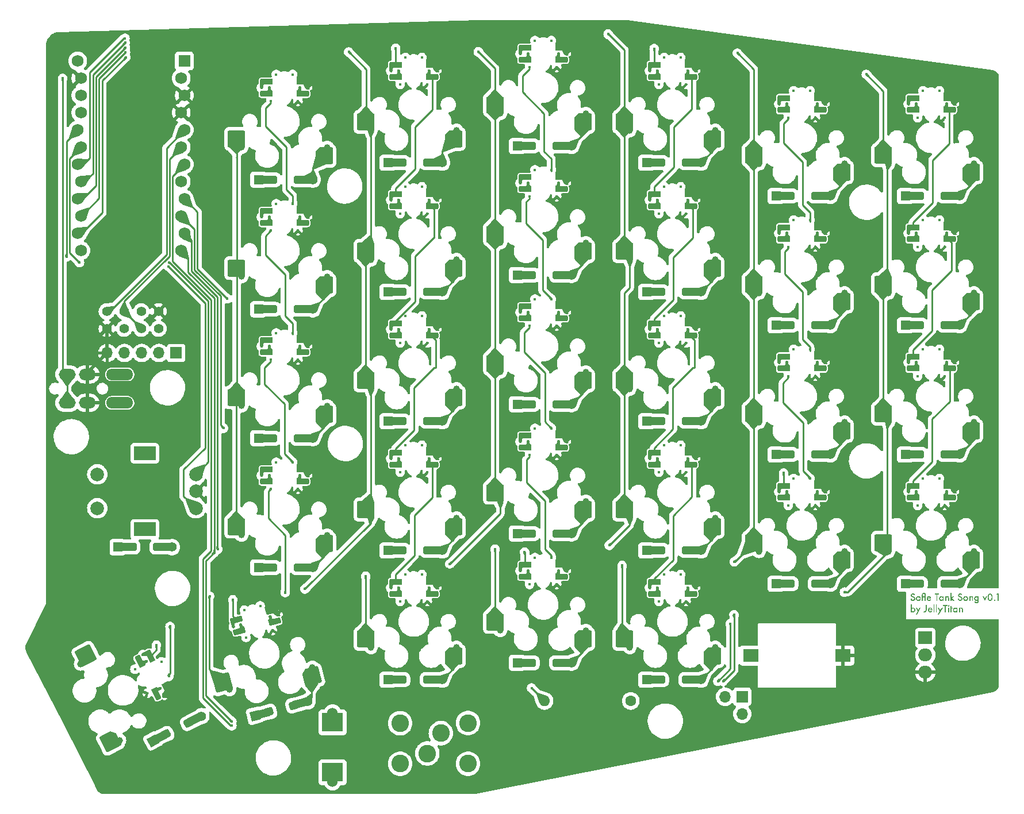
<source format=gtl>
G04 #@! TF.GenerationSoftware,KiCad,Pcbnew,(7.0.0-0)*
G04 #@! TF.CreationDate,2023-04-09T16:09:40-07:00*
G04 #@! TF.ProjectId,Sofle_Loud,536f666c-655f-44c6-9f75-642e6b696361,rev?*
G04 #@! TF.SameCoordinates,Original*
G04 #@! TF.FileFunction,Copper,L1,Top*
G04 #@! TF.FilePolarity,Positive*
%FSLAX46Y46*%
G04 Gerber Fmt 4.6, Leading zero omitted, Abs format (unit mm)*
G04 Created by KiCad (PCBNEW (7.0.0-0)) date 2023-04-09 16:09:40*
%MOMM*%
%LPD*%
G01*
G04 APERTURE LIST*
G04 Aperture macros list*
%AMRoundRect*
0 Rectangle with rounded corners*
0 $1 Rounding radius*
0 $2 $3 $4 $5 $6 $7 $8 $9 X,Y pos of 4 corners*
0 Add a 4 corners polygon primitive as box body*
4,1,4,$2,$3,$4,$5,$6,$7,$8,$9,$2,$3,0*
0 Add four circle primitives for the rounded corners*
1,1,$1+$1,$2,$3*
1,1,$1+$1,$4,$5*
1,1,$1+$1,$6,$7*
1,1,$1+$1,$8,$9*
0 Add four rect primitives between the rounded corners*
20,1,$1+$1,$2,$3,$4,$5,0*
20,1,$1+$1,$4,$5,$6,$7,0*
20,1,$1+$1,$6,$7,$8,$9,0*
20,1,$1+$1,$8,$9,$2,$3,0*%
%AMRotRect*
0 Rectangle, with rotation*
0 The origin of the aperture is its center*
0 $1 length*
0 $2 width*
0 $3 Rotation angle, in degrees counterclockwise*
0 Add horizontal line*
21,1,$1,$2,0,0,$3*%
%AMFreePoly0*
4,1,38,0.535655,1.087862,0.616680,1.041082,0.671674,0.965390,0.691126,0.873874,0.691126,0.699510,0.708909,0.640731,0.748575,0.581176,0.803788,0.535658,0.836839,0.521958,0.877813,0.490325,0.897481,0.442443,0.895132,0.425000,0.900000,0.425000,0.900000,-0.425000,0.000000,-0.425000,-0.687500,-0.425000,-0.768820,-0.408824,-0.837760,-0.362760,-0.883824,-0.293820,-0.900000,-0.212500,
-0.900000,0.212500,-0.883824,0.293820,-0.837760,0.362760,-0.768820,0.408824,-0.687500,0.425000,0.038011,0.425000,0.110315,0.448493,0.171820,0.493180,0.216507,0.554685,0.240000,0.626989,0.240000,0.665001,0.241126,0.670661,0.241126,0.873874,0.246043,0.920654,0.284097,1.006126,0.353626,1.068730,0.442607,1.097641,0.535655,1.087862,0.535655,1.087862,$1*%
%AMFreePoly1*
4,1,27,0.744529,1.088988,0.825554,1.042208,0.880548,0.966516,0.900000,0.875000,0.900000,-0.212500,0.883824,-0.293820,0.837760,-0.362760,0.768820,-0.408824,0.687500,-0.425000,0.000000,-0.425000,-0.900000,-0.425000,-0.900000,0.425000,0.200212,0.425000,0.205872,0.426126,0.243885,0.426126,0.316189,0.449619,0.377694,0.494306,0.422381,0.555811,0.445874,0.628115,0.445874,0.666128,
0.450000,0.686869,0.450000,0.875000,0.454917,0.921780,0.492971,1.007252,0.562500,1.069856,0.651481,1.098767,0.744529,1.088988,0.744529,1.088988,$1*%
%AMFreePoly2*
4,1,22,-0.458645,0.922355,-0.444000,0.887000,-0.444000,0.623911,-0.421507,0.554685,-0.376820,0.493180,-0.315315,0.448493,-0.243011,0.425000,0.910000,0.425000,0.910000,-0.425000,0.000000,-0.425000,-0.687500,-0.425000,-0.768820,-0.408824,-0.837760,-0.362760,-0.883824,-0.293820,-0.900000,-0.212500,-0.900000,0.425000,-0.899600,0.425000,-0.899600,0.887000,-0.884955,0.922355,-0.849600,0.937000,
-0.494000,0.937000,-0.458645,0.922355,-0.458645,0.922355,$1*%
%AMFreePoly3*
4,1,32,-0.405471,1.088988,-0.324446,1.042208,-0.269452,0.966516,-0.250000,0.875000,-0.250000,0.425000,0.687500,0.425000,0.768820,0.408824,0.837760,0.362760,0.883824,0.293820,0.900000,0.212500,0.900000,-0.212500,0.883824,-0.293820,0.837760,-0.362760,0.768820,-0.408824,0.687500,-0.425000,0.000000,-0.425000,-0.910000,-0.425000,-0.910000,0.425000,-0.907464,0.425000,-0.909183,0.437761,
-0.889515,0.485643,-0.848541,0.517276,-0.815490,0.530975,-0.760277,0.576492,-0.720610,0.636047,-0.700000,0.704170,-0.700000,0.875000,-0.695083,0.921780,-0.657029,1.007252,-0.587500,1.069856,-0.498519,1.098767,-0.405471,1.088988,-0.405471,1.088988,$1*%
%AMFreePoly4*
4,1,18,-1.275000,1.008000,-1.255818,1.104436,-1.201191,1.186191,-1.119436,1.240818,-1.023000,1.260000,1.023000,1.260000,1.119436,1.240818,1.201191,1.186191,1.255818,1.104436,1.275000,1.008000,1.275000,-0.630000,0.645000,-1.260000,-1.023000,-1.260000,-1.119436,-1.240818,-1.201191,-1.186191,-1.255818,-1.104436,-1.275000,-1.008000,-1.275000,1.008000,-1.275000,1.008000,$1*%
%AMFreePoly5*
4,1,17,-1.275000,1.260000,1.023000,1.260000,1.119436,1.240818,1.201191,1.186191,1.255818,1.104436,1.275000,1.008000,1.275000,-1.008000,1.255818,-1.104436,1.201191,-1.186191,1.119436,-1.240818,1.023000,-1.260000,-1.023000,-1.260000,-1.119436,-1.240818,-1.201191,-1.186191,-1.255818,-1.104436,-1.275000,-1.008000,-1.275000,1.260000,-1.275000,1.260000,$1*%
G04 Aperture macros list end*
%ADD10C,0.250000*%
G04 #@! TA.AperFunction,NonConductor*
%ADD11C,0.250000*%
G04 #@! TD*
G04 #@! TA.AperFunction,ComponentPad*
%ADD12O,4.000000X1.700000*%
G04 #@! TD*
G04 #@! TA.AperFunction,ComponentPad*
%ADD13O,2.500000X1.700000*%
G04 #@! TD*
G04 #@! TA.AperFunction,ComponentPad*
%ADD14R,1.752600X1.752600*%
G04 #@! TD*
G04 #@! TA.AperFunction,ComponentPad*
%ADD15C,1.752600*%
G04 #@! TD*
G04 #@! TA.AperFunction,ComponentPad*
%ADD16C,1.524000*%
G04 #@! TD*
G04 #@! TA.AperFunction,ComponentPad*
%ADD17C,0.400000*%
G04 #@! TD*
G04 #@! TA.AperFunction,ComponentPad*
%ADD18C,0.450000*%
G04 #@! TD*
G04 #@! TA.AperFunction,SMDPad,CuDef*
%ADD19FreePoly0,0.000000*%
G04 #@! TD*
G04 #@! TA.AperFunction,SMDPad,CuDef*
%ADD20FreePoly1,180.000000*%
G04 #@! TD*
G04 #@! TA.AperFunction,SMDPad,CuDef*
%ADD21FreePoly2,180.000000*%
G04 #@! TD*
G04 #@! TA.AperFunction,SMDPad,CuDef*
%ADD22FreePoly3,0.000000*%
G04 #@! TD*
G04 #@! TA.AperFunction,ComponentPad*
%ADD23C,1.000000*%
G04 #@! TD*
G04 #@! TA.AperFunction,SMDPad,CuDef*
%ADD24FreePoly4,180.000000*%
G04 #@! TD*
G04 #@! TA.AperFunction,SMDPad,CuDef*
%ADD25FreePoly5,180.000000*%
G04 #@! TD*
G04 #@! TA.AperFunction,SMDPad,CuDef*
%ADD26FreePoly0,297.000000*%
G04 #@! TD*
G04 #@! TA.AperFunction,SMDPad,CuDef*
%ADD27FreePoly1,117.000000*%
G04 #@! TD*
G04 #@! TA.AperFunction,SMDPad,CuDef*
%ADD28FreePoly2,117.000000*%
G04 #@! TD*
G04 #@! TA.AperFunction,SMDPad,CuDef*
%ADD29FreePoly3,297.000000*%
G04 #@! TD*
G04 #@! TA.AperFunction,SMDPad,CuDef*
%ADD30FreePoly4,117.000000*%
G04 #@! TD*
G04 #@! TA.AperFunction,SMDPad,CuDef*
%ADD31FreePoly5,117.000000*%
G04 #@! TD*
G04 #@! TA.AperFunction,ComponentPad*
%ADD32C,1.397000*%
G04 #@! TD*
G04 #@! TA.AperFunction,ComponentPad*
%ADD33C,2.000000*%
G04 #@! TD*
G04 #@! TA.AperFunction,ComponentPad*
%ADD34R,3.200000X2.000000*%
G04 #@! TD*
G04 #@! TA.AperFunction,SMDPad,CuDef*
%ADD35FreePoly0,15.000000*%
G04 #@! TD*
G04 #@! TA.AperFunction,SMDPad,CuDef*
%ADD36FreePoly1,195.000000*%
G04 #@! TD*
G04 #@! TA.AperFunction,SMDPad,CuDef*
%ADD37FreePoly2,195.000000*%
G04 #@! TD*
G04 #@! TA.AperFunction,SMDPad,CuDef*
%ADD38FreePoly3,15.000000*%
G04 #@! TD*
G04 #@! TA.AperFunction,SMDPad,CuDef*
%ADD39FreePoly4,195.000000*%
G04 #@! TD*
G04 #@! TA.AperFunction,SMDPad,CuDef*
%ADD40FreePoly5,195.000000*%
G04 #@! TD*
G04 #@! TA.AperFunction,ComponentPad*
%ADD41R,1.700000X1.700000*%
G04 #@! TD*
G04 #@! TA.AperFunction,ComponentPad*
%ADD42O,1.700000X1.700000*%
G04 #@! TD*
G04 #@! TA.AperFunction,WasherPad*
%ADD43C,2.600000*%
G04 #@! TD*
G04 #@! TA.AperFunction,ComponentPad*
%ADD44C,0.500000*%
G04 #@! TD*
G04 #@! TA.AperFunction,SMDPad,CuDef*
%ADD45R,2.311400X1.955800*%
G04 #@! TD*
G04 #@! TA.AperFunction,ComponentPad*
%ADD46C,1.600000*%
G04 #@! TD*
G04 #@! TA.AperFunction,ComponentPad*
%ADD47O,1.600000X1.600000*%
G04 #@! TD*
G04 #@! TA.AperFunction,SMDPad,CuDef*
%ADD48R,3.120000X2.795000*%
G04 #@! TD*
G04 #@! TA.AperFunction,ComponentPad*
%ADD49R,2.000000X1.905000*%
G04 #@! TD*
G04 #@! TA.AperFunction,ComponentPad*
%ADD50O,2.000000X1.905000*%
G04 #@! TD*
G04 #@! TA.AperFunction,ComponentPad*
%ADD51R,1.400000X1.400000*%
G04 #@! TD*
G04 #@! TA.AperFunction,SMDPad,CuDef*
%ADD52R,1.600000X1.200000*%
G04 #@! TD*
G04 #@! TA.AperFunction,SMDPad,CuDef*
%ADD53RoundRect,0.300000X-0.400000X-0.300000X0.400000X-0.300000X0.400000X0.300000X-0.400000X0.300000X0*%
G04 #@! TD*
G04 #@! TA.AperFunction,SMDPad,CuDef*
%ADD54R,2.140000X1.200000*%
G04 #@! TD*
G04 #@! TA.AperFunction,ComponentPad*
%ADD55C,1.400000*%
G04 #@! TD*
G04 #@! TA.AperFunction,ComponentPad*
%ADD56RotRect,1.400000X1.400000X27.000000*%
G04 #@! TD*
G04 #@! TA.AperFunction,SMDPad,CuDef*
%ADD57RotRect,1.600000X1.200000X27.000000*%
G04 #@! TD*
G04 #@! TA.AperFunction,SMDPad,CuDef*
%ADD58RoundRect,0.300000X-0.220205X-0.448898X0.492600X-0.085706X0.220205X0.448898X-0.492600X0.085706X0*%
G04 #@! TD*
G04 #@! TA.AperFunction,SMDPad,CuDef*
%ADD59RotRect,2.140000X1.200000X27.000000*%
G04 #@! TD*
G04 #@! TA.AperFunction,ComponentPad*
%ADD60RotRect,1.400000X1.400000X15.000000*%
G04 #@! TD*
G04 #@! TA.AperFunction,SMDPad,CuDef*
%ADD61RotRect,1.600000X1.200000X15.000000*%
G04 #@! TD*
G04 #@! TA.AperFunction,SMDPad,CuDef*
%ADD62RoundRect,0.300000X-0.308725X-0.393305X0.464016X-0.186250X0.308725X0.393305X-0.464016X0.186250X0*%
G04 #@! TD*
G04 #@! TA.AperFunction,SMDPad,CuDef*
%ADD63RotRect,2.140000X1.200000X15.000000*%
G04 #@! TD*
G04 #@! TA.AperFunction,ViaPad*
%ADD64C,0.400000*%
G04 #@! TD*
G04 #@! TA.AperFunction,ViaPad*
%ADD65C,0.500000*%
G04 #@! TD*
G04 #@! TA.AperFunction,Conductor*
%ADD66C,0.250000*%
G04 #@! TD*
G04 #@! TA.AperFunction,Conductor*
%ADD67C,0.500000*%
G04 #@! TD*
G04 APERTURE END LIST*
D10*
D11*
G36*
X213407110Y-119737752D02*
G01*
X213277906Y-119816154D01*
X213271067Y-119804726D01*
X213264288Y-119794070D01*
X213257568Y-119784186D01*
X213250910Y-119775076D01*
X213244311Y-119766738D01*
X213237772Y-119759173D01*
X213229147Y-119750289D01*
X213220629Y-119742779D01*
X213212218Y-119736642D01*
X213208053Y-119734089D01*
X213199061Y-119728937D01*
X213189429Y-119724472D01*
X213179156Y-119720694D01*
X213168241Y-119717602D01*
X213156685Y-119715198D01*
X213144488Y-119713481D01*
X213131650Y-119712450D01*
X213121601Y-119712128D01*
X213118171Y-119712107D01*
X213105779Y-119712442D01*
X213093791Y-119713446D01*
X213082206Y-119715121D01*
X213071025Y-119717465D01*
X213060247Y-119720479D01*
X213049873Y-119724163D01*
X213039902Y-119728516D01*
X213030335Y-119733539D01*
X213021172Y-119739232D01*
X213012412Y-119745595D01*
X213006796Y-119750209D01*
X212998852Y-119757342D01*
X212991690Y-119764818D01*
X212985308Y-119772637D01*
X212979708Y-119780800D01*
X212974890Y-119789307D01*
X212969681Y-119801183D01*
X212966685Y-119810491D01*
X212964471Y-119820142D01*
X212963039Y-119830137D01*
X212962388Y-119840476D01*
X212962344Y-119843998D01*
X212963355Y-119858382D01*
X212966389Y-119872225D01*
X212971444Y-119885527D01*
X212978522Y-119898289D01*
X212984363Y-119906496D01*
X212991104Y-119914462D01*
X212998743Y-119922188D01*
X213007281Y-119929674D01*
X213016718Y-119936919D01*
X213027053Y-119943924D01*
X213038288Y-119950688D01*
X213050420Y-119957212D01*
X213063452Y-119963496D01*
X213077383Y-119969539D01*
X213183140Y-120013014D01*
X213198959Y-120019668D01*
X213214239Y-120026501D01*
X213228978Y-120033513D01*
X213243178Y-120040705D01*
X213256837Y-120048076D01*
X213269957Y-120055627D01*
X213282536Y-120063357D01*
X213294576Y-120071266D01*
X213306075Y-120079355D01*
X213317034Y-120087623D01*
X213327454Y-120096070D01*
X213337333Y-120104697D01*
X213346673Y-120113503D01*
X213355472Y-120122488D01*
X213363732Y-120131653D01*
X213371451Y-120140997D01*
X213378697Y-120150565D01*
X213385476Y-120160399D01*
X213391787Y-120170501D01*
X213397631Y-120180870D01*
X213403007Y-120191506D01*
X213407916Y-120202409D01*
X213412357Y-120213580D01*
X213416331Y-120225017D01*
X213419837Y-120236722D01*
X213422876Y-120248693D01*
X213425447Y-120260932D01*
X213427551Y-120273438D01*
X213429187Y-120286211D01*
X213430356Y-120299252D01*
X213431057Y-120312559D01*
X213431290Y-120326133D01*
X213430914Y-120344312D01*
X213429783Y-120362091D01*
X213427899Y-120379468D01*
X213425261Y-120396445D01*
X213421869Y-120413021D01*
X213417724Y-120429196D01*
X213412824Y-120444971D01*
X213407172Y-120460345D01*
X213400765Y-120475318D01*
X213393605Y-120489891D01*
X213385691Y-120504062D01*
X213377023Y-120517834D01*
X213367601Y-120531204D01*
X213357426Y-120544174D01*
X213346497Y-120556743D01*
X213334815Y-120568911D01*
X213322451Y-120580623D01*
X213309722Y-120591580D01*
X213296630Y-120601781D01*
X213283172Y-120611226D01*
X213269351Y-120619916D01*
X213255165Y-120627850D01*
X213240614Y-120635028D01*
X213225699Y-120641451D01*
X213210420Y-120647118D01*
X213194776Y-120652030D01*
X213178767Y-120656186D01*
X213162394Y-120659586D01*
X213145657Y-120662231D01*
X213128555Y-120664120D01*
X213111089Y-120665253D01*
X213093258Y-120665631D01*
X213076377Y-120665305D01*
X213059866Y-120664326D01*
X213043725Y-120662694D01*
X213027954Y-120660410D01*
X213012553Y-120657474D01*
X212997523Y-120653884D01*
X212982863Y-120649643D01*
X212968572Y-120644748D01*
X212954652Y-120639201D01*
X212941103Y-120633002D01*
X212927923Y-120626150D01*
X212915114Y-120618645D01*
X212902675Y-120610487D01*
X212890606Y-120601678D01*
X212878907Y-120592215D01*
X212867578Y-120582100D01*
X212856874Y-120571424D01*
X212846684Y-120560217D01*
X212837007Y-120548480D01*
X212827843Y-120536213D01*
X212819192Y-120523415D01*
X212811055Y-120510087D01*
X212803431Y-120496228D01*
X212796320Y-120481838D01*
X212789723Y-120466918D01*
X212783639Y-120451468D01*
X212778068Y-120435487D01*
X212773010Y-120418976D01*
X212768466Y-120401935D01*
X212764435Y-120384363D01*
X212760917Y-120366260D01*
X212757913Y-120347627D01*
X212915938Y-120311967D01*
X212917378Y-120323404D01*
X212918949Y-120334388D01*
X212920652Y-120344920D01*
X212922487Y-120355000D01*
X212924453Y-120364627D01*
X212927650Y-120378221D01*
X212931142Y-120390797D01*
X212934931Y-120402355D01*
X212939016Y-120412896D01*
X212943398Y-120422419D01*
X212949700Y-120433534D01*
X212954773Y-120440683D01*
X212961119Y-120448994D01*
X212967824Y-120456769D01*
X212974888Y-120464008D01*
X212982311Y-120470710D01*
X212990093Y-120476876D01*
X212998233Y-120482506D01*
X213006732Y-120487600D01*
X213015589Y-120492158D01*
X213024806Y-120496179D01*
X213034381Y-120499664D01*
X213044314Y-120502613D01*
X213054607Y-120505026D01*
X213065258Y-120506903D01*
X213076268Y-120508243D01*
X213087637Y-120509048D01*
X213099364Y-120509316D01*
X213113244Y-120508873D01*
X213126673Y-120507547D01*
X213139651Y-120505336D01*
X213152178Y-120502240D01*
X213164255Y-120498260D01*
X213175880Y-120493396D01*
X213187055Y-120487647D01*
X213197779Y-120481014D01*
X213208052Y-120473496D01*
X213217875Y-120465094D01*
X213224173Y-120459002D01*
X213233077Y-120449332D01*
X213241105Y-120439189D01*
X213248258Y-120428575D01*
X213254535Y-120417488D01*
X213259936Y-120405929D01*
X213264461Y-120393898D01*
X213268111Y-120381394D01*
X213270884Y-120368418D01*
X213272782Y-120354970D01*
X213273803Y-120341049D01*
X213273998Y-120331507D01*
X213273698Y-120320055D01*
X213272796Y-120308964D01*
X213271293Y-120298234D01*
X213269190Y-120287864D01*
X213266485Y-120277854D01*
X213265450Y-120274598D01*
X213261909Y-120265036D01*
X213257699Y-120255765D01*
X213252819Y-120246786D01*
X213247269Y-120238099D01*
X213241049Y-120229704D01*
X213238827Y-120226971D01*
X213231672Y-120218922D01*
X213223760Y-120211080D01*
X213215094Y-120203443D01*
X213207294Y-120197237D01*
X213198970Y-120191174D01*
X213191933Y-120186427D01*
X213182734Y-120180521D01*
X213172999Y-120174711D01*
X213162727Y-120168996D01*
X213151919Y-120163376D01*
X213142885Y-120158949D01*
X213133509Y-120154583D01*
X213123789Y-120150279D01*
X213021939Y-120107536D01*
X213008596Y-120101682D01*
X212995676Y-120095662D01*
X212983179Y-120089474D01*
X212971106Y-120083119D01*
X212959457Y-120076598D01*
X212948232Y-120069909D01*
X212937430Y-120063054D01*
X212927051Y-120056031D01*
X212917096Y-120048842D01*
X212907565Y-120041486D01*
X212898458Y-120033962D01*
X212889774Y-120026272D01*
X212881513Y-120018415D01*
X212873676Y-120010390D01*
X212866263Y-120002199D01*
X212859274Y-119993841D01*
X212852708Y-119985316D01*
X212846565Y-119976624D01*
X212840847Y-119967765D01*
X212835552Y-119958739D01*
X212830680Y-119949546D01*
X212826232Y-119940186D01*
X212822208Y-119930659D01*
X212818607Y-119920965D01*
X212815430Y-119911104D01*
X212812677Y-119901077D01*
X212810347Y-119890882D01*
X212808441Y-119880520D01*
X212806958Y-119869991D01*
X212805899Y-119859296D01*
X212805264Y-119848433D01*
X212805052Y-119837404D01*
X212805408Y-119822596D01*
X212806475Y-119808094D01*
X212808255Y-119793898D01*
X212810746Y-119780006D01*
X212813949Y-119766420D01*
X212817863Y-119753140D01*
X212822489Y-119740164D01*
X212827827Y-119727494D01*
X212833877Y-119715129D01*
X212840639Y-119703070D01*
X212848112Y-119691316D01*
X212856297Y-119679867D01*
X212865194Y-119668723D01*
X212874802Y-119657885D01*
X212885122Y-119647352D01*
X212896154Y-119637124D01*
X212907684Y-119627276D01*
X212919560Y-119618062D01*
X212931780Y-119609484D01*
X212944347Y-119601541D01*
X212957258Y-119594234D01*
X212970515Y-119587562D01*
X212984117Y-119581526D01*
X212998065Y-119576125D01*
X213012358Y-119571359D01*
X213026996Y-119567229D01*
X213041980Y-119563734D01*
X213057309Y-119560875D01*
X213072983Y-119558651D01*
X213089003Y-119557062D01*
X213105368Y-119556109D01*
X213122079Y-119555792D01*
X213133404Y-119555969D01*
X213144573Y-119556502D01*
X213155586Y-119557391D01*
X213166443Y-119558635D01*
X213177145Y-119560234D01*
X213187690Y-119562189D01*
X213198079Y-119564499D01*
X213208312Y-119567164D01*
X213218389Y-119570185D01*
X213228310Y-119573561D01*
X213238076Y-119577293D01*
X213247685Y-119581380D01*
X213257138Y-119585822D01*
X213266435Y-119590620D01*
X213275576Y-119595773D01*
X213284562Y-119601282D01*
X213293391Y-119607146D01*
X213302064Y-119613365D01*
X213310581Y-119619940D01*
X213318943Y-119626870D01*
X213327148Y-119634156D01*
X213335197Y-119641797D01*
X213343090Y-119649793D01*
X213350828Y-119658145D01*
X213358409Y-119666852D01*
X213365834Y-119675914D01*
X213373104Y-119685332D01*
X213380217Y-119695105D01*
X213387174Y-119705234D01*
X213393976Y-119715718D01*
X213400621Y-119726558D01*
X213407110Y-119737752D01*
G37*
G36*
X213928303Y-119962609D02*
G01*
X213946250Y-119963803D01*
X213963848Y-119965792D01*
X213981096Y-119968577D01*
X213997996Y-119972158D01*
X214014546Y-119976534D01*
X214030747Y-119981706D01*
X214046599Y-119987674D01*
X214062102Y-119994437D01*
X214077256Y-120001997D01*
X214092060Y-120010351D01*
X214106515Y-120019502D01*
X214120621Y-120029448D01*
X214134378Y-120040190D01*
X214147785Y-120051728D01*
X214160844Y-120064061D01*
X214173177Y-120077003D01*
X214184715Y-120090306D01*
X214195457Y-120103969D01*
X214205403Y-120117993D01*
X214214553Y-120132377D01*
X214222908Y-120147123D01*
X214230467Y-120162228D01*
X214237231Y-120177695D01*
X214243199Y-120193522D01*
X214248371Y-120209710D01*
X214252747Y-120226258D01*
X214256328Y-120243167D01*
X214259113Y-120260437D01*
X214261102Y-120278067D01*
X214262295Y-120296058D01*
X214262693Y-120314410D01*
X214262292Y-120332905D01*
X214261090Y-120351023D01*
X214259087Y-120368763D01*
X214256282Y-120386126D01*
X214252675Y-120403110D01*
X214248268Y-120419717D01*
X214243058Y-120435945D01*
X214237048Y-120451796D01*
X214230236Y-120467270D01*
X214222622Y-120482365D01*
X214214207Y-120497082D01*
X214204991Y-120511422D01*
X214194973Y-120525384D01*
X214184154Y-120538968D01*
X214172533Y-120552175D01*
X214160111Y-120565003D01*
X214147074Y-120577188D01*
X214133668Y-120588588D01*
X214119894Y-120599201D01*
X214105752Y-120609028D01*
X214091241Y-120618069D01*
X214076363Y-120626323D01*
X214061116Y-120633792D01*
X214045500Y-120640474D01*
X214029517Y-120646370D01*
X214013165Y-120651480D01*
X213996445Y-120655804D01*
X213979356Y-120659342D01*
X213961899Y-120662093D01*
X213944075Y-120664059D01*
X213925881Y-120665238D01*
X213907320Y-120665631D01*
X213888946Y-120665230D01*
X213870951Y-120664028D01*
X213853333Y-120662025D01*
X213836092Y-120659220D01*
X213819230Y-120655613D01*
X213802746Y-120651205D01*
X213786639Y-120645996D01*
X213770910Y-120639986D01*
X213755559Y-120633173D01*
X213740586Y-120625560D01*
X213725990Y-120617145D01*
X213711773Y-120607929D01*
X213697933Y-120597911D01*
X213684471Y-120587092D01*
X213671387Y-120575471D01*
X213658681Y-120563049D01*
X213646525Y-120550206D01*
X213635153Y-120536957D01*
X213624566Y-120523301D01*
X213614763Y-120509239D01*
X213605744Y-120494771D01*
X213597509Y-120479896D01*
X213590059Y-120464614D01*
X213583393Y-120448927D01*
X213577511Y-120432832D01*
X213572413Y-120416332D01*
X213568100Y-120399424D01*
X213564571Y-120382111D01*
X213561826Y-120364391D01*
X213559865Y-120346264D01*
X213558689Y-120327732D01*
X213558342Y-120310990D01*
X213715589Y-120310990D01*
X213715795Y-120323254D01*
X213716413Y-120335193D01*
X213717444Y-120346808D01*
X213718886Y-120358099D01*
X213720741Y-120369065D01*
X213723008Y-120379707D01*
X213725687Y-120390024D01*
X213728778Y-120400017D01*
X213732282Y-120409686D01*
X213736197Y-120419030D01*
X213740525Y-120428050D01*
X213745265Y-120436745D01*
X213750417Y-120445116D01*
X213755981Y-120453163D01*
X213765100Y-120464624D01*
X213768346Y-120468283D01*
X213775197Y-120475381D01*
X213785978Y-120485170D01*
X213797365Y-120493928D01*
X213809357Y-120501656D01*
X213821954Y-120508354D01*
X213835157Y-120514021D01*
X213848965Y-120518658D01*
X213858507Y-120521177D01*
X213868317Y-120523237D01*
X213878397Y-120524840D01*
X213888746Y-120525985D01*
X213899364Y-120526672D01*
X213910251Y-120526901D01*
X213921224Y-120526675D01*
X213931916Y-120525997D01*
X213942328Y-120524866D01*
X213952459Y-120523283D01*
X213962310Y-120521248D01*
X213971880Y-120518761D01*
X213985710Y-120514182D01*
X213998908Y-120508586D01*
X214011475Y-120501972D01*
X214023411Y-120494340D01*
X214034717Y-120485692D01*
X214045390Y-120476025D01*
X214052156Y-120469016D01*
X214058603Y-120461628D01*
X214064635Y-120453937D01*
X214072903Y-120441832D01*
X214077894Y-120433383D01*
X214082470Y-120424630D01*
X214086630Y-120415574D01*
X214090374Y-120406215D01*
X214093701Y-120396552D01*
X214096613Y-120386586D01*
X214099109Y-120376316D01*
X214101189Y-120365743D01*
X214102853Y-120354867D01*
X214104101Y-120343687D01*
X214104933Y-120332204D01*
X214105349Y-120320417D01*
X214105401Y-120314410D01*
X214105193Y-120302442D01*
X214104569Y-120290779D01*
X214103529Y-120279422D01*
X214102073Y-120268370D01*
X214100201Y-120257623D01*
X214097913Y-120247182D01*
X214095209Y-120237046D01*
X214092090Y-120227215D01*
X214088554Y-120217690D01*
X214084602Y-120208469D01*
X214080234Y-120199555D01*
X214075450Y-120190945D01*
X214070251Y-120182641D01*
X214064635Y-120174642D01*
X214058603Y-120166948D01*
X214052156Y-120159560D01*
X214045305Y-120152462D01*
X214034523Y-120142673D01*
X214023137Y-120133914D01*
X214011145Y-120126186D01*
X213998547Y-120119489D01*
X213985345Y-120113822D01*
X213971537Y-120109185D01*
X213961995Y-120106666D01*
X213952184Y-120104605D01*
X213942104Y-120103002D01*
X213931756Y-120101857D01*
X213921138Y-120101171D01*
X213910251Y-120100942D01*
X213899511Y-120101171D01*
X213889028Y-120101857D01*
X213878804Y-120103002D01*
X213868836Y-120104605D01*
X213859127Y-120106666D01*
X213849675Y-120109185D01*
X213835980Y-120113822D01*
X213822864Y-120119489D01*
X213810328Y-120126186D01*
X213798372Y-120133914D01*
X213786996Y-120142673D01*
X213776199Y-120152462D01*
X213769323Y-120159560D01*
X213762816Y-120167021D01*
X213756729Y-120174749D01*
X213751062Y-120182744D01*
X213745814Y-120191006D01*
X213740987Y-120199536D01*
X213736579Y-120208332D01*
X213732591Y-120217396D01*
X213729023Y-120226727D01*
X213725874Y-120236325D01*
X213723145Y-120246190D01*
X213720837Y-120256322D01*
X213718948Y-120266721D01*
X213717478Y-120277388D01*
X213716429Y-120288322D01*
X213715799Y-120299522D01*
X213715589Y-120310990D01*
X213558342Y-120310990D01*
X213558297Y-120308792D01*
X213558697Y-120290947D01*
X213559896Y-120273438D01*
X213561895Y-120256265D01*
X213564693Y-120239427D01*
X213568291Y-120222926D01*
X213572688Y-120206760D01*
X213577885Y-120190930D01*
X213583881Y-120175436D01*
X213590677Y-120160277D01*
X213598272Y-120145455D01*
X213606667Y-120130968D01*
X213615862Y-120116817D01*
X213625856Y-120103002D01*
X213636649Y-120089523D01*
X213648242Y-120076380D01*
X213660635Y-120063572D01*
X213673601Y-120051298D01*
X213686917Y-120039816D01*
X213700583Y-120029126D01*
X213714597Y-120019227D01*
X213728961Y-120010120D01*
X213743673Y-120001806D01*
X213758735Y-119994283D01*
X213774146Y-119987552D01*
X213789907Y-119981613D01*
X213806016Y-119976466D01*
X213822475Y-119972110D01*
X213839283Y-119968547D01*
X213856440Y-119965775D01*
X213873946Y-119963795D01*
X213891802Y-119962608D01*
X213910006Y-119962212D01*
X213928303Y-119962609D01*
G37*
G36*
X214978813Y-120642184D02*
G01*
X214821521Y-120642184D01*
X214821521Y-119731402D01*
X214820990Y-119718892D01*
X214819399Y-119706764D01*
X214816747Y-119695018D01*
X214813033Y-119683653D01*
X214808259Y-119672669D01*
X214802424Y-119662068D01*
X214795528Y-119651848D01*
X214787571Y-119642009D01*
X214778786Y-119632793D01*
X214769528Y-119624805D01*
X214759796Y-119618047D01*
X214749591Y-119612517D01*
X214738913Y-119608216D01*
X214727762Y-119605144D01*
X214716138Y-119603301D01*
X214704040Y-119602686D01*
X214691885Y-119603304D01*
X214680211Y-119605159D01*
X214669018Y-119608250D01*
X214658306Y-119612578D01*
X214648074Y-119618142D01*
X214638323Y-119624943D01*
X214629054Y-119632980D01*
X214620265Y-119642254D01*
X214612479Y-119652191D01*
X214605732Y-119662587D01*
X214600023Y-119673440D01*
X214595352Y-119684752D01*
X214591719Y-119696521D01*
X214589124Y-119708749D01*
X214587567Y-119721434D01*
X214587080Y-119731249D01*
X214587048Y-119734577D01*
X214587048Y-119979797D01*
X214774626Y-119979797D01*
X214774626Y-120118527D01*
X214587048Y-120118527D01*
X214587048Y-120642184D01*
X214429755Y-120642184D01*
X214429755Y-120118527D01*
X214383838Y-120118527D01*
X214383838Y-119979797D01*
X214429755Y-119979797D01*
X214429755Y-119738729D01*
X214430070Y-119724664D01*
X214431015Y-119710859D01*
X214432589Y-119697316D01*
X214434793Y-119684034D01*
X214437626Y-119671014D01*
X214441090Y-119658255D01*
X214445183Y-119645758D01*
X214449905Y-119633522D01*
X214455258Y-119621547D01*
X214461240Y-119609834D01*
X214467851Y-119598382D01*
X214475093Y-119587192D01*
X214482964Y-119576263D01*
X214491465Y-119565596D01*
X214500595Y-119555190D01*
X214510355Y-119545045D01*
X214520617Y-119535226D01*
X214531131Y-119526040D01*
X214541897Y-119517487D01*
X214552915Y-119509569D01*
X214564184Y-119502283D01*
X214575706Y-119495631D01*
X214587479Y-119489613D01*
X214599504Y-119484228D01*
X214611781Y-119479477D01*
X214624310Y-119475359D01*
X214637091Y-119471875D01*
X214650123Y-119469024D01*
X214663408Y-119466807D01*
X214676944Y-119465223D01*
X214690733Y-119464273D01*
X214704773Y-119463956D01*
X214718780Y-119464269D01*
X214732532Y-119465208D01*
X214746029Y-119466773D01*
X214759269Y-119468963D01*
X214772254Y-119471780D01*
X214784984Y-119475222D01*
X214797457Y-119479290D01*
X214809675Y-119483984D01*
X214821637Y-119489304D01*
X214833344Y-119495250D01*
X214844794Y-119501822D01*
X214855990Y-119509019D01*
X214866929Y-119516842D01*
X214877613Y-119525292D01*
X214888041Y-119534367D01*
X214898213Y-119544068D01*
X214907973Y-119554148D01*
X214917104Y-119564481D01*
X214925604Y-119575069D01*
X214933476Y-119585910D01*
X214940717Y-119597005D01*
X214947329Y-119608353D01*
X214953311Y-119619956D01*
X214958663Y-119631812D01*
X214963386Y-119643922D01*
X214967479Y-119656286D01*
X214970942Y-119668904D01*
X214973776Y-119681775D01*
X214975980Y-119694900D01*
X214977554Y-119708279D01*
X214978498Y-119721912D01*
X214978813Y-119735799D01*
X214978813Y-120642184D01*
G37*
G36*
X215482568Y-119962581D02*
G01*
X215500287Y-119963689D01*
X215517525Y-119965535D01*
X215534282Y-119968119D01*
X215550559Y-119971442D01*
X215566355Y-119975504D01*
X215581669Y-119980304D01*
X215596503Y-119985842D01*
X215610856Y-119992119D01*
X215624729Y-119999134D01*
X215638120Y-120006888D01*
X215651031Y-120015380D01*
X215663460Y-120024611D01*
X215675409Y-120034580D01*
X215686877Y-120045288D01*
X215697864Y-120056734D01*
X215708157Y-120068711D01*
X215717785Y-120081257D01*
X215726750Y-120094372D01*
X215735050Y-120108055D01*
X215742686Y-120122307D01*
X215749659Y-120137128D01*
X215755967Y-120152517D01*
X215761612Y-120168475D01*
X215766592Y-120185001D01*
X215770908Y-120202096D01*
X215774560Y-120219760D01*
X215777548Y-120237992D01*
X215779872Y-120256793D01*
X215781533Y-120276163D01*
X215782114Y-120286061D01*
X215782529Y-120296101D01*
X215782778Y-120306284D01*
X215782861Y-120316608D01*
X215782861Y-120353000D01*
X215303412Y-120353000D01*
X215304366Y-120362885D01*
X215306398Y-120377230D01*
X215309152Y-120390995D01*
X215312626Y-120404181D01*
X215316822Y-120416787D01*
X215321740Y-120428813D01*
X215327378Y-120440260D01*
X215333738Y-120451127D01*
X215340819Y-120461414D01*
X215348622Y-120471122D01*
X215357145Y-120480251D01*
X215366264Y-120488588D01*
X215375850Y-120496105D01*
X215385904Y-120502801D01*
X215396426Y-120508678D01*
X215407417Y-120513735D01*
X215418875Y-120517972D01*
X215430801Y-120521389D01*
X215443195Y-120523985D01*
X215456057Y-120525762D01*
X215469387Y-120526719D01*
X215478534Y-120526901D01*
X215489209Y-120526667D01*
X215499528Y-120525965D01*
X215509491Y-120524795D01*
X215522220Y-120522507D01*
X215534316Y-120519388D01*
X215545778Y-120515436D01*
X215556607Y-120510652D01*
X215566802Y-120505036D01*
X215574033Y-120500279D01*
X215583475Y-120492860D01*
X215593237Y-120484036D01*
X215600769Y-120476497D01*
X215608481Y-120468168D01*
X215616373Y-120459049D01*
X215624446Y-120449140D01*
X215632699Y-120438441D01*
X215641133Y-120426952D01*
X215646856Y-120418854D01*
X215652658Y-120410405D01*
X215658541Y-120401605D01*
X215788967Y-120472191D01*
X215783258Y-120481679D01*
X215777489Y-120490910D01*
X215771660Y-120499883D01*
X215765771Y-120508598D01*
X215759822Y-120517056D01*
X215753813Y-120525256D01*
X215747744Y-120533199D01*
X215741614Y-120540884D01*
X215733348Y-120550730D01*
X215724975Y-120560118D01*
X215716530Y-120569018D01*
X215707924Y-120577520D01*
X215699158Y-120585626D01*
X215690232Y-120593335D01*
X215681145Y-120600647D01*
X215671898Y-120607562D01*
X215662491Y-120614081D01*
X215652923Y-120620202D01*
X215643180Y-120625869D01*
X215633247Y-120631147D01*
X215623122Y-120636036D01*
X215612807Y-120640535D01*
X215602300Y-120644645D01*
X215591603Y-120648366D01*
X215580715Y-120651698D01*
X215569637Y-120654640D01*
X215558405Y-120657216D01*
X215546937Y-120659449D01*
X215535233Y-120661338D01*
X215523292Y-120662883D01*
X215511114Y-120664085D01*
X215498699Y-120664944D01*
X215486048Y-120665459D01*
X215473161Y-120665631D01*
X215454676Y-120665257D01*
X215436650Y-120664135D01*
X215419085Y-120662265D01*
X215401979Y-120659647D01*
X215385333Y-120656281D01*
X215369148Y-120652167D01*
X215353422Y-120647305D01*
X215338155Y-120641695D01*
X215323349Y-120635337D01*
X215309003Y-120628231D01*
X215295116Y-120620377D01*
X215281690Y-120611775D01*
X215268723Y-120602426D01*
X215256216Y-120592328D01*
X215244169Y-120581482D01*
X215232581Y-120569888D01*
X215221609Y-120557584D01*
X215211344Y-120544792D01*
X215201787Y-120531511D01*
X215192938Y-120517742D01*
X215184797Y-120503484D01*
X215177364Y-120488738D01*
X215170638Y-120473504D01*
X215164621Y-120457780D01*
X215159312Y-120441569D01*
X215154710Y-120424869D01*
X215150816Y-120407680D01*
X215147631Y-120390003D01*
X215145153Y-120371837D01*
X215143383Y-120353183D01*
X215142321Y-120334041D01*
X215141967Y-120314410D01*
X215142053Y-120304592D01*
X215142738Y-120285310D01*
X215144108Y-120266500D01*
X215146163Y-120248161D01*
X215148903Y-120230293D01*
X215149365Y-120227948D01*
X215313670Y-120227948D01*
X215624103Y-120227948D01*
X215619716Y-120212568D01*
X215614615Y-120198181D01*
X215608801Y-120184786D01*
X215602274Y-120172383D01*
X215595032Y-120160972D01*
X215587077Y-120150553D01*
X215578408Y-120141127D01*
X215569026Y-120132693D01*
X215558930Y-120125251D01*
X215548120Y-120118802D01*
X215536597Y-120113345D01*
X215524360Y-120108879D01*
X215511410Y-120105407D01*
X215497745Y-120102926D01*
X215483367Y-120101438D01*
X215468276Y-120100942D01*
X215457780Y-120101259D01*
X215447542Y-120102212D01*
X215437561Y-120103801D01*
X215427838Y-120106025D01*
X215418373Y-120108884D01*
X215415275Y-120109979D01*
X215406179Y-120113551D01*
X215395958Y-120118413D01*
X215386157Y-120124023D01*
X215376777Y-120130380D01*
X215370334Y-120135380D01*
X215361829Y-120142878D01*
X215354949Y-120149845D01*
X215348446Y-120157309D01*
X215342320Y-120165272D01*
X215336573Y-120173733D01*
X215335652Y-120175191D01*
X215330489Y-120184116D01*
X215325806Y-120193487D01*
X215321604Y-120203304D01*
X215317883Y-120213568D01*
X215314643Y-120224278D01*
X215313670Y-120227948D01*
X215149365Y-120227948D01*
X215152328Y-120212896D01*
X215156439Y-120195971D01*
X215161234Y-120179517D01*
X215166714Y-120163534D01*
X215172879Y-120148023D01*
X215179729Y-120132983D01*
X215187265Y-120118414D01*
X215195485Y-120104317D01*
X215204390Y-120090691D01*
X215213981Y-120077536D01*
X215224256Y-120064853D01*
X215229651Y-120058688D01*
X215240957Y-120047005D01*
X215252712Y-120036076D01*
X215264916Y-120025901D01*
X215277568Y-120016479D01*
X215290668Y-120007812D01*
X215304217Y-119999898D01*
X215318214Y-119992737D01*
X215332660Y-119986331D01*
X215347554Y-119980678D01*
X215362897Y-119975779D01*
X215378687Y-119971633D01*
X215394927Y-119968241D01*
X215411614Y-119965603D01*
X215428750Y-119963719D01*
X215446335Y-119962589D01*
X215464368Y-119962212D01*
X215482568Y-119962581D01*
G37*
G36*
X216707076Y-119743370D02*
G01*
X216707076Y-120650000D01*
X216549783Y-120650000D01*
X216549783Y-119743370D01*
X216300655Y-119743370D01*
X216300655Y-119587055D01*
X216941549Y-119587055D01*
X216941549Y-119743370D01*
X216707076Y-119743370D01*
G37*
G36*
X217291822Y-119962582D02*
G01*
X217306074Y-119963692D01*
X217320138Y-119965543D01*
X217334016Y-119968135D01*
X217347707Y-119971466D01*
X217361211Y-119975538D01*
X217374528Y-119980350D01*
X217387658Y-119985903D01*
X217400601Y-119992196D01*
X217413357Y-119999230D01*
X217425926Y-120007003D01*
X217438308Y-120015518D01*
X217450503Y-120024772D01*
X217462511Y-120034767D01*
X217474332Y-120045502D01*
X217485966Y-120056978D01*
X217485966Y-119977843D01*
X217636175Y-119977843D01*
X217636175Y-120650000D01*
X217485966Y-120650000D01*
X217485966Y-120577459D01*
X217474033Y-120588136D01*
X217461988Y-120598125D01*
X217449830Y-120607424D01*
X217437560Y-120616034D01*
X217425177Y-120623956D01*
X217412682Y-120631189D01*
X217400074Y-120637733D01*
X217387353Y-120643588D01*
X217374520Y-120648754D01*
X217361574Y-120653232D01*
X217348515Y-120657021D01*
X217335344Y-120660120D01*
X217322061Y-120662531D01*
X217308665Y-120664253D01*
X217295156Y-120665287D01*
X217281535Y-120665631D01*
X217264501Y-120665241D01*
X217247837Y-120664070D01*
X217231543Y-120662119D01*
X217215620Y-120659388D01*
X217200066Y-120655876D01*
X217184883Y-120651583D01*
X217170070Y-120646510D01*
X217155628Y-120640657D01*
X217141555Y-120634024D01*
X217127853Y-120626609D01*
X217114520Y-120618415D01*
X217101558Y-120609440D01*
X217088966Y-120599685D01*
X217076745Y-120589149D01*
X217064893Y-120577832D01*
X217053412Y-120565736D01*
X217042587Y-120552808D01*
X217032460Y-120539487D01*
X217023032Y-120525773D01*
X217014303Y-120511666D01*
X217006271Y-120497166D01*
X216998938Y-120482273D01*
X216992304Y-120466987D01*
X216986367Y-120451308D01*
X216981129Y-120435236D01*
X216976590Y-120418770D01*
X216972749Y-120401912D01*
X216969606Y-120384660D01*
X216967162Y-120367016D01*
X216965416Y-120348978D01*
X216964368Y-120330547D01*
X216964019Y-120311723D01*
X216964033Y-120310990D01*
X217121311Y-120310990D01*
X217121512Y-120322789D01*
X217122113Y-120334308D01*
X217123115Y-120345549D01*
X217124517Y-120356511D01*
X217126320Y-120367195D01*
X217128524Y-120377600D01*
X217131129Y-120387727D01*
X217134134Y-120397575D01*
X217137540Y-120407144D01*
X217141347Y-120416435D01*
X217145554Y-120425447D01*
X217150163Y-120434180D01*
X217155172Y-120442635D01*
X217160581Y-120450812D01*
X217166391Y-120458710D01*
X217172602Y-120466329D01*
X217179273Y-120473664D01*
X217189680Y-120483779D01*
X217200568Y-120492829D01*
X217211937Y-120500815D01*
X217223787Y-120507736D01*
X217236117Y-120513592D01*
X217248928Y-120518383D01*
X217262220Y-120522110D01*
X217275993Y-120524772D01*
X217290247Y-120526369D01*
X217300017Y-120526842D01*
X217304982Y-120526901D01*
X217315539Y-120526672D01*
X217325838Y-120525985D01*
X217335880Y-120524840D01*
X217345664Y-120523237D01*
X217359857Y-120519975D01*
X217373470Y-120515681D01*
X217386504Y-120510357D01*
X217398958Y-120504003D01*
X217410833Y-120496619D01*
X217422128Y-120488204D01*
X217432843Y-120478759D01*
X217442979Y-120468283D01*
X217449338Y-120460583D01*
X217455287Y-120452628D01*
X217460825Y-120444418D01*
X217465953Y-120435951D01*
X217470671Y-120427229D01*
X217474979Y-120418251D01*
X217478876Y-120409018D01*
X217482363Y-120399528D01*
X217485440Y-120389784D01*
X217488107Y-120379783D01*
X217490363Y-120369527D01*
X217492209Y-120359015D01*
X217493645Y-120348247D01*
X217494671Y-120337224D01*
X217495286Y-120325945D01*
X217495491Y-120314410D01*
X217495286Y-120302846D01*
X217494671Y-120291539D01*
X217493645Y-120280490D01*
X217492209Y-120269698D01*
X217490363Y-120259164D01*
X217488107Y-120248888D01*
X217485440Y-120238869D01*
X217482363Y-120229108D01*
X217478876Y-120219604D01*
X217474979Y-120210359D01*
X217470671Y-120201370D01*
X217465953Y-120192640D01*
X217460825Y-120184166D01*
X217455287Y-120175951D01*
X217449338Y-120167993D01*
X217442979Y-120160293D01*
X217436292Y-120153106D01*
X217425800Y-120143194D01*
X217414754Y-120134327D01*
X217403154Y-120126502D01*
X217391000Y-120119721D01*
X217378293Y-120113983D01*
X217365031Y-120109288D01*
X217351216Y-120105636D01*
X217336847Y-120103028D01*
X217326960Y-120101869D01*
X217316827Y-120101173D01*
X217306448Y-120100942D01*
X217296628Y-120101176D01*
X217282286Y-120102408D01*
X217268407Y-120104697D01*
X217254991Y-120108041D01*
X217242040Y-120112442D01*
X217229552Y-120117899D01*
X217217528Y-120124412D01*
X217205967Y-120131981D01*
X217194871Y-120140606D01*
X217184237Y-120150288D01*
X217177406Y-120157329D01*
X217174068Y-120161025D01*
X217167679Y-120168709D01*
X217161703Y-120176619D01*
X217156139Y-120184753D01*
X217150987Y-120193113D01*
X217146247Y-120201697D01*
X217141919Y-120210507D01*
X217138004Y-120219542D01*
X217134501Y-120228803D01*
X217131409Y-120238288D01*
X217128730Y-120247999D01*
X217126463Y-120257934D01*
X217124609Y-120268095D01*
X217123166Y-120278481D01*
X217122136Y-120289093D01*
X217121518Y-120299929D01*
X217121311Y-120310990D01*
X216964033Y-120310990D01*
X216964368Y-120293203D01*
X216965416Y-120275071D01*
X216967162Y-120257330D01*
X216969606Y-120239977D01*
X216972749Y-120223013D01*
X216976590Y-120206439D01*
X216981129Y-120190254D01*
X216986367Y-120174459D01*
X216992304Y-120159052D01*
X216998938Y-120144035D01*
X217006271Y-120129407D01*
X217014303Y-120115169D01*
X217023032Y-120101319D01*
X217032460Y-120087859D01*
X217042587Y-120074789D01*
X217053412Y-120062107D01*
X217064791Y-120050010D01*
X217076520Y-120038694D01*
X217088597Y-120028158D01*
X217101024Y-120018403D01*
X217113800Y-120009428D01*
X217126925Y-120001233D01*
X217140400Y-119993819D01*
X217154223Y-119987185D01*
X217168396Y-119981332D01*
X217182918Y-119976259D01*
X217197789Y-119971967D01*
X217213009Y-119968455D01*
X217228579Y-119965724D01*
X217244498Y-119963773D01*
X217260766Y-119962602D01*
X217277383Y-119962212D01*
X217291822Y-119962582D01*
G37*
G36*
X217834501Y-119977843D02*
G01*
X217991793Y-119977843D01*
X217991793Y-120041102D01*
X218002008Y-120031549D01*
X218012382Y-120022612D01*
X218022914Y-120014292D01*
X218033604Y-120006588D01*
X218044453Y-119999500D01*
X218055460Y-119993028D01*
X218066626Y-119987173D01*
X218077950Y-119981934D01*
X218089432Y-119977312D01*
X218101073Y-119973306D01*
X218112872Y-119969916D01*
X218124829Y-119967142D01*
X218136945Y-119964985D01*
X218149219Y-119963444D01*
X218161651Y-119962520D01*
X218174242Y-119962212D01*
X218188664Y-119962499D01*
X218202681Y-119963360D01*
X218216294Y-119964796D01*
X218229502Y-119966806D01*
X218242306Y-119969391D01*
X218254705Y-119972550D01*
X218266700Y-119976283D01*
X218278290Y-119980591D01*
X218289475Y-119985473D01*
X218300256Y-119990929D01*
X218310633Y-119996960D01*
X218320605Y-120003565D01*
X218330172Y-120010744D01*
X218339335Y-120018498D01*
X218348094Y-120026826D01*
X218356448Y-120035729D01*
X218363280Y-120043854D01*
X218369671Y-120052597D01*
X218375622Y-120061958D01*
X218381131Y-120071938D01*
X218386200Y-120082536D01*
X218390829Y-120093752D01*
X218395016Y-120105586D01*
X218398763Y-120118039D01*
X218402068Y-120131109D01*
X218404934Y-120144798D01*
X218407358Y-120159106D01*
X218409341Y-120174031D01*
X218410884Y-120189575D01*
X218411986Y-120205737D01*
X218412647Y-120222517D01*
X218412868Y-120239916D01*
X218412868Y-120650000D01*
X218255575Y-120650000D01*
X218255575Y-120276064D01*
X218255468Y-120263937D01*
X218255148Y-120252288D01*
X218254614Y-120241116D01*
X218253866Y-120230421D01*
X218252904Y-120220203D01*
X218251728Y-120210462D01*
X218249565Y-120196744D01*
X218246920Y-120184101D01*
X218243794Y-120172530D01*
X218240188Y-120162033D01*
X218236101Y-120152609D01*
X218229903Y-120141713D01*
X218228220Y-120139288D01*
X218220939Y-120130300D01*
X218212283Y-120122511D01*
X218202254Y-120115921D01*
X218190851Y-120110528D01*
X218181397Y-120107270D01*
X218171170Y-120104686D01*
X218160171Y-120102777D01*
X218148398Y-120101541D01*
X218135853Y-120100979D01*
X218131500Y-120100942D01*
X218117559Y-120101388D01*
X218104403Y-120102728D01*
X218092033Y-120104960D01*
X218080449Y-120108086D01*
X218069651Y-120112104D01*
X218059638Y-120117016D01*
X218050411Y-120122820D01*
X218041970Y-120129518D01*
X218034314Y-120137109D01*
X218027444Y-120145592D01*
X218023300Y-120151744D01*
X218017670Y-120161791D01*
X218012593Y-120173156D01*
X218008070Y-120185840D01*
X218004100Y-120199841D01*
X218001762Y-120209907D01*
X217999670Y-120220560D01*
X217997824Y-120231798D01*
X217996224Y-120243621D01*
X217994870Y-120256031D01*
X217993762Y-120269026D01*
X217992901Y-120282608D01*
X217992285Y-120296775D01*
X217991916Y-120311528D01*
X217991793Y-120326866D01*
X217991793Y-120650000D01*
X217834501Y-120650000D01*
X217834501Y-119977843D01*
G37*
G36*
X218758715Y-119493265D02*
G01*
X218758715Y-120195219D01*
X218975359Y-119977843D01*
X219181988Y-119977843D01*
X218892805Y-120260188D01*
X219202993Y-120650000D01*
X219003447Y-120650000D01*
X218783384Y-120366434D01*
X218758715Y-120391102D01*
X218758715Y-120650000D01*
X218601423Y-120650000D01*
X218601423Y-119493265D01*
X218758715Y-119493265D01*
G37*
G36*
X220363147Y-119737752D02*
G01*
X220233942Y-119816154D01*
X220227103Y-119804726D01*
X220220324Y-119794070D01*
X220213605Y-119784186D01*
X220206946Y-119775076D01*
X220200347Y-119766738D01*
X220193808Y-119759173D01*
X220185183Y-119750289D01*
X220176665Y-119742779D01*
X220168254Y-119736642D01*
X220164089Y-119734089D01*
X220155098Y-119728937D01*
X220145465Y-119724472D01*
X220135192Y-119720694D01*
X220124277Y-119717602D01*
X220112721Y-119715198D01*
X220100525Y-119713481D01*
X220087687Y-119712450D01*
X220077637Y-119712128D01*
X220074207Y-119712107D01*
X220061815Y-119712442D01*
X220049827Y-119713446D01*
X220038242Y-119715121D01*
X220027061Y-119717465D01*
X220016283Y-119720479D01*
X220005909Y-119724163D01*
X219995939Y-119728516D01*
X219986372Y-119733539D01*
X219977208Y-119739232D01*
X219968448Y-119745595D01*
X219962833Y-119750209D01*
X219954889Y-119757342D01*
X219947726Y-119764818D01*
X219941345Y-119772637D01*
X219935745Y-119780800D01*
X219930926Y-119789307D01*
X219925717Y-119801183D01*
X219922722Y-119810491D01*
X219920508Y-119820142D01*
X219919075Y-119830137D01*
X219918424Y-119840476D01*
X219918381Y-119843998D01*
X219919392Y-119858382D01*
X219922425Y-119872225D01*
X219927480Y-119885527D01*
X219934558Y-119898289D01*
X219940400Y-119906496D01*
X219947140Y-119914462D01*
X219954779Y-119922188D01*
X219963317Y-119929674D01*
X219972754Y-119936919D01*
X219983090Y-119943924D01*
X219994324Y-119950688D01*
X220006457Y-119957212D01*
X220019488Y-119963496D01*
X220033419Y-119969539D01*
X220139176Y-120013014D01*
X220154996Y-120019668D01*
X220170275Y-120026501D01*
X220185015Y-120033513D01*
X220199214Y-120040705D01*
X220212873Y-120048076D01*
X220225993Y-120055627D01*
X220238572Y-120063357D01*
X220250612Y-120071266D01*
X220262111Y-120079355D01*
X220273071Y-120087623D01*
X220283490Y-120096070D01*
X220293370Y-120104697D01*
X220302709Y-120113503D01*
X220311508Y-120122488D01*
X220319768Y-120131653D01*
X220327487Y-120140997D01*
X220334733Y-120150565D01*
X220341512Y-120160399D01*
X220347823Y-120170501D01*
X220353667Y-120180870D01*
X220359043Y-120191506D01*
X220363952Y-120202409D01*
X220368393Y-120213580D01*
X220372367Y-120225017D01*
X220375873Y-120236722D01*
X220378912Y-120248693D01*
X220381483Y-120260932D01*
X220383587Y-120273438D01*
X220385223Y-120286211D01*
X220386392Y-120299252D01*
X220387093Y-120312559D01*
X220387327Y-120326133D01*
X220386950Y-120344312D01*
X220385819Y-120362091D01*
X220383935Y-120379468D01*
X220381297Y-120396445D01*
X220377905Y-120413021D01*
X220373760Y-120429196D01*
X220368861Y-120444971D01*
X220363208Y-120460345D01*
X220356801Y-120475318D01*
X220349641Y-120489891D01*
X220341727Y-120504062D01*
X220333059Y-120517834D01*
X220323638Y-120531204D01*
X220313462Y-120544174D01*
X220302533Y-120556743D01*
X220290851Y-120568911D01*
X220278487Y-120580623D01*
X220265759Y-120591580D01*
X220252666Y-120601781D01*
X220239209Y-120611226D01*
X220225387Y-120619916D01*
X220211201Y-120627850D01*
X220196650Y-120635028D01*
X220181735Y-120641451D01*
X220166456Y-120647118D01*
X220150812Y-120652030D01*
X220134804Y-120656186D01*
X220118431Y-120659586D01*
X220101693Y-120662231D01*
X220084592Y-120664120D01*
X220067125Y-120665253D01*
X220049295Y-120665631D01*
X220032413Y-120665305D01*
X220015902Y-120664326D01*
X219999761Y-120662694D01*
X219983990Y-120660410D01*
X219968590Y-120657474D01*
X219953559Y-120653884D01*
X219938899Y-120649643D01*
X219924609Y-120644748D01*
X219910689Y-120639201D01*
X219897139Y-120633002D01*
X219883959Y-120626150D01*
X219871150Y-120618645D01*
X219858711Y-120610487D01*
X219846642Y-120601678D01*
X219834943Y-120592215D01*
X219823614Y-120582100D01*
X219812911Y-120571424D01*
X219802720Y-120560217D01*
X219793043Y-120548480D01*
X219783879Y-120536213D01*
X219775228Y-120523415D01*
X219767091Y-120510087D01*
X219759467Y-120496228D01*
X219752356Y-120481838D01*
X219745759Y-120466918D01*
X219739675Y-120451468D01*
X219734104Y-120435487D01*
X219729047Y-120418976D01*
X219724502Y-120401935D01*
X219720471Y-120384363D01*
X219716954Y-120366260D01*
X219713949Y-120347627D01*
X219871974Y-120311967D01*
X219873414Y-120323404D01*
X219874985Y-120334388D01*
X219876688Y-120344920D01*
X219878523Y-120355000D01*
X219880489Y-120364627D01*
X219883686Y-120378221D01*
X219887178Y-120390797D01*
X219890967Y-120402355D01*
X219895052Y-120412896D01*
X219899434Y-120422419D01*
X219905736Y-120433534D01*
X219910809Y-120440683D01*
X219917155Y-120448994D01*
X219923861Y-120456769D01*
X219930925Y-120464008D01*
X219938347Y-120470710D01*
X219946129Y-120476876D01*
X219954269Y-120482506D01*
X219962768Y-120487600D01*
X219971625Y-120492158D01*
X219980842Y-120496179D01*
X219990417Y-120499664D01*
X220000351Y-120502613D01*
X220010643Y-120505026D01*
X220021295Y-120506903D01*
X220032305Y-120508243D01*
X220043673Y-120509048D01*
X220055401Y-120509316D01*
X220069280Y-120508873D01*
X220082709Y-120507547D01*
X220095687Y-120505336D01*
X220108214Y-120502240D01*
X220120291Y-120498260D01*
X220131917Y-120493396D01*
X220143091Y-120487647D01*
X220153815Y-120481014D01*
X220164089Y-120473496D01*
X220173911Y-120465094D01*
X220180209Y-120459002D01*
X220189113Y-120449332D01*
X220197142Y-120439189D01*
X220204294Y-120428575D01*
X220210571Y-120417488D01*
X220215972Y-120405929D01*
X220220497Y-120393898D01*
X220224147Y-120381394D01*
X220226920Y-120368418D01*
X220228818Y-120354970D01*
X220229840Y-120341049D01*
X220230034Y-120331507D01*
X220229734Y-120320055D01*
X220228832Y-120308964D01*
X220227330Y-120298234D01*
X220225226Y-120287864D01*
X220222521Y-120277854D01*
X220221486Y-120274598D01*
X220217945Y-120265036D01*
X220213735Y-120255765D01*
X220208855Y-120246786D01*
X220203305Y-120238099D01*
X220197085Y-120229704D01*
X220194863Y-120226971D01*
X220187708Y-120218922D01*
X220179797Y-120211080D01*
X220171130Y-120203443D01*
X220163330Y-120197237D01*
X220155006Y-120191174D01*
X220147969Y-120186427D01*
X220138770Y-120180521D01*
X220129035Y-120174711D01*
X220118763Y-120168996D01*
X220107955Y-120163376D01*
X220098922Y-120158949D01*
X220089545Y-120154583D01*
X220079825Y-120150279D01*
X219977976Y-120107536D01*
X219964632Y-120101682D01*
X219951712Y-120095662D01*
X219939216Y-120089474D01*
X219927143Y-120083119D01*
X219915493Y-120076598D01*
X219904268Y-120069909D01*
X219893466Y-120063054D01*
X219883087Y-120056031D01*
X219873133Y-120048842D01*
X219863601Y-120041486D01*
X219854494Y-120033962D01*
X219845810Y-120026272D01*
X219837549Y-120018415D01*
X219829713Y-120010390D01*
X219822300Y-120002199D01*
X219815310Y-119993841D01*
X219808744Y-119985316D01*
X219802602Y-119976624D01*
X219796883Y-119967765D01*
X219791588Y-119958739D01*
X219786716Y-119949546D01*
X219782269Y-119940186D01*
X219778244Y-119930659D01*
X219774644Y-119920965D01*
X219771467Y-119911104D01*
X219768713Y-119901077D01*
X219766383Y-119890882D01*
X219764477Y-119880520D01*
X219762994Y-119869991D01*
X219761935Y-119859296D01*
X219761300Y-119848433D01*
X219761088Y-119837404D01*
X219761444Y-119822596D01*
X219762512Y-119808094D01*
X219764291Y-119793898D01*
X219766782Y-119780006D01*
X219769985Y-119766420D01*
X219773899Y-119753140D01*
X219778526Y-119740164D01*
X219783864Y-119727494D01*
X219789914Y-119715129D01*
X219796675Y-119703070D01*
X219804148Y-119691316D01*
X219812333Y-119679867D01*
X219821230Y-119668723D01*
X219830839Y-119657885D01*
X219841159Y-119647352D01*
X219852191Y-119637124D01*
X219863721Y-119627276D01*
X219875596Y-119618062D01*
X219887817Y-119609484D01*
X219900383Y-119601541D01*
X219913294Y-119594234D01*
X219926551Y-119587562D01*
X219940153Y-119581526D01*
X219954101Y-119576125D01*
X219968394Y-119571359D01*
X219983032Y-119567229D01*
X219998016Y-119563734D01*
X220013345Y-119560875D01*
X220029020Y-119558651D01*
X220045040Y-119557062D01*
X220061405Y-119556109D01*
X220078115Y-119555792D01*
X220089440Y-119555969D01*
X220100610Y-119556502D01*
X220111623Y-119557391D01*
X220122480Y-119558635D01*
X220133181Y-119560234D01*
X220143726Y-119562189D01*
X220154115Y-119564499D01*
X220164348Y-119567164D01*
X220174425Y-119570185D01*
X220184347Y-119573561D01*
X220194112Y-119577293D01*
X220203721Y-119581380D01*
X220213174Y-119585822D01*
X220222471Y-119590620D01*
X220231613Y-119595773D01*
X220240598Y-119601282D01*
X220249427Y-119607146D01*
X220258100Y-119613365D01*
X220266618Y-119619940D01*
X220274979Y-119626870D01*
X220283184Y-119634156D01*
X220291233Y-119641797D01*
X220299127Y-119649793D01*
X220306864Y-119658145D01*
X220314445Y-119666852D01*
X220321871Y-119675914D01*
X220329140Y-119685332D01*
X220336253Y-119695105D01*
X220343211Y-119705234D01*
X220350012Y-119715718D01*
X220356657Y-119726558D01*
X220363147Y-119737752D01*
G37*
G36*
X220884339Y-119962609D02*
G01*
X220902286Y-119963803D01*
X220919884Y-119965792D01*
X220937133Y-119968577D01*
X220954032Y-119972158D01*
X220970583Y-119976534D01*
X220986784Y-119981706D01*
X221002636Y-119987674D01*
X221018138Y-119994437D01*
X221033292Y-120001997D01*
X221048096Y-120010351D01*
X221062551Y-120019502D01*
X221076657Y-120029448D01*
X221090414Y-120040190D01*
X221103822Y-120051728D01*
X221116880Y-120064061D01*
X221129213Y-120077003D01*
X221140751Y-120090306D01*
X221151493Y-120103969D01*
X221161439Y-120117993D01*
X221170590Y-120132377D01*
X221178945Y-120147123D01*
X221186504Y-120162228D01*
X221193267Y-120177695D01*
X221199235Y-120193522D01*
X221204407Y-120209710D01*
X221208783Y-120226258D01*
X221212364Y-120243167D01*
X221215149Y-120260437D01*
X221217138Y-120278067D01*
X221218332Y-120296058D01*
X221218729Y-120314410D01*
X221218329Y-120332905D01*
X221217127Y-120351023D01*
X221215123Y-120368763D01*
X221212318Y-120386126D01*
X221208712Y-120403110D01*
X221204304Y-120419717D01*
X221199095Y-120435945D01*
X221193084Y-120451796D01*
X221186272Y-120467270D01*
X221178658Y-120482365D01*
X221170243Y-120497082D01*
X221161027Y-120511422D01*
X221151009Y-120525384D01*
X221140190Y-120538968D01*
X221128569Y-120552175D01*
X221116147Y-120565003D01*
X221103110Y-120577188D01*
X221089704Y-120588588D01*
X221075930Y-120599201D01*
X221061788Y-120609028D01*
X221047278Y-120618069D01*
X221032399Y-120626323D01*
X221017152Y-120633792D01*
X221001536Y-120640474D01*
X220985553Y-120646370D01*
X220969201Y-120651480D01*
X220952481Y-120655804D01*
X220935392Y-120659342D01*
X220917936Y-120662093D01*
X220900111Y-120664059D01*
X220881918Y-120665238D01*
X220863356Y-120665631D01*
X220844983Y-120665230D01*
X220826987Y-120664028D01*
X220809369Y-120662025D01*
X220792129Y-120659220D01*
X220775266Y-120655613D01*
X220758782Y-120651205D01*
X220742675Y-120645996D01*
X220726946Y-120639986D01*
X220711595Y-120633173D01*
X220696622Y-120625560D01*
X220682027Y-120617145D01*
X220667809Y-120607929D01*
X220653969Y-120597911D01*
X220640507Y-120587092D01*
X220627423Y-120575471D01*
X220614717Y-120563049D01*
X220602561Y-120550206D01*
X220591189Y-120536957D01*
X220580602Y-120523301D01*
X220570799Y-120509239D01*
X220561780Y-120494771D01*
X220553545Y-120479896D01*
X220546095Y-120464614D01*
X220539429Y-120448927D01*
X220533547Y-120432832D01*
X220528450Y-120416332D01*
X220524136Y-120399424D01*
X220520607Y-120382111D01*
X220517862Y-120364391D01*
X220515902Y-120346264D01*
X220514725Y-120327732D01*
X220514378Y-120310990D01*
X220671625Y-120310990D01*
X220671832Y-120323254D01*
X220672450Y-120335193D01*
X220673480Y-120346808D01*
X220674923Y-120358099D01*
X220676777Y-120369065D01*
X220679044Y-120379707D01*
X220681723Y-120390024D01*
X220684815Y-120400017D01*
X220688318Y-120409686D01*
X220692233Y-120419030D01*
X220696561Y-120428050D01*
X220701301Y-120436745D01*
X220706453Y-120445116D01*
X220712017Y-120453163D01*
X220721136Y-120464624D01*
X220724382Y-120468283D01*
X220731233Y-120475381D01*
X220742014Y-120485170D01*
X220753401Y-120493928D01*
X220765393Y-120501656D01*
X220777990Y-120508354D01*
X220791193Y-120514021D01*
X220805001Y-120518658D01*
X220814543Y-120521177D01*
X220824354Y-120523237D01*
X220834433Y-120524840D01*
X220844782Y-120525985D01*
X220855400Y-120526672D01*
X220866287Y-120526901D01*
X220877260Y-120526675D01*
X220887952Y-120525997D01*
X220898364Y-120524866D01*
X220908495Y-120523283D01*
X220918346Y-120521248D01*
X220927916Y-120518761D01*
X220941746Y-120514182D01*
X220954944Y-120508586D01*
X220967512Y-120501972D01*
X220979448Y-120494340D01*
X220990753Y-120485692D01*
X221001427Y-120476025D01*
X221008192Y-120469016D01*
X221014640Y-120461628D01*
X221020671Y-120453937D01*
X221028939Y-120441832D01*
X221033931Y-120433383D01*
X221038506Y-120424630D01*
X221042666Y-120415574D01*
X221046410Y-120406215D01*
X221049738Y-120396552D01*
X221052650Y-120386586D01*
X221055145Y-120376316D01*
X221057225Y-120365743D01*
X221058889Y-120354867D01*
X221060137Y-120343687D01*
X221060969Y-120332204D01*
X221061385Y-120320417D01*
X221061437Y-120314410D01*
X221061229Y-120302442D01*
X221060605Y-120290779D01*
X221059565Y-120279422D01*
X221058109Y-120268370D01*
X221056237Y-120257623D01*
X221053949Y-120247182D01*
X221051246Y-120237046D01*
X221048126Y-120227215D01*
X221044590Y-120217690D01*
X221040638Y-120208469D01*
X221036270Y-120199555D01*
X221031487Y-120190945D01*
X221026287Y-120182641D01*
X221020671Y-120174642D01*
X221014640Y-120166948D01*
X221008192Y-120159560D01*
X221001341Y-120152462D01*
X220990560Y-120142673D01*
X220979173Y-120133914D01*
X220967181Y-120126186D01*
X220954584Y-120119489D01*
X220941381Y-120113822D01*
X220927573Y-120109185D01*
X220918031Y-120106666D01*
X220908220Y-120104605D01*
X220898141Y-120103002D01*
X220887792Y-120101857D01*
X220877174Y-120101171D01*
X220866287Y-120100942D01*
X220855547Y-120101171D01*
X220845065Y-120101857D01*
X220834840Y-120103002D01*
X220824873Y-120104605D01*
X220815163Y-120106666D01*
X220805711Y-120109185D01*
X220792016Y-120113822D01*
X220778901Y-120119489D01*
X220766365Y-120126186D01*
X220754409Y-120133914D01*
X220743032Y-120142673D01*
X220732235Y-120152462D01*
X220725359Y-120159560D01*
X220718852Y-120167021D01*
X220712765Y-120174749D01*
X220707098Y-120182744D01*
X220701851Y-120191006D01*
X220697023Y-120199536D01*
X220692615Y-120208332D01*
X220688627Y-120217396D01*
X220685059Y-120226727D01*
X220681910Y-120236325D01*
X220679182Y-120246190D01*
X220676873Y-120256322D01*
X220674984Y-120266721D01*
X220673515Y-120277388D01*
X220672465Y-120288322D01*
X220671835Y-120299522D01*
X220671625Y-120310990D01*
X220514378Y-120310990D01*
X220514333Y-120308792D01*
X220514733Y-120290947D01*
X220515932Y-120273438D01*
X220517931Y-120256265D01*
X220520729Y-120239427D01*
X220524327Y-120222926D01*
X220528724Y-120206760D01*
X220533921Y-120190930D01*
X220539918Y-120175436D01*
X220546713Y-120160277D01*
X220554309Y-120145455D01*
X220562704Y-120130968D01*
X220571898Y-120116817D01*
X220581892Y-120103002D01*
X220592685Y-120089523D01*
X220604278Y-120076380D01*
X220616671Y-120063572D01*
X220629638Y-120051298D01*
X220642954Y-120039816D01*
X220656619Y-120029126D01*
X220670633Y-120019227D01*
X220684997Y-120010120D01*
X220699710Y-120001806D01*
X220714772Y-119994283D01*
X220730183Y-119987552D01*
X220745943Y-119981613D01*
X220762053Y-119976466D01*
X220778511Y-119972110D01*
X220795319Y-119968547D01*
X220812476Y-119965775D01*
X220829983Y-119963795D01*
X220847838Y-119962608D01*
X220866043Y-119962212D01*
X220884339Y-119962609D01*
G37*
G36*
X221386769Y-119977843D02*
G01*
X221544061Y-119977843D01*
X221544061Y-120041102D01*
X221554276Y-120031549D01*
X221564650Y-120022612D01*
X221575182Y-120014292D01*
X221585872Y-120006588D01*
X221596721Y-119999500D01*
X221607728Y-119993028D01*
X221618894Y-119987173D01*
X221630218Y-119981934D01*
X221641700Y-119977312D01*
X221653341Y-119973306D01*
X221665140Y-119969916D01*
X221677097Y-119967142D01*
X221689213Y-119964985D01*
X221701487Y-119963444D01*
X221713919Y-119962520D01*
X221726510Y-119962212D01*
X221740932Y-119962499D01*
X221754949Y-119963360D01*
X221768562Y-119964796D01*
X221781770Y-119966806D01*
X221794574Y-119969391D01*
X221806973Y-119972550D01*
X221818968Y-119976283D01*
X221830558Y-119980591D01*
X221841743Y-119985473D01*
X221852524Y-119990929D01*
X221862901Y-119996960D01*
X221872873Y-120003565D01*
X221882440Y-120010744D01*
X221891603Y-120018498D01*
X221900362Y-120026826D01*
X221908715Y-120035729D01*
X221915548Y-120043854D01*
X221921939Y-120052597D01*
X221927889Y-120061958D01*
X221933399Y-120071938D01*
X221938468Y-120082536D01*
X221943096Y-120093752D01*
X221947284Y-120105586D01*
X221951031Y-120118039D01*
X221954336Y-120131109D01*
X221957202Y-120144798D01*
X221959626Y-120159106D01*
X221961609Y-120174031D01*
X221963152Y-120189575D01*
X221964254Y-120205737D01*
X221964915Y-120222517D01*
X221965136Y-120239916D01*
X221965136Y-120650000D01*
X221807843Y-120650000D01*
X221807843Y-120276064D01*
X221807736Y-120263937D01*
X221807416Y-120252288D01*
X221806881Y-120241116D01*
X221806133Y-120230421D01*
X221805172Y-120220203D01*
X221803996Y-120210462D01*
X221801833Y-120196744D01*
X221799188Y-120184101D01*
X221796062Y-120172530D01*
X221792456Y-120162033D01*
X221788369Y-120152609D01*
X221782171Y-120141713D01*
X221780488Y-120139288D01*
X221773206Y-120130300D01*
X221764551Y-120122511D01*
X221754522Y-120115921D01*
X221743119Y-120110528D01*
X221733665Y-120107270D01*
X221723438Y-120104686D01*
X221712439Y-120102777D01*
X221700666Y-120101541D01*
X221688121Y-120100979D01*
X221683768Y-120100942D01*
X221669827Y-120101388D01*
X221656671Y-120102728D01*
X221644301Y-120104960D01*
X221632717Y-120108086D01*
X221621919Y-120112104D01*
X221611906Y-120117016D01*
X221602679Y-120122820D01*
X221594238Y-120129518D01*
X221586582Y-120137109D01*
X221579712Y-120145592D01*
X221575568Y-120151744D01*
X221569938Y-120161791D01*
X221564861Y-120173156D01*
X221560338Y-120185840D01*
X221556368Y-120199841D01*
X221554030Y-120209907D01*
X221551938Y-120220560D01*
X221550092Y-120231798D01*
X221548492Y-120243621D01*
X221547138Y-120256031D01*
X221546030Y-120269026D01*
X221545169Y-120282608D01*
X221544553Y-120296775D01*
X221544184Y-120311528D01*
X221544061Y-120326866D01*
X221544061Y-120650000D01*
X221386769Y-120650000D01*
X221386769Y-119977843D01*
G37*
G36*
X222448571Y-119962579D02*
G01*
X222463708Y-119963681D01*
X222478514Y-119965518D01*
X222492990Y-119968089D01*
X222507136Y-119971395D01*
X222520952Y-119975435D01*
X222534438Y-119980210D01*
X222547594Y-119985720D01*
X222560419Y-119991964D01*
X222572915Y-119998943D01*
X222585080Y-120006657D01*
X222596915Y-120015105D01*
X222608421Y-120024288D01*
X222619596Y-120034206D01*
X222630441Y-120044858D01*
X222640956Y-120056245D01*
X222640956Y-119980774D01*
X222794584Y-119980774D01*
X222794584Y-120630460D01*
X222794535Y-120642069D01*
X222794386Y-120653327D01*
X222794138Y-120664234D01*
X222793790Y-120674790D01*
X222793344Y-120684995D01*
X222792798Y-120694849D01*
X222791977Y-120706672D01*
X222791409Y-120713503D01*
X222790428Y-120724508D01*
X222789315Y-120735084D01*
X222788071Y-120745230D01*
X222786696Y-120754948D01*
X222784873Y-120766042D01*
X222782861Y-120776517D01*
X222779561Y-120790477D01*
X222775708Y-120804055D01*
X222771301Y-120817250D01*
X222766340Y-120830064D01*
X222760825Y-120842495D01*
X222754756Y-120854544D01*
X222748134Y-120866211D01*
X222740958Y-120877496D01*
X222733228Y-120888399D01*
X222724944Y-120898920D01*
X222719113Y-120905722D01*
X222707616Y-120918292D01*
X222695593Y-120930051D01*
X222683046Y-120940999D01*
X222669975Y-120951136D01*
X222656378Y-120960462D01*
X222642257Y-120968977D01*
X222627611Y-120976681D01*
X222612440Y-120983574D01*
X222596745Y-120989656D01*
X222580525Y-120994928D01*
X222563780Y-120999388D01*
X222546510Y-121003037D01*
X222528715Y-121005876D01*
X222510396Y-121007903D01*
X222491552Y-121009119D01*
X222472184Y-121009525D01*
X222455789Y-121009244D01*
X222439760Y-121008399D01*
X222424098Y-121006992D01*
X222408803Y-121005022D01*
X222393873Y-121002489D01*
X222379310Y-120999393D01*
X222365114Y-120995734D01*
X222351284Y-120991512D01*
X222337820Y-120986727D01*
X222324722Y-120981380D01*
X222311991Y-120975469D01*
X222299626Y-120968996D01*
X222287628Y-120961960D01*
X222275996Y-120954360D01*
X222264730Y-120946198D01*
X222253831Y-120937473D01*
X222243071Y-120927999D01*
X222232894Y-120918079D01*
X222223302Y-120907712D01*
X222214294Y-120896898D01*
X222205869Y-120885639D01*
X222198029Y-120873932D01*
X222190772Y-120861779D01*
X222184099Y-120849180D01*
X222178010Y-120836134D01*
X222172505Y-120822641D01*
X222167584Y-120808702D01*
X222163247Y-120794316D01*
X222159494Y-120779484D01*
X222156324Y-120764206D01*
X222153739Y-120748481D01*
X222151737Y-120732309D01*
X222306099Y-120732309D01*
X222308476Y-120744342D01*
X222311212Y-120755650D01*
X222314307Y-120766232D01*
X222317761Y-120776090D01*
X222321574Y-120785222D01*
X222326844Y-120795618D01*
X222332674Y-120804881D01*
X222335163Y-120808269D01*
X222344430Y-120819443D01*
X222354461Y-120829518D01*
X222365255Y-120838494D01*
X222376815Y-120846371D01*
X222389138Y-120853148D01*
X222402225Y-120858827D01*
X222416077Y-120863407D01*
X222425736Y-120865849D01*
X222435735Y-120867803D01*
X222446073Y-120869269D01*
X222456751Y-120870245D01*
X222467769Y-120870734D01*
X222473405Y-120870795D01*
X222483713Y-120870592D01*
X222493694Y-120869982D01*
X222512675Y-120867544D01*
X222530346Y-120863479D01*
X222546708Y-120857789D01*
X222561762Y-120850473D01*
X222575506Y-120841532D01*
X222587941Y-120830964D01*
X222599068Y-120818771D01*
X222608885Y-120804953D01*
X222617394Y-120789508D01*
X222624593Y-120772438D01*
X222630484Y-120753742D01*
X222632938Y-120743784D01*
X222635065Y-120733420D01*
X222636865Y-120722649D01*
X222638338Y-120711472D01*
X222639483Y-120699889D01*
X222640301Y-120687899D01*
X222640792Y-120675503D01*
X222640956Y-120662700D01*
X222640956Y-120569155D01*
X222629459Y-120580601D01*
X222617745Y-120591309D01*
X222605813Y-120601278D01*
X222593664Y-120610508D01*
X222581297Y-120619001D01*
X222568713Y-120626754D01*
X222555911Y-120633770D01*
X222542892Y-120640047D01*
X222529655Y-120645585D01*
X222516201Y-120650385D01*
X222502529Y-120654446D01*
X222488640Y-120657769D01*
X222474533Y-120660354D01*
X222460208Y-120662200D01*
X222445666Y-120663308D01*
X222430907Y-120663677D01*
X222414185Y-120663294D01*
X222397846Y-120662143D01*
X222381891Y-120660225D01*
X222366320Y-120657540D01*
X222351132Y-120654089D01*
X222336327Y-120649870D01*
X222321907Y-120644884D01*
X222307869Y-120639131D01*
X222294216Y-120632611D01*
X222280945Y-120625323D01*
X222268059Y-120617269D01*
X222255556Y-120608448D01*
X222243436Y-120598859D01*
X222231700Y-120588504D01*
X222220347Y-120577381D01*
X222209378Y-120565491D01*
X222198849Y-120552841D01*
X222188999Y-120539804D01*
X222179829Y-120526379D01*
X222171338Y-120512567D01*
X222163526Y-120498368D01*
X222156393Y-120483781D01*
X222149940Y-120468807D01*
X222144166Y-120453445D01*
X222139071Y-120437696D01*
X222134655Y-120421560D01*
X222130919Y-120405036D01*
X222127862Y-120388125D01*
X222125485Y-120370827D01*
X222123787Y-120353141D01*
X222122768Y-120335068D01*
X222122428Y-120316608D01*
X222122467Y-120314410D01*
X222279720Y-120314410D01*
X222279898Y-120325549D01*
X222280430Y-120336434D01*
X222281317Y-120347065D01*
X222282560Y-120357442D01*
X222284157Y-120367566D01*
X222286109Y-120377436D01*
X222288416Y-120387052D01*
X222292542Y-120401000D01*
X222297466Y-120414378D01*
X222303189Y-120427184D01*
X222309711Y-120439419D01*
X222317031Y-120451083D01*
X222325150Y-120462177D01*
X222331495Y-120469778D01*
X222341568Y-120480260D01*
X222352306Y-120489639D01*
X222363710Y-120497914D01*
X222375779Y-120505086D01*
X222388514Y-120511155D01*
X222401914Y-120516120D01*
X222415980Y-120519982D01*
X222425727Y-120521943D01*
X222435769Y-120523415D01*
X222446108Y-120524395D01*
X222456742Y-120524886D01*
X222462170Y-120524947D01*
X222472928Y-120524699D01*
X222483404Y-120523955D01*
X222493597Y-120522715D01*
X222503508Y-120520978D01*
X222513136Y-120518746D01*
X222527050Y-120514467D01*
X222540327Y-120509071D01*
X222552970Y-120502560D01*
X222564977Y-120494932D01*
X222576349Y-120486188D01*
X222587085Y-120476328D01*
X222593889Y-120469134D01*
X222600411Y-120461444D01*
X222608748Y-120450351D01*
X222616265Y-120438687D01*
X222622962Y-120426451D01*
X222628839Y-120413645D01*
X222633896Y-120400268D01*
X222638132Y-120386319D01*
X222640501Y-120376703D01*
X222642506Y-120366833D01*
X222644146Y-120356710D01*
X222645422Y-120346332D01*
X222646333Y-120335701D01*
X222646879Y-120324816D01*
X222647062Y-120313677D01*
X222646861Y-120301770D01*
X222646260Y-120290169D01*
X222645258Y-120278872D01*
X222643856Y-120267882D01*
X222642053Y-120257196D01*
X222639849Y-120246816D01*
X222637244Y-120236741D01*
X222634239Y-120226971D01*
X222630833Y-120217506D01*
X222627026Y-120208347D01*
X222622819Y-120199494D01*
X222615756Y-120186785D01*
X222607792Y-120174764D01*
X222598926Y-120163430D01*
X222595771Y-120159804D01*
X222585715Y-120149285D01*
X222575148Y-120139800D01*
X222564071Y-120131350D01*
X222552482Y-120123935D01*
X222540383Y-120117554D01*
X222527773Y-120112208D01*
X222514652Y-120107897D01*
X222501020Y-120104620D01*
X222486877Y-120102379D01*
X222472223Y-120101172D01*
X222462170Y-120100942D01*
X222451474Y-120101193D01*
X222441062Y-120101945D01*
X222430934Y-120103200D01*
X222421091Y-120104956D01*
X222411532Y-120107215D01*
X222397727Y-120111543D01*
X222384562Y-120117001D01*
X222372036Y-120123587D01*
X222360150Y-120131303D01*
X222348903Y-120140148D01*
X222338297Y-120150122D01*
X222331581Y-120157399D01*
X222325150Y-120165177D01*
X222317031Y-120176284D01*
X222309711Y-120187986D01*
X222303189Y-120200286D01*
X222297466Y-120213183D01*
X222292542Y-120226676D01*
X222288416Y-120240766D01*
X222286109Y-120250491D01*
X222284157Y-120260481D01*
X222282560Y-120270736D01*
X222281317Y-120281257D01*
X222280430Y-120292043D01*
X222279898Y-120303094D01*
X222279720Y-120314410D01*
X222122467Y-120314410D01*
X222122744Y-120298643D01*
X222123691Y-120281017D01*
X222125270Y-120263731D01*
X222127481Y-120246785D01*
X222130323Y-120230178D01*
X222133797Y-120213912D01*
X222137902Y-120197984D01*
X222142639Y-120182397D01*
X222148008Y-120167149D01*
X222154008Y-120152240D01*
X222160640Y-120137672D01*
X222167903Y-120123442D01*
X222175798Y-120109553D01*
X222184324Y-120096003D01*
X222193483Y-120082793D01*
X222203272Y-120069923D01*
X222214360Y-120056880D01*
X222225884Y-120044678D01*
X222237845Y-120033318D01*
X222250243Y-120022799D01*
X222263078Y-120013122D01*
X222276351Y-120004286D01*
X222290060Y-119996292D01*
X222304206Y-119989139D01*
X222318789Y-119982828D01*
X222333809Y-119977359D01*
X222349266Y-119972730D01*
X222365160Y-119968944D01*
X222381490Y-119965998D01*
X222398258Y-119963895D01*
X222415463Y-119962632D01*
X222433105Y-119962212D01*
X222448571Y-119962579D01*
G37*
G36*
X223508750Y-119977843D02*
G01*
X223680942Y-120353733D01*
X223852644Y-119977843D01*
X224025568Y-119977843D01*
X223679720Y-120692986D01*
X223336559Y-119977843D01*
X223508750Y-119977843D01*
G37*
G36*
X224488997Y-119573909D02*
G01*
X224507311Y-119575507D01*
X224525275Y-119578168D01*
X224542890Y-119581895D01*
X224560156Y-119586686D01*
X224577072Y-119592542D01*
X224593640Y-119599463D01*
X224609858Y-119607449D01*
X224625727Y-119616499D01*
X224641247Y-119626614D01*
X224656418Y-119637794D01*
X224671239Y-119650039D01*
X224678519Y-119656560D01*
X224685712Y-119663348D01*
X224692817Y-119670402D01*
X224699835Y-119677722D01*
X224706766Y-119685308D01*
X224713609Y-119693161D01*
X224720365Y-119701280D01*
X224727034Y-119709665D01*
X224734307Y-119719175D01*
X224741349Y-119728899D01*
X224748160Y-119738836D01*
X224754740Y-119748988D01*
X224761089Y-119759353D01*
X224767208Y-119769931D01*
X224773095Y-119780724D01*
X224778752Y-119791730D01*
X224784178Y-119802950D01*
X224789373Y-119814384D01*
X224794337Y-119826031D01*
X224799070Y-119837892D01*
X224803572Y-119849967D01*
X224807844Y-119862255D01*
X224811884Y-119874757D01*
X224815694Y-119887473D01*
X224819273Y-119900403D01*
X224822620Y-119913546D01*
X224825737Y-119926903D01*
X224828623Y-119940474D01*
X224831279Y-119954258D01*
X224833703Y-119968257D01*
X224835896Y-119982469D01*
X224837859Y-119996894D01*
X224839591Y-120011533D01*
X224841091Y-120026386D01*
X224842361Y-120041453D01*
X224843400Y-120056734D01*
X224844208Y-120072228D01*
X224844785Y-120087936D01*
X224845132Y-120103857D01*
X224845247Y-120119993D01*
X224845132Y-120136068D01*
X224844785Y-120151932D01*
X224844208Y-120167585D01*
X224843400Y-120183026D01*
X224842361Y-120198256D01*
X224841091Y-120213275D01*
X224839591Y-120228083D01*
X224837859Y-120242679D01*
X224835896Y-120257064D01*
X224833703Y-120271237D01*
X224831279Y-120285199D01*
X224828623Y-120298950D01*
X224825737Y-120312490D01*
X224822620Y-120325818D01*
X224819273Y-120338935D01*
X224815694Y-120351840D01*
X224811884Y-120364534D01*
X224807844Y-120377017D01*
X224803572Y-120389289D01*
X224799070Y-120401349D01*
X224794337Y-120413198D01*
X224789373Y-120424835D01*
X224784178Y-120436261D01*
X224778752Y-120447476D01*
X224773095Y-120458480D01*
X224767208Y-120469272D01*
X224761089Y-120479853D01*
X224754740Y-120490223D01*
X224748160Y-120500381D01*
X224741349Y-120510328D01*
X224734307Y-120520063D01*
X224727034Y-120529588D01*
X224720366Y-120537958D01*
X224713612Y-120546062D01*
X224706772Y-120553900D01*
X224699846Y-120561473D01*
X224692835Y-120568780D01*
X224685738Y-120575821D01*
X224678554Y-120582597D01*
X224663930Y-120595351D01*
X224648963Y-120607042D01*
X224633652Y-120617670D01*
X224617997Y-120627236D01*
X224601999Y-120635739D01*
X224585658Y-120643179D01*
X224568973Y-120649556D01*
X224551945Y-120654870D01*
X224534573Y-120659121D01*
X224516858Y-120662310D01*
X224498799Y-120664435D01*
X224480397Y-120665498D01*
X224471067Y-120665631D01*
X224452458Y-120665100D01*
X224434183Y-120663505D01*
X224416241Y-120660848D01*
X224398634Y-120657128D01*
X224381360Y-120652346D01*
X224364421Y-120646500D01*
X224347815Y-120639592D01*
X224331543Y-120631620D01*
X224315606Y-120622586D01*
X224300002Y-120612489D01*
X224284732Y-120601329D01*
X224269796Y-120589107D01*
X224262453Y-120582597D01*
X224255194Y-120575821D01*
X224248018Y-120568780D01*
X224240926Y-120561473D01*
X224233917Y-120553900D01*
X224226991Y-120546062D01*
X224220149Y-120537958D01*
X224213391Y-120529588D01*
X224206103Y-120520057D01*
X224199046Y-120510300D01*
X224192221Y-120500319D01*
X224185627Y-120490112D01*
X224179265Y-120479680D01*
X224173134Y-120469023D01*
X224167234Y-120458141D01*
X224161566Y-120447034D01*
X224156129Y-120435701D01*
X224150923Y-120424144D01*
X224145949Y-120412361D01*
X224141206Y-120400353D01*
X224136694Y-120388120D01*
X224132414Y-120375661D01*
X224128365Y-120362978D01*
X224124548Y-120350069D01*
X224120962Y-120336936D01*
X224117607Y-120323577D01*
X224114483Y-120309992D01*
X224111591Y-120296183D01*
X224108931Y-120282149D01*
X224106501Y-120267889D01*
X224104303Y-120253404D01*
X224102337Y-120238695D01*
X224100602Y-120223759D01*
X224099098Y-120208599D01*
X224097825Y-120193214D01*
X224096784Y-120177603D01*
X224095974Y-120161768D01*
X224095396Y-120145707D01*
X224095049Y-120129421D01*
X224094940Y-120113886D01*
X224252226Y-120113886D01*
X224252286Y-120125001D01*
X224252466Y-120135997D01*
X224252767Y-120146874D01*
X224253187Y-120157633D01*
X224253728Y-120168272D01*
X224254389Y-120178793D01*
X224255171Y-120189195D01*
X224256072Y-120199478D01*
X224257094Y-120209643D01*
X224258236Y-120219688D01*
X224259499Y-120229615D01*
X224260881Y-120239423D01*
X224262384Y-120249113D01*
X224265750Y-120268135D01*
X224269596Y-120286682D01*
X224273924Y-120304754D01*
X224278733Y-120322351D01*
X224284022Y-120339473D01*
X224289792Y-120356120D01*
X224296043Y-120372291D01*
X224302775Y-120387988D01*
X224309988Y-120403209D01*
X224313775Y-120410642D01*
X224321540Y-120424720D01*
X224329570Y-120437890D01*
X224337866Y-120450152D01*
X224346427Y-120461505D01*
X224355253Y-120471950D01*
X224364345Y-120481487D01*
X224373701Y-120490116D01*
X224383323Y-120497836D01*
X224393210Y-120504648D01*
X224403362Y-120510552D01*
X224413780Y-120515548D01*
X224424463Y-120519635D01*
X224435411Y-120522814D01*
X224446624Y-120525085D01*
X224458102Y-120526447D01*
X224469846Y-120526901D01*
X224481504Y-120526447D01*
X224492908Y-120525085D01*
X224504058Y-120522814D01*
X224514955Y-120519635D01*
X224525597Y-120515548D01*
X224535986Y-120510552D01*
X224546121Y-120504648D01*
X224556003Y-120497836D01*
X224565630Y-120490116D01*
X224575004Y-120481487D01*
X224584124Y-120471950D01*
X224592990Y-120461505D01*
X224601603Y-120450152D01*
X224609961Y-120437890D01*
X224618066Y-120424720D01*
X224625917Y-120410642D01*
X224633430Y-120395996D01*
X224640457Y-120380878D01*
X224647000Y-120365290D01*
X224653059Y-120349230D01*
X224658632Y-120332698D01*
X224663721Y-120315696D01*
X224668326Y-120298222D01*
X224672445Y-120280277D01*
X224676080Y-120261860D01*
X224679231Y-120242973D01*
X224681896Y-120223614D01*
X224683048Y-120213757D01*
X224684077Y-120203783D01*
X224684986Y-120193691D01*
X224685774Y-120183481D01*
X224686440Y-120173154D01*
X224686985Y-120162708D01*
X224687410Y-120152145D01*
X224687713Y-120141464D01*
X224687894Y-120130665D01*
X224687955Y-120119748D01*
X224687894Y-120108801D01*
X224687713Y-120097971D01*
X224687410Y-120087258D01*
X224686985Y-120076662D01*
X224686440Y-120066184D01*
X224685774Y-120055823D01*
X224684986Y-120045580D01*
X224684077Y-120035454D01*
X224683048Y-120025445D01*
X224681896Y-120015554D01*
X224680624Y-120005780D01*
X224677716Y-119986584D01*
X224674324Y-119967857D01*
X224670446Y-119949600D01*
X224666084Y-119931812D01*
X224661237Y-119914494D01*
X224655906Y-119897645D01*
X224650090Y-119881266D01*
X224643789Y-119865356D01*
X224637004Y-119849915D01*
X224629734Y-119834943D01*
X224625917Y-119827634D01*
X224618066Y-119813644D01*
X224609961Y-119800557D01*
X224601603Y-119788373D01*
X224592990Y-119777091D01*
X224584124Y-119766711D01*
X224575004Y-119757235D01*
X224565630Y-119748660D01*
X224556003Y-119740989D01*
X224546121Y-119734220D01*
X224535986Y-119728353D01*
X224525597Y-119723389D01*
X224514955Y-119719327D01*
X224504058Y-119716168D01*
X224492908Y-119713912D01*
X224481504Y-119712558D01*
X224469846Y-119712107D01*
X224458247Y-119712558D01*
X224446899Y-119713912D01*
X224435800Y-119716168D01*
X224424951Y-119719327D01*
X224414352Y-119723389D01*
X224404003Y-119728353D01*
X224393905Y-119734220D01*
X224384056Y-119740989D01*
X224374457Y-119748660D01*
X224365108Y-119757235D01*
X224356009Y-119766711D01*
X224347160Y-119777091D01*
X224338561Y-119788373D01*
X224330212Y-119800557D01*
X224322112Y-119813644D01*
X224314263Y-119827634D01*
X224306751Y-119842176D01*
X224299723Y-119857164D01*
X224293180Y-119872599D01*
X224287122Y-119888481D01*
X224281548Y-119904809D01*
X224276459Y-119921583D01*
X224271855Y-119938804D01*
X224267735Y-119956472D01*
X224264100Y-119974586D01*
X224260950Y-119993147D01*
X224258284Y-120012154D01*
X224256103Y-120031607D01*
X224255194Y-120041501D01*
X224254407Y-120051507D01*
X224253740Y-120061625D01*
X224253195Y-120071854D01*
X224252771Y-120082195D01*
X224252468Y-120092647D01*
X224252286Y-120103211D01*
X224252226Y-120113886D01*
X224094940Y-120113886D01*
X224094933Y-120112909D01*
X224095049Y-120097210D01*
X224095396Y-120081710D01*
X224095974Y-120066411D01*
X224096784Y-120051311D01*
X224097825Y-120036411D01*
X224099098Y-120021711D01*
X224100602Y-120007210D01*
X224102337Y-119992910D01*
X224104303Y-119978809D01*
X224106501Y-119964909D01*
X224108931Y-119951208D01*
X224111591Y-119937707D01*
X224114483Y-119924406D01*
X224117607Y-119911305D01*
X224120962Y-119898404D01*
X224124548Y-119885703D01*
X224128365Y-119873201D01*
X224132414Y-119860900D01*
X224136694Y-119848798D01*
X224141206Y-119836896D01*
X224145949Y-119825194D01*
X224150923Y-119813692D01*
X224156129Y-119802390D01*
X224161566Y-119791287D01*
X224167234Y-119780385D01*
X224173134Y-119769682D01*
X224179265Y-119759180D01*
X224185627Y-119748877D01*
X224192221Y-119738774D01*
X224199046Y-119728871D01*
X224206103Y-119719168D01*
X224213391Y-119709665D01*
X224220060Y-119701280D01*
X224226817Y-119693161D01*
X224233661Y-119685308D01*
X224240594Y-119677722D01*
X224247614Y-119670402D01*
X224254721Y-119663348D01*
X224261917Y-119656560D01*
X224269200Y-119650039D01*
X224284031Y-119637794D01*
X224299212Y-119626614D01*
X224314744Y-119616499D01*
X224330628Y-119607449D01*
X224346862Y-119599463D01*
X224363448Y-119592542D01*
X224380384Y-119586686D01*
X224397672Y-119581895D01*
X224415311Y-119578168D01*
X224433301Y-119575507D01*
X224451642Y-119573909D01*
X224470334Y-119573377D01*
X224488997Y-119573909D01*
G37*
G36*
X225021102Y-120571109D02*
G01*
X225021776Y-120559529D01*
X225023797Y-120548450D01*
X225027166Y-120537872D01*
X225031883Y-120527794D01*
X225037947Y-120518218D01*
X225045359Y-120509142D01*
X225048702Y-120505652D01*
X225057659Y-120497701D01*
X225067129Y-120491098D01*
X225077113Y-120485842D01*
X225087609Y-120481934D01*
X225098617Y-120479373D01*
X225110139Y-120478160D01*
X225114891Y-120478053D01*
X225126682Y-120478726D01*
X225137937Y-120480748D01*
X225148655Y-120484117D01*
X225158836Y-120488834D01*
X225168480Y-120494898D01*
X225177588Y-120502310D01*
X225181081Y-120505652D01*
X225189032Y-120514545D01*
X225195636Y-120523975D01*
X225200891Y-120533941D01*
X225204799Y-120544445D01*
X225207360Y-120555484D01*
X225208573Y-120567061D01*
X225208681Y-120571842D01*
X225208007Y-120583774D01*
X225205985Y-120595145D01*
X225202616Y-120605956D01*
X225197900Y-120616206D01*
X225191835Y-120625896D01*
X225184423Y-120635025D01*
X225181081Y-120638520D01*
X225172381Y-120646330D01*
X225163073Y-120652817D01*
X225153157Y-120657980D01*
X225142632Y-120661819D01*
X225131499Y-120664334D01*
X225119758Y-120665525D01*
X225114891Y-120665631D01*
X225102760Y-120664975D01*
X225091249Y-120663007D01*
X225080359Y-120659728D01*
X225070088Y-120655136D01*
X225060438Y-120649233D01*
X225051407Y-120642018D01*
X225047969Y-120638764D01*
X225040229Y-120629964D01*
X225033801Y-120620508D01*
X225028685Y-120610396D01*
X225024880Y-120599628D01*
X225022388Y-120588204D01*
X225021207Y-120576125D01*
X225021102Y-120571109D01*
G37*
G36*
X225590676Y-119743370D02*
G01*
X225408227Y-119743370D01*
X225495666Y-119587055D01*
X225747969Y-119587055D01*
X225747969Y-120657815D01*
X225590676Y-120657815D01*
X225590676Y-119743370D01*
G37*
G36*
X212931081Y-121737955D02*
G01*
X212942563Y-121726361D01*
X212954235Y-121715515D01*
X212966095Y-121705417D01*
X212978144Y-121696067D01*
X212990382Y-121687465D01*
X213002808Y-121679611D01*
X213015424Y-121672505D01*
X213028229Y-121666147D01*
X213041222Y-121660537D01*
X213054405Y-121655676D01*
X213067776Y-121651562D01*
X213081336Y-121648196D01*
X213095085Y-121645578D01*
X213109024Y-121643708D01*
X213123150Y-121642586D01*
X213137466Y-121642212D01*
X213153901Y-121642605D01*
X213169989Y-121643784D01*
X213185729Y-121645749D01*
X213201122Y-121648501D01*
X213216168Y-121652039D01*
X213230866Y-121656362D01*
X213245218Y-121661472D01*
X213259221Y-121667369D01*
X213272878Y-121674051D01*
X213286187Y-121681519D01*
X213299149Y-121689774D01*
X213311764Y-121698815D01*
X213324032Y-121708642D01*
X213335952Y-121719255D01*
X213347525Y-121730654D01*
X213358750Y-121742840D01*
X213369427Y-121755518D01*
X213379416Y-121768581D01*
X213388715Y-121782026D01*
X213397325Y-121795856D01*
X213405247Y-121810068D01*
X213412480Y-121824665D01*
X213419024Y-121839645D01*
X213424879Y-121855008D01*
X213430045Y-121870755D01*
X213434523Y-121886886D01*
X213438312Y-121903400D01*
X213441411Y-121920297D01*
X213443822Y-121937579D01*
X213445544Y-121955243D01*
X213446578Y-121973291D01*
X213446922Y-121991723D01*
X213446575Y-122010719D01*
X213445533Y-122029298D01*
X213443796Y-122047462D01*
X213441366Y-122065210D01*
X213438240Y-122082541D01*
X213434420Y-122099457D01*
X213429905Y-122115957D01*
X213424696Y-122132041D01*
X213418792Y-122147708D01*
X213412194Y-122162960D01*
X213404901Y-122177796D01*
X213396913Y-122192216D01*
X213388231Y-122206220D01*
X213378855Y-122219808D01*
X213368783Y-122232980D01*
X213358018Y-122245736D01*
X213346784Y-122257832D01*
X213335189Y-122269149D01*
X213323230Y-122279685D01*
X213310909Y-122289440D01*
X213298226Y-122298415D01*
X213285180Y-122306609D01*
X213271771Y-122314024D01*
X213258000Y-122320657D01*
X213243867Y-122326510D01*
X213229370Y-122331583D01*
X213214512Y-122335876D01*
X213199290Y-122339388D01*
X213183706Y-122342119D01*
X213167760Y-122344070D01*
X213151451Y-122345241D01*
X213134780Y-122345631D01*
X213120617Y-122345287D01*
X213106646Y-122344253D01*
X213092865Y-122342531D01*
X213079275Y-122340120D01*
X213065876Y-122337021D01*
X213052668Y-122333232D01*
X213039651Y-122328754D01*
X213026824Y-122323588D01*
X213014189Y-122317733D01*
X213001744Y-122311189D01*
X212989490Y-122303956D01*
X212977426Y-122296034D01*
X212965554Y-122287424D01*
X212953872Y-122278125D01*
X212942381Y-122268136D01*
X212931081Y-122257459D01*
X212931081Y-122330000D01*
X212773789Y-122330000D01*
X212773789Y-121992944D01*
X212922288Y-121992944D01*
X212922487Y-122004912D01*
X212923082Y-122016575D01*
X212924074Y-122027932D01*
X212925464Y-122038984D01*
X212927250Y-122049731D01*
X212929433Y-122060172D01*
X212932012Y-122070308D01*
X212934989Y-122080139D01*
X212938363Y-122089665D01*
X212942133Y-122098885D01*
X212946301Y-122107800D01*
X212953296Y-122120599D01*
X212961184Y-122132712D01*
X212969965Y-122144138D01*
X212973091Y-122147794D01*
X212982943Y-122158357D01*
X212993358Y-122167881D01*
X213004336Y-122176366D01*
X213015875Y-122183813D01*
X213027978Y-122190220D01*
X213040642Y-122195588D01*
X213053869Y-122199917D01*
X213067659Y-122203207D01*
X213082011Y-122205458D01*
X213091891Y-122206382D01*
X213102021Y-122206843D01*
X213107180Y-122206901D01*
X213121644Y-122206382D01*
X213135636Y-122204823D01*
X213149156Y-122202226D01*
X213162204Y-122198589D01*
X213174779Y-122193914D01*
X213186882Y-122188199D01*
X213198512Y-122181446D01*
X213209671Y-122173654D01*
X213220357Y-122164822D01*
X213230571Y-122154952D01*
X213237117Y-122147794D01*
X213243476Y-122140167D01*
X213249425Y-122132308D01*
X213254963Y-122124215D01*
X213260092Y-122115890D01*
X213264809Y-122107332D01*
X213269117Y-122098541D01*
X213273014Y-122089518D01*
X213276502Y-122080261D01*
X213279578Y-122070772D01*
X213282245Y-122061050D01*
X213284502Y-122051095D01*
X213286348Y-122040908D01*
X213287784Y-122030487D01*
X213288809Y-122019834D01*
X213289425Y-122008948D01*
X213289630Y-121997829D01*
X213289430Y-121986031D01*
X213288832Y-121974512D01*
X213287835Y-121963271D01*
X213286439Y-121952308D01*
X213284645Y-121941625D01*
X213282451Y-121931220D01*
X213279859Y-121921093D01*
X213276868Y-121911245D01*
X213273478Y-121901676D01*
X213269690Y-121892385D01*
X213265502Y-121883373D01*
X213260916Y-121874639D01*
X213255931Y-121866184D01*
X213250547Y-121858008D01*
X213244764Y-121850110D01*
X213238583Y-121842491D01*
X213232010Y-121835038D01*
X213221776Y-121824759D01*
X213211090Y-121815563D01*
X213199954Y-121807449D01*
X213188367Y-121800416D01*
X213176329Y-121794466D01*
X213163841Y-121789597D01*
X213150901Y-121785810D01*
X213137511Y-121783105D01*
X213123670Y-121781483D01*
X213109378Y-121780942D01*
X213099117Y-121781173D01*
X213089095Y-121781869D01*
X213079311Y-121783028D01*
X213065082Y-121785636D01*
X213051390Y-121789288D01*
X213038234Y-121793983D01*
X213025616Y-121799721D01*
X213013533Y-121806502D01*
X213001988Y-121814327D01*
X212990979Y-121823194D01*
X212980507Y-121833106D01*
X212973824Y-121840293D01*
X212964614Y-121851595D01*
X212956310Y-121863520D01*
X212948912Y-121876067D01*
X212944483Y-121884777D01*
X212940457Y-121893765D01*
X212936833Y-121903029D01*
X212933612Y-121912570D01*
X212930794Y-121922387D01*
X212928378Y-121932481D01*
X212926365Y-121942852D01*
X212924754Y-121953499D01*
X212923547Y-121964424D01*
X212922741Y-121975624D01*
X212922339Y-121987102D01*
X212922288Y-121992944D01*
X212773789Y-121992944D01*
X212773789Y-121173265D01*
X212931081Y-121173265D01*
X212931081Y-121737955D01*
G37*
G36*
X213800830Y-122201772D02*
G01*
X213501388Y-121657843D01*
X213679685Y-121657843D01*
X213883384Y-122042037D01*
X214073405Y-121657843D01*
X214247062Y-121657843D01*
X213716566Y-122689525D01*
X213540956Y-122689525D01*
X213800830Y-122201772D01*
G37*
G36*
X215124382Y-121267055D02*
G01*
X215124382Y-121952400D01*
X215124315Y-121967541D01*
X215124115Y-121982190D01*
X215123781Y-121996347D01*
X215123313Y-122010011D01*
X215122712Y-122023183D01*
X215121978Y-122035862D01*
X215121109Y-122048050D01*
X215120108Y-122059745D01*
X215118972Y-122070948D01*
X215117703Y-122081658D01*
X215116301Y-122091876D01*
X215114765Y-122101602D01*
X215112210Y-122115268D01*
X215109355Y-122127826D01*
X215107285Y-122135582D01*
X215103915Y-122148264D01*
X215100124Y-122160572D01*
X215095912Y-122172507D01*
X215091279Y-122184068D01*
X215086226Y-122195256D01*
X215080752Y-122206070D01*
X215074857Y-122216511D01*
X215068542Y-122226578D01*
X215061806Y-122236272D01*
X215054649Y-122245592D01*
X215049644Y-122251598D01*
X215039519Y-122262984D01*
X215028990Y-122273637D01*
X215018056Y-122283554D01*
X215006718Y-122292737D01*
X214994975Y-122301186D01*
X214982828Y-122308899D01*
X214970276Y-122315878D01*
X214957320Y-122322123D01*
X214943959Y-122327632D01*
X214930194Y-122332408D01*
X214916024Y-122336448D01*
X214901449Y-122339754D01*
X214886470Y-122342325D01*
X214871087Y-122344162D01*
X214855299Y-122345264D01*
X214839106Y-122345631D01*
X214826732Y-122345418D01*
X214814461Y-122344780D01*
X214802292Y-122343716D01*
X214790227Y-122342227D01*
X214778265Y-122340312D01*
X214766406Y-122337972D01*
X214754650Y-122335206D01*
X214742997Y-122332015D01*
X214731447Y-122328398D01*
X214720000Y-122324355D01*
X214708656Y-122319887D01*
X214697415Y-122314994D01*
X214686277Y-122309675D01*
X214675242Y-122303930D01*
X214664310Y-122297760D01*
X214653482Y-122291165D01*
X214731395Y-122150481D01*
X214742228Y-122157421D01*
X214752928Y-122163679D01*
X214763494Y-122169254D01*
X214773928Y-122174146D01*
X214784228Y-122178355D01*
X214794396Y-122181882D01*
X214804430Y-122184727D01*
X214814331Y-122186888D01*
X214824099Y-122188368D01*
X214836916Y-122189278D01*
X214840083Y-122189316D01*
X214853025Y-122188841D01*
X214865199Y-122187418D01*
X214876604Y-122185046D01*
X214887241Y-122181725D01*
X214897109Y-122177455D01*
X214906209Y-122172237D01*
X214914540Y-122166069D01*
X214922103Y-122158953D01*
X214928897Y-122150888D01*
X214934923Y-122141874D01*
X214938513Y-122135338D01*
X214943620Y-122124557D01*
X214948225Y-122112363D01*
X214952327Y-122098757D01*
X214954783Y-122088901D01*
X214957015Y-122078418D01*
X214959024Y-122067307D01*
X214960811Y-122055568D01*
X214962373Y-122043201D01*
X214963713Y-122030206D01*
X214964829Y-122016584D01*
X214965722Y-122002334D01*
X214966392Y-121987456D01*
X214966838Y-121971951D01*
X214967062Y-121955817D01*
X214967090Y-121947515D01*
X214967090Y-121267055D01*
X215124382Y-121267055D01*
G37*
G36*
X215662331Y-121642581D02*
G01*
X215680050Y-121643689D01*
X215697288Y-121645535D01*
X215714045Y-121648119D01*
X215730322Y-121651442D01*
X215746117Y-121655504D01*
X215761432Y-121660304D01*
X215776266Y-121665842D01*
X215790619Y-121672119D01*
X215804491Y-121679134D01*
X215817883Y-121686888D01*
X215830793Y-121695380D01*
X215843223Y-121704611D01*
X215855172Y-121714580D01*
X215866640Y-121725288D01*
X215877627Y-121736734D01*
X215887919Y-121748711D01*
X215897548Y-121761257D01*
X215906512Y-121774372D01*
X215914813Y-121788055D01*
X215922449Y-121802307D01*
X215929422Y-121817128D01*
X215935730Y-121832517D01*
X215941374Y-121848475D01*
X215946355Y-121865001D01*
X215950671Y-121882096D01*
X215954323Y-121899760D01*
X215957311Y-121917992D01*
X215959635Y-121936793D01*
X215961295Y-121956163D01*
X215961876Y-121966061D01*
X215962291Y-121976101D01*
X215962540Y-121986284D01*
X215962623Y-121996608D01*
X215962623Y-122033000D01*
X215483175Y-122033000D01*
X215484129Y-122042885D01*
X215486161Y-122057230D01*
X215488914Y-122070995D01*
X215492389Y-122084181D01*
X215496585Y-122096787D01*
X215501502Y-122108813D01*
X215507141Y-122120260D01*
X215513501Y-122131127D01*
X215520582Y-122141414D01*
X215528384Y-122151122D01*
X215536908Y-122160251D01*
X215546026Y-122168588D01*
X215555613Y-122176105D01*
X215565667Y-122182801D01*
X215576189Y-122188678D01*
X215587179Y-122193735D01*
X215598638Y-122197972D01*
X215610564Y-122201389D01*
X215622958Y-122203985D01*
X215635820Y-122205762D01*
X215649150Y-122206719D01*
X215658297Y-122206901D01*
X215668972Y-122206667D01*
X215679291Y-122205965D01*
X215689254Y-122204795D01*
X215701983Y-122202507D01*
X215714079Y-122199388D01*
X215725541Y-122195436D01*
X215736370Y-122190652D01*
X215746565Y-122185036D01*
X215753796Y-122180279D01*
X215763237Y-122172860D01*
X215772999Y-122164036D01*
X215780531Y-122156497D01*
X215788244Y-122148168D01*
X215796136Y-122139049D01*
X215804209Y-122129140D01*
X215812462Y-122118441D01*
X215820896Y-122106952D01*
X215826618Y-122098854D01*
X215832421Y-122090405D01*
X215838304Y-122081605D01*
X215968729Y-122152191D01*
X215963021Y-122161679D01*
X215957252Y-122170910D01*
X215951423Y-122179883D01*
X215945534Y-122188598D01*
X215939585Y-122197056D01*
X215933576Y-122205256D01*
X215927506Y-122213199D01*
X215921377Y-122220884D01*
X215913111Y-122230730D01*
X215904738Y-122240118D01*
X215896292Y-122249018D01*
X215887687Y-122257520D01*
X215878921Y-122265626D01*
X215869994Y-122273335D01*
X215860908Y-122280647D01*
X215851661Y-122287562D01*
X215842254Y-122294081D01*
X215832686Y-122300202D01*
X215822943Y-122305869D01*
X215813009Y-122311147D01*
X215802885Y-122316036D01*
X215792569Y-122320535D01*
X215782063Y-122324645D01*
X215771366Y-122328366D01*
X215760478Y-122331698D01*
X215749399Y-122334640D01*
X215738168Y-122337216D01*
X215726700Y-122339449D01*
X215714995Y-122341338D01*
X215703054Y-122342883D01*
X215690876Y-122344085D01*
X215678462Y-122344944D01*
X215665811Y-122345459D01*
X215652923Y-122345631D01*
X215634438Y-122345257D01*
X215616413Y-122344135D01*
X215598847Y-122342265D01*
X215581742Y-122339647D01*
X215565096Y-122336281D01*
X215548910Y-122332167D01*
X215533184Y-122327305D01*
X215517918Y-122321695D01*
X215503112Y-122315337D01*
X215488766Y-122308231D01*
X215474879Y-122300377D01*
X215461452Y-122291775D01*
X215448485Y-122282426D01*
X215435979Y-122272328D01*
X215423931Y-122261482D01*
X215412344Y-122249888D01*
X215401371Y-122237584D01*
X215391107Y-122224792D01*
X215381550Y-122211511D01*
X215372701Y-122197742D01*
X215364559Y-122183484D01*
X215357126Y-122168738D01*
X215350401Y-122153504D01*
X215344384Y-122137780D01*
X215339074Y-122121569D01*
X215334473Y-122104869D01*
X215330579Y-122087680D01*
X215327394Y-122070003D01*
X215324916Y-122051837D01*
X215323146Y-122033183D01*
X215322084Y-122014041D01*
X215321730Y-121994410D01*
X215321816Y-121984592D01*
X215322501Y-121965310D01*
X215323871Y-121946500D01*
X215325926Y-121928161D01*
X215328666Y-121910293D01*
X215329128Y-121907948D01*
X215493433Y-121907948D01*
X215803866Y-121907948D01*
X215799479Y-121892568D01*
X215794378Y-121878181D01*
X215788564Y-121864786D01*
X215782036Y-121852383D01*
X215774795Y-121840972D01*
X215766840Y-121830553D01*
X215758171Y-121821127D01*
X215748789Y-121812693D01*
X215738693Y-121805251D01*
X215727883Y-121798802D01*
X215716360Y-121793345D01*
X215704123Y-121788879D01*
X215691172Y-121785407D01*
X215677508Y-121782926D01*
X215663130Y-121781438D01*
X215648039Y-121780942D01*
X215637543Y-121781259D01*
X215627305Y-121782212D01*
X215617324Y-121783801D01*
X215607601Y-121786025D01*
X215598136Y-121788884D01*
X215595038Y-121789979D01*
X215585942Y-121793551D01*
X215575720Y-121798413D01*
X215565920Y-121804023D01*
X215556540Y-121810380D01*
X215550097Y-121815380D01*
X215541592Y-121822878D01*
X215534711Y-121829845D01*
X215528208Y-121837309D01*
X215522083Y-121845272D01*
X215516336Y-121853733D01*
X215515415Y-121855191D01*
X215510251Y-121864116D01*
X215505569Y-121873487D01*
X215501367Y-121883304D01*
X215497646Y-121893568D01*
X215494406Y-121904278D01*
X215493433Y-121907948D01*
X215329128Y-121907948D01*
X215332091Y-121892896D01*
X215336201Y-121875971D01*
X215340996Y-121859517D01*
X215346477Y-121843534D01*
X215352642Y-121828023D01*
X215359492Y-121812983D01*
X215367027Y-121798414D01*
X215375248Y-121784317D01*
X215384153Y-121770691D01*
X215393743Y-121757536D01*
X215404019Y-121744853D01*
X215409413Y-121738688D01*
X215420720Y-121727005D01*
X215432475Y-121716076D01*
X215444679Y-121705901D01*
X215457331Y-121696479D01*
X215470431Y-121687812D01*
X215483980Y-121679898D01*
X215497977Y-121672737D01*
X215512423Y-121666331D01*
X215527317Y-121660678D01*
X215542659Y-121655779D01*
X215558450Y-121651633D01*
X215574689Y-121648241D01*
X215591377Y-121645603D01*
X215608513Y-121643719D01*
X215626098Y-121642589D01*
X215644131Y-121642212D01*
X215662331Y-121642581D01*
G37*
G36*
X216284047Y-121173265D02*
G01*
X216284047Y-122330000D01*
X216126755Y-122330000D01*
X216126755Y-121173265D01*
X216284047Y-121173265D01*
G37*
G36*
X216631849Y-121173265D02*
G01*
X216631849Y-122330000D01*
X216474556Y-122330000D01*
X216474556Y-121173265D01*
X216631849Y-121173265D01*
G37*
G36*
X217048283Y-122201772D02*
G01*
X216748841Y-121657843D01*
X216927138Y-121657843D01*
X217130837Y-122042037D01*
X217320858Y-121657843D01*
X217494515Y-121657843D01*
X216964019Y-122689525D01*
X216788408Y-122689525D01*
X217048283Y-122201772D01*
G37*
G36*
X217923405Y-121423370D02*
G01*
X217923405Y-122330000D01*
X217766113Y-122330000D01*
X217766113Y-121423370D01*
X217516985Y-121423370D01*
X217516985Y-121267055D01*
X218157878Y-121267055D01*
X218157878Y-121423370D01*
X217923405Y-121423370D01*
G37*
G36*
X218452923Y-121657843D02*
G01*
X218452923Y-122330000D01*
X218295631Y-122330000D01*
X218295631Y-121657843D01*
X218452923Y-121657843D01*
G37*
G36*
X218280000Y-121383314D02*
G01*
X218280465Y-121373232D01*
X218281862Y-121363500D01*
X218284917Y-121351829D01*
X218289428Y-121340707D01*
X218295393Y-121330134D01*
X218301213Y-121322070D01*
X218307964Y-121314357D01*
X218309797Y-121312484D01*
X218317487Y-121305500D01*
X218325536Y-121299447D01*
X218333943Y-121294326D01*
X218344956Y-121289234D01*
X218356531Y-121285596D01*
X218366193Y-121283734D01*
X218376215Y-121282803D01*
X218381360Y-121282686D01*
X218391729Y-121283152D01*
X218401709Y-121284549D01*
X218411299Y-121286876D01*
X218422740Y-121291096D01*
X218431454Y-121295519D01*
X218439779Y-121300873D01*
X218447715Y-121307159D01*
X218453412Y-121312484D01*
X218460396Y-121319960D01*
X218466448Y-121327856D01*
X218472705Y-121338316D01*
X218477506Y-121349432D01*
X218480300Y-121358797D01*
X218482162Y-121368582D01*
X218483093Y-121378787D01*
X218483210Y-121384047D01*
X218482744Y-121394469D01*
X218481347Y-121404487D01*
X218479019Y-121414100D01*
X218474800Y-121425548D01*
X218469126Y-121436364D01*
X218463538Y-121444561D01*
X218457020Y-121452354D01*
X218453412Y-121456099D01*
X218445940Y-121463082D01*
X218438055Y-121469135D01*
X218427620Y-121475391D01*
X218416541Y-121480193D01*
X218404818Y-121483539D01*
X218394975Y-121485169D01*
X218384721Y-121485867D01*
X218382093Y-121485896D01*
X218371720Y-121485434D01*
X218361729Y-121484049D01*
X218352120Y-121481740D01*
X218342892Y-121478508D01*
X218334046Y-121474352D01*
X218325581Y-121469272D01*
X218317498Y-121463269D01*
X218309797Y-121456343D01*
X218302813Y-121448684D01*
X218296761Y-121440604D01*
X218291639Y-121432106D01*
X218287449Y-121423187D01*
X218284190Y-121413848D01*
X218281862Y-121404090D01*
X218280465Y-121393912D01*
X218280000Y-121383314D01*
G37*
G36*
X218800725Y-121798527D02*
G01*
X218800725Y-122330000D01*
X218643433Y-122330000D01*
X218643433Y-121798527D01*
X218580907Y-121798527D01*
X218580907Y-121659797D01*
X218643433Y-121659797D01*
X218643433Y-121407739D01*
X218800725Y-121407739D01*
X218800725Y-121659797D01*
X218924801Y-121659797D01*
X218924801Y-121798527D01*
X218800725Y-121798527D01*
G37*
G36*
X219334669Y-121642582D02*
G01*
X219348921Y-121643692D01*
X219362986Y-121645543D01*
X219376864Y-121648135D01*
X219390555Y-121651466D01*
X219404059Y-121655538D01*
X219417375Y-121660350D01*
X219430505Y-121665903D01*
X219443448Y-121672196D01*
X219456204Y-121679230D01*
X219468773Y-121687003D01*
X219481155Y-121695518D01*
X219493350Y-121704772D01*
X219505358Y-121714767D01*
X219517179Y-121725502D01*
X219528813Y-121736978D01*
X219528813Y-121657843D01*
X219679023Y-121657843D01*
X219679023Y-122330000D01*
X219528813Y-122330000D01*
X219528813Y-122257459D01*
X219516881Y-122268136D01*
X219504835Y-122278125D01*
X219492678Y-122287424D01*
X219480407Y-122296034D01*
X219468024Y-122303956D01*
X219455529Y-122311189D01*
X219442921Y-122317733D01*
X219430200Y-122323588D01*
X219417367Y-122328754D01*
X219404421Y-122333232D01*
X219391363Y-122337021D01*
X219378192Y-122340120D01*
X219364908Y-122342531D01*
X219351512Y-122344253D01*
X219338003Y-122345287D01*
X219324382Y-122345631D01*
X219307348Y-122345241D01*
X219290684Y-122344070D01*
X219274390Y-122342119D01*
X219258467Y-122339388D01*
X219242914Y-122335876D01*
X219227730Y-122331583D01*
X219212917Y-122326510D01*
X219198475Y-122320657D01*
X219184402Y-122314024D01*
X219170700Y-122306609D01*
X219157368Y-122298415D01*
X219144405Y-122289440D01*
X219131814Y-122279685D01*
X219119592Y-122269149D01*
X219107740Y-122257832D01*
X219096259Y-122245736D01*
X219085434Y-122232808D01*
X219075308Y-122219487D01*
X219065879Y-122205773D01*
X219057150Y-122191666D01*
X219049118Y-122177166D01*
X219041785Y-122162273D01*
X219035151Y-122146987D01*
X219029214Y-122131308D01*
X219023977Y-122115236D01*
X219019437Y-122098770D01*
X219015596Y-122081912D01*
X219012453Y-122064660D01*
X219010009Y-122047016D01*
X219008263Y-122028978D01*
X219007215Y-122010547D01*
X219006866Y-121991723D01*
X219006880Y-121990990D01*
X219164159Y-121990990D01*
X219164359Y-122002789D01*
X219164960Y-122014308D01*
X219165962Y-122025549D01*
X219167364Y-122036511D01*
X219169167Y-122047195D01*
X219171371Y-122057600D01*
X219173976Y-122067727D01*
X219176981Y-122077575D01*
X219180387Y-122087144D01*
X219184194Y-122096435D01*
X219188402Y-122105447D01*
X219193010Y-122114180D01*
X219198019Y-122122635D01*
X219203428Y-122130812D01*
X219209239Y-122138710D01*
X219215450Y-122146329D01*
X219222120Y-122153664D01*
X219232528Y-122163779D01*
X219243415Y-122172829D01*
X219254784Y-122180815D01*
X219266634Y-122187736D01*
X219278964Y-122193592D01*
X219291775Y-122198383D01*
X219305068Y-122202110D01*
X219318841Y-122204772D01*
X219333095Y-122206369D01*
X219342864Y-122206842D01*
X219347829Y-122206901D01*
X219358386Y-122206672D01*
X219368685Y-122205985D01*
X219378727Y-122204840D01*
X219388511Y-122203237D01*
X219402704Y-122199975D01*
X219416317Y-122195681D01*
X219429351Y-122190357D01*
X219441805Y-122184003D01*
X219453680Y-122176619D01*
X219464975Y-122168204D01*
X219475691Y-122158759D01*
X219485826Y-122148283D01*
X219492185Y-122140583D01*
X219498134Y-122132628D01*
X219503672Y-122124418D01*
X219508801Y-122115951D01*
X219513518Y-122107229D01*
X219517826Y-122098251D01*
X219521723Y-122089018D01*
X219525211Y-122079528D01*
X219528287Y-122069784D01*
X219530954Y-122059783D01*
X219533211Y-122049527D01*
X219535057Y-122039015D01*
X219536493Y-122028247D01*
X219537518Y-122017224D01*
X219538134Y-122005945D01*
X219538339Y-121994410D01*
X219538134Y-121982846D01*
X219537518Y-121971539D01*
X219536493Y-121960490D01*
X219535057Y-121949698D01*
X219533211Y-121939164D01*
X219530954Y-121928888D01*
X219528287Y-121918869D01*
X219525211Y-121909108D01*
X219521723Y-121899604D01*
X219517826Y-121890359D01*
X219513518Y-121881370D01*
X219508801Y-121872640D01*
X219503672Y-121864166D01*
X219498134Y-121855951D01*
X219492185Y-121847993D01*
X219485826Y-121840293D01*
X219479139Y-121833106D01*
X219468647Y-121823194D01*
X219457601Y-121814327D01*
X219446001Y-121806502D01*
X219433848Y-121799721D01*
X219421140Y-121793983D01*
X219407879Y-121789288D01*
X219394063Y-121785636D01*
X219379694Y-121783028D01*
X219369807Y-121781869D01*
X219359674Y-121781173D01*
X219349295Y-121780942D01*
X219339475Y-121781176D01*
X219325133Y-121782408D01*
X219311254Y-121784697D01*
X219297839Y-121788041D01*
X219284887Y-121792442D01*
X219272399Y-121797899D01*
X219260375Y-121804412D01*
X219248815Y-121811981D01*
X219237718Y-121820606D01*
X219227085Y-121830288D01*
X219220253Y-121837329D01*
X219216915Y-121841025D01*
X219210527Y-121848709D01*
X219204550Y-121856619D01*
X219198986Y-121864753D01*
X219193834Y-121873113D01*
X219189094Y-121881697D01*
X219184767Y-121890507D01*
X219180851Y-121899542D01*
X219177348Y-121908803D01*
X219174257Y-121918288D01*
X219171577Y-121927999D01*
X219169311Y-121937934D01*
X219167456Y-121948095D01*
X219166013Y-121958481D01*
X219164983Y-121969093D01*
X219164365Y-121979929D01*
X219164159Y-121990990D01*
X219006880Y-121990990D01*
X219007215Y-121973203D01*
X219008263Y-121955071D01*
X219010009Y-121937330D01*
X219012453Y-121919977D01*
X219015596Y-121903013D01*
X219019437Y-121886439D01*
X219023977Y-121870254D01*
X219029214Y-121854459D01*
X219035151Y-121839052D01*
X219041785Y-121824035D01*
X219049118Y-121809407D01*
X219057150Y-121795169D01*
X219065879Y-121781319D01*
X219075308Y-121767859D01*
X219085434Y-121754789D01*
X219096259Y-121742107D01*
X219107638Y-121730010D01*
X219119367Y-121718694D01*
X219131444Y-121708158D01*
X219143871Y-121698403D01*
X219156647Y-121689428D01*
X219169772Y-121681233D01*
X219183247Y-121673819D01*
X219197070Y-121667185D01*
X219211243Y-121661332D01*
X219225765Y-121656259D01*
X219240636Y-121651967D01*
X219255857Y-121648455D01*
X219271426Y-121645724D01*
X219287345Y-121643773D01*
X219303613Y-121642602D01*
X219320230Y-121642212D01*
X219334669Y-121642582D01*
G37*
G36*
X219877348Y-121657843D02*
G01*
X220034640Y-121657843D01*
X220034640Y-121721102D01*
X220044855Y-121711549D01*
X220055229Y-121702612D01*
X220065761Y-121694292D01*
X220076451Y-121686588D01*
X220087300Y-121679500D01*
X220098307Y-121673028D01*
X220109473Y-121667173D01*
X220120797Y-121661934D01*
X220132279Y-121657312D01*
X220143920Y-121653306D01*
X220155719Y-121649916D01*
X220167676Y-121647142D01*
X220179792Y-121644985D01*
X220192066Y-121643444D01*
X220204499Y-121642520D01*
X220217090Y-121642212D01*
X220231511Y-121642499D01*
X220245529Y-121643360D01*
X220259141Y-121644796D01*
X220272349Y-121646806D01*
X220285153Y-121649391D01*
X220297552Y-121652550D01*
X220309547Y-121656283D01*
X220321137Y-121660591D01*
X220332323Y-121665473D01*
X220343104Y-121670929D01*
X220353480Y-121676960D01*
X220363452Y-121683565D01*
X220373019Y-121690744D01*
X220382182Y-121698498D01*
X220390941Y-121706826D01*
X220399295Y-121715729D01*
X220406127Y-121723854D01*
X220412518Y-121732597D01*
X220418469Y-121741958D01*
X220423978Y-121751938D01*
X220429047Y-121762536D01*
X220433676Y-121773752D01*
X220437863Y-121785586D01*
X220441610Y-121798039D01*
X220444916Y-121811109D01*
X220447781Y-121824798D01*
X220450205Y-121839106D01*
X220452189Y-121854031D01*
X220453731Y-121869575D01*
X220454833Y-121885737D01*
X220455494Y-121902517D01*
X220455715Y-121919916D01*
X220455715Y-122330000D01*
X220298422Y-122330000D01*
X220298422Y-121956064D01*
X220298316Y-121943937D01*
X220297995Y-121932288D01*
X220297461Y-121921116D01*
X220296713Y-121910421D01*
X220295751Y-121900203D01*
X220294576Y-121890462D01*
X220292412Y-121876744D01*
X220289767Y-121864101D01*
X220286641Y-121852530D01*
X220283035Y-121842033D01*
X220278948Y-121832609D01*
X220272750Y-121821713D01*
X220271067Y-121819288D01*
X220263786Y-121810300D01*
X220255130Y-121802511D01*
X220245101Y-121795921D01*
X220233698Y-121790528D01*
X220224244Y-121787270D01*
X220214017Y-121784686D01*
X220203018Y-121782777D01*
X220191246Y-121781541D01*
X220178700Y-121780979D01*
X220174347Y-121780942D01*
X220160406Y-121781388D01*
X220147250Y-121782728D01*
X220134881Y-121784960D01*
X220123296Y-121788086D01*
X220112498Y-121792104D01*
X220102485Y-121797016D01*
X220093258Y-121802820D01*
X220084817Y-121809518D01*
X220077161Y-121817109D01*
X220070291Y-121825592D01*
X220066147Y-121831744D01*
X220060517Y-121841791D01*
X220055440Y-121853156D01*
X220050917Y-121865840D01*
X220046948Y-121879841D01*
X220044609Y-121889907D01*
X220042517Y-121900560D01*
X220040671Y-121911798D01*
X220039071Y-121923621D01*
X220037717Y-121936031D01*
X220036609Y-121949026D01*
X220035748Y-121962608D01*
X220035132Y-121976775D01*
X220034763Y-121991528D01*
X220034640Y-122006866D01*
X220034640Y-122330000D01*
X219877348Y-122330000D01*
X219877348Y-121657843D01*
G37*
D12*
X96299999Y-91469999D03*
X96299999Y-87269999D03*
D13*
X91549999Y-91469999D03*
X91549999Y-87269999D03*
X88549999Y-91469999D03*
X88549999Y-87269999D03*
D14*
X105811399Y-41079254D03*
D15*
X105354200Y-43619255D03*
X105811400Y-46159255D03*
X105354200Y-48699255D03*
X105811400Y-51239255D03*
X105354200Y-53779255D03*
X105811400Y-56319255D03*
X105354200Y-58859255D03*
X105811400Y-61399255D03*
X105354200Y-63939255D03*
X105811400Y-66479255D03*
X105354200Y-69019255D03*
X90571400Y-69019255D03*
X90114200Y-66479255D03*
X90571400Y-63939255D03*
X90114200Y-61399255D03*
X90571400Y-58859255D03*
X90114200Y-56319255D03*
X90571400Y-53779255D03*
X90114200Y-51239255D03*
X90571400Y-48699255D03*
X90571400Y-46159255D03*
D16*
X90571400Y-43619255D03*
D15*
X90571400Y-43619255D03*
X90114200Y-41079255D03*
D17*
X119350000Y-43070000D03*
D18*
X118316126Y-45031126D03*
D19*
X117850000Y-45905000D03*
D17*
X118550000Y-47030000D03*
D20*
X117857000Y-44155000D03*
D18*
X117182000Y-45030000D03*
X123930000Y-45030000D03*
D21*
X123255000Y-44155000D03*
D17*
X122550000Y-47030000D03*
D22*
X123250000Y-45905000D03*
D18*
X122775000Y-45030000D03*
D17*
X121770000Y-43070000D03*
D23*
X126850000Y-53820000D03*
D24*
X126391999Y-55069999D03*
D23*
X114240000Y-53810000D03*
D25*
X113464999Y-52549999D03*
D17*
X157450000Y-38070000D03*
D18*
X156416126Y-40031126D03*
D19*
X155950000Y-40905000D03*
D17*
X156650000Y-42030000D03*
D20*
X155957000Y-39155000D03*
D18*
X155282000Y-40030000D03*
X162030000Y-40030000D03*
D21*
X161355000Y-39155000D03*
D17*
X160650000Y-42030000D03*
D22*
X161350000Y-40905000D03*
D18*
X160875000Y-40030000D03*
D17*
X159870000Y-38070000D03*
D23*
X164950000Y-48820000D03*
D24*
X164491999Y-50069999D03*
D23*
X152340000Y-48810000D03*
D25*
X151564999Y-47549999D03*
D17*
X119350000Y-81170000D03*
D18*
X118316126Y-83131126D03*
D19*
X117850000Y-84005000D03*
D17*
X118550000Y-85130000D03*
D20*
X117857000Y-82255000D03*
D18*
X117182000Y-83130000D03*
X123930000Y-83130000D03*
D21*
X123255000Y-82255000D03*
D17*
X122550000Y-85130000D03*
D22*
X123250000Y-84005000D03*
D18*
X122775000Y-83130000D03*
D17*
X121770000Y-81170000D03*
D23*
X126850000Y-91920000D03*
D24*
X126391999Y-93169999D03*
D23*
X114240000Y-91910000D03*
D25*
X113464999Y-90649999D03*
D17*
X138400000Y-78670000D03*
D18*
X137366126Y-80631126D03*
D19*
X136900000Y-81505000D03*
D17*
X137600000Y-82630000D03*
D20*
X136907000Y-79755000D03*
D18*
X136232000Y-80630000D03*
X142980000Y-80630000D03*
D21*
X142305000Y-79755000D03*
D17*
X141600000Y-82630000D03*
D22*
X142300000Y-81505000D03*
D18*
X141825000Y-80630000D03*
D17*
X140820000Y-78670000D03*
D23*
X145900000Y-89420000D03*
D24*
X145441999Y-90669999D03*
D23*
X133290000Y-89410000D03*
D25*
X132514999Y-88149999D03*
D17*
X157450000Y-95220000D03*
D18*
X156416126Y-97181126D03*
D19*
X155950000Y-98055000D03*
D17*
X156650000Y-99180000D03*
D20*
X155957000Y-96305000D03*
D18*
X155282000Y-97180000D03*
X162030000Y-97180000D03*
D21*
X161355000Y-96305000D03*
D17*
X160650000Y-99180000D03*
D22*
X161350000Y-98055000D03*
D18*
X160875000Y-97180000D03*
D17*
X159870000Y-95220000D03*
D23*
X164950000Y-105970000D03*
D24*
X164491999Y-107219999D03*
D23*
X152340000Y-105960000D03*
D25*
X151564999Y-104699999D03*
D17*
X195550000Y-102620000D03*
D18*
X194516126Y-104581126D03*
D19*
X194050000Y-105455000D03*
D17*
X194750000Y-106580000D03*
D20*
X194057000Y-103705000D03*
D18*
X193382000Y-104580000D03*
X200130000Y-104580000D03*
D21*
X199455000Y-103705000D03*
D17*
X198750000Y-106580000D03*
D22*
X199450000Y-105455000D03*
D18*
X198975000Y-104580000D03*
D17*
X197970000Y-102620000D03*
D23*
X203050000Y-113370000D03*
D24*
X202591999Y-114619999D03*
D23*
X190440000Y-113360000D03*
D25*
X189664999Y-112099999D03*
D17*
X102425633Y-129625447D03*
D18*
X100208888Y-129594591D03*
D26*
X99218643Y-129576000D03*
D17*
X98534054Y-130710444D03*
D27*
X100781083Y-128787754D03*
D18*
X99695008Y-128583566D03*
X102758536Y-134596078D03*
D28*
X103231723Y-133597407D03*
D17*
X100350016Y-134274470D03*
D29*
X101670192Y-134387436D03*
D18*
X102234177Y-133566966D03*
D17*
X103524290Y-131781683D03*
D23*
X96252241Y-141188394D03*
D30*
X94930554Y-141347800D03*
D23*
X90536331Y-129948262D03*
D31*
X91307156Y-128685703D03*
D32*
X94389999Y-80530000D03*
X102009999Y-77990000D03*
X96929999Y-80530000D03*
X99469999Y-77990000D03*
X96929999Y-77990000D03*
X99469999Y-80530000D03*
X94389999Y-77990000D03*
X102009999Y-80530000D03*
D33*
X107500000Y-107000000D03*
X107500000Y-102000000D03*
X107500000Y-104500000D03*
D34*
X99999999Y-110099999D03*
X99999999Y-98899999D03*
D33*
X93000000Y-102000000D03*
X93000000Y-107000000D03*
D17*
X114647273Y-122016717D03*
D18*
X114156204Y-124178605D03*
D35*
X113932136Y-125143345D03*
D17*
X114899456Y-126048838D03*
D36*
X113485964Y-123451163D03*
D18*
X113060431Y-124471051D03*
X119578499Y-122724540D03*
D37*
X118700032Y-122054058D03*
D17*
X118763159Y-125013562D03*
D38*
X119148136Y-123745722D03*
D18*
X118462854Y-123023476D03*
D17*
X116984814Y-121390375D03*
D23*
X124674021Y-130459277D03*
D39*
X124555150Y-131785222D03*
D23*
X112491109Y-133713326D03*
D40*
X111416403Y-132696843D03*
D17*
X214600000Y-64520000D03*
D18*
X213566126Y-66481126D03*
D19*
X213100000Y-67355000D03*
D17*
X213800000Y-68480000D03*
D20*
X213107000Y-65605000D03*
D18*
X212432000Y-66480000D03*
X219180000Y-66480000D03*
D21*
X218505000Y-65605000D03*
D17*
X217800000Y-68480000D03*
D22*
X218500000Y-67355000D03*
D18*
X218025000Y-66480000D03*
D17*
X217020000Y-64520000D03*
D23*
X222100000Y-75270000D03*
D24*
X221641999Y-76519999D03*
D23*
X209490000Y-75260000D03*
D25*
X208714999Y-73999999D03*
D17*
X214600000Y-83570000D03*
D18*
X213566126Y-85531126D03*
D19*
X213100000Y-86405000D03*
D17*
X213800000Y-87530000D03*
D20*
X213107000Y-84655000D03*
D18*
X212432000Y-85530000D03*
X219180000Y-85530000D03*
D21*
X218505000Y-84655000D03*
D17*
X217800000Y-87530000D03*
D22*
X218500000Y-86405000D03*
D18*
X218025000Y-85530000D03*
D17*
X217020000Y-83570000D03*
D23*
X222100000Y-94320000D03*
D24*
X221641999Y-95569999D03*
D23*
X209490000Y-94310000D03*
D25*
X208714999Y-93049999D03*
D17*
X214600000Y-102620000D03*
D18*
X213566126Y-104581126D03*
D19*
X213100000Y-105455000D03*
D17*
X213800000Y-106580000D03*
D20*
X213107000Y-103705000D03*
D18*
X212432000Y-104580000D03*
X219180000Y-104580000D03*
D21*
X218505000Y-103705000D03*
D17*
X217800000Y-106580000D03*
D22*
X218500000Y-105455000D03*
D18*
X218025000Y-104580000D03*
D17*
X217020000Y-102620000D03*
D23*
X222100000Y-113370000D03*
D24*
X221641999Y-114619999D03*
D23*
X209490000Y-113360000D03*
D25*
X208714999Y-112099999D03*
D17*
X176500000Y-40570000D03*
D18*
X175466126Y-42531126D03*
D19*
X175000000Y-43405000D03*
D17*
X175700000Y-44530000D03*
D20*
X175007000Y-41655000D03*
D18*
X174332000Y-42530000D03*
X181080000Y-42530000D03*
D21*
X180405000Y-41655000D03*
D17*
X179700000Y-44530000D03*
D22*
X180400000Y-43405000D03*
D18*
X179925000Y-42530000D03*
D17*
X178920000Y-40570000D03*
D23*
X184000000Y-51320000D03*
D24*
X183541999Y-52569999D03*
D23*
X171390000Y-51310000D03*
D25*
X170614999Y-50049999D03*
D17*
X195550000Y-45470000D03*
D18*
X194516126Y-47431126D03*
D19*
X194050000Y-48305000D03*
D17*
X194750000Y-49430000D03*
D20*
X194057000Y-46555000D03*
D18*
X193382000Y-47430000D03*
X200130000Y-47430000D03*
D21*
X199455000Y-46555000D03*
D17*
X198750000Y-49430000D03*
D22*
X199450000Y-48305000D03*
D18*
X198975000Y-47430000D03*
D17*
X197970000Y-45470000D03*
D23*
X203050000Y-56220000D03*
D24*
X202591999Y-57469999D03*
D23*
X190440000Y-56210000D03*
D25*
X189664999Y-54949999D03*
D17*
X138400000Y-59620000D03*
D18*
X137366126Y-61581126D03*
D19*
X136900000Y-62455000D03*
D17*
X137600000Y-63580000D03*
D20*
X136907000Y-60705000D03*
D18*
X136232000Y-61580000D03*
X142980000Y-61580000D03*
D21*
X142305000Y-60705000D03*
D17*
X141600000Y-63580000D03*
D22*
X142300000Y-62455000D03*
D18*
X141825000Y-61580000D03*
D17*
X140820000Y-59620000D03*
D23*
X145900000Y-70370000D03*
D24*
X145441999Y-71619999D03*
D23*
X133290000Y-70360000D03*
D25*
X132514999Y-69099999D03*
D17*
X176500000Y-59620000D03*
D18*
X175466126Y-61581126D03*
D19*
X175000000Y-62455000D03*
D17*
X175700000Y-63580000D03*
D20*
X175007000Y-60705000D03*
D18*
X174332000Y-61580000D03*
X181080000Y-61580000D03*
D21*
X180405000Y-60705000D03*
D17*
X179700000Y-63580000D03*
D22*
X180400000Y-62455000D03*
D18*
X179925000Y-61580000D03*
D17*
X178920000Y-59620000D03*
D23*
X184000000Y-70370000D03*
D24*
X183541999Y-71619999D03*
D23*
X171390000Y-70360000D03*
D25*
X170614999Y-69099999D03*
D17*
X157450000Y-57120000D03*
D18*
X156416126Y-59081126D03*
D19*
X155950000Y-59955000D03*
D17*
X156650000Y-61080000D03*
D20*
X155957000Y-58205000D03*
D18*
X155282000Y-59080000D03*
X162030000Y-59080000D03*
D21*
X161355000Y-58205000D03*
D17*
X160650000Y-61080000D03*
D22*
X161350000Y-59955000D03*
D18*
X160875000Y-59080000D03*
D17*
X159870000Y-57120000D03*
D23*
X164950000Y-67870000D03*
D24*
X164491999Y-69119999D03*
D23*
X152340000Y-67860000D03*
D25*
X151564999Y-66599999D03*
D17*
X176500000Y-78670000D03*
D18*
X175466126Y-80631126D03*
D19*
X175000000Y-81505000D03*
D17*
X175700000Y-82630000D03*
D20*
X175007000Y-79755000D03*
D18*
X174332000Y-80630000D03*
X181080000Y-80630000D03*
D21*
X180405000Y-79755000D03*
D17*
X179700000Y-82630000D03*
D22*
X180400000Y-81505000D03*
D18*
X179925000Y-80630000D03*
D17*
X178920000Y-78670000D03*
D23*
X184000000Y-89420000D03*
D24*
X183541999Y-90669999D03*
D23*
X171390000Y-89410000D03*
D25*
X170614999Y-88149999D03*
D17*
X214600000Y-45470000D03*
D18*
X213566126Y-47431126D03*
D19*
X213100000Y-48305000D03*
D17*
X213800000Y-49430000D03*
D20*
X213107000Y-46555000D03*
D18*
X212432000Y-47430000D03*
X219180000Y-47430000D03*
D21*
X218505000Y-46555000D03*
D17*
X217800000Y-49430000D03*
D22*
X218500000Y-48305000D03*
D18*
X218025000Y-47430000D03*
D17*
X217020000Y-45470000D03*
D23*
X222100000Y-56220000D03*
D24*
X221641999Y-57469999D03*
D23*
X209490000Y-56210000D03*
D25*
X208714999Y-54949999D03*
D17*
X119350000Y-62120000D03*
D18*
X118316126Y-64081126D03*
D19*
X117850000Y-64955000D03*
D17*
X118550000Y-66080000D03*
D20*
X117857000Y-63205000D03*
D18*
X117182000Y-64080000D03*
X123930000Y-64080000D03*
D21*
X123255000Y-63205000D03*
D17*
X122550000Y-66080000D03*
D22*
X123250000Y-64955000D03*
D18*
X122775000Y-64080000D03*
D17*
X121770000Y-62120000D03*
D23*
X126850000Y-72870000D03*
D24*
X126391999Y-74119999D03*
D23*
X114240000Y-72860000D03*
D25*
X113464999Y-71599999D03*
D17*
X176500000Y-116770000D03*
D18*
X175466126Y-118731126D03*
D19*
X175000000Y-119605000D03*
D17*
X175700000Y-120730000D03*
D20*
X175007000Y-117855000D03*
D18*
X174332000Y-118730000D03*
X181080000Y-118730000D03*
D21*
X180405000Y-117855000D03*
D17*
X179700000Y-120730000D03*
D22*
X180400000Y-119605000D03*
D18*
X179925000Y-118730000D03*
D17*
X178920000Y-116770000D03*
D23*
X184000000Y-127520000D03*
D24*
X183541999Y-128769999D03*
D23*
X171390000Y-127510000D03*
D25*
X170614999Y-126249999D03*
D17*
X195550000Y-64520000D03*
D18*
X194516126Y-66481126D03*
D19*
X194050000Y-67355000D03*
D17*
X194750000Y-68480000D03*
D20*
X194057000Y-65605000D03*
D18*
X193382000Y-66480000D03*
X200130000Y-66480000D03*
D21*
X199455000Y-65605000D03*
D17*
X198750000Y-68480000D03*
D22*
X199450000Y-67355000D03*
D18*
X198975000Y-66480000D03*
D17*
X197970000Y-64520000D03*
D23*
X203050000Y-75270000D03*
D24*
X202591999Y-76519999D03*
D23*
X190440000Y-75260000D03*
D25*
X189664999Y-73999999D03*
D17*
X176500000Y-97720000D03*
D18*
X175466126Y-99681126D03*
D19*
X175000000Y-100555000D03*
D17*
X175700000Y-101680000D03*
D20*
X175007000Y-98805000D03*
D18*
X174332000Y-99680000D03*
X181080000Y-99680000D03*
D21*
X180405000Y-98805000D03*
D17*
X179700000Y-101680000D03*
D22*
X180400000Y-100555000D03*
D18*
X179925000Y-99680000D03*
D17*
X178920000Y-97720000D03*
D23*
X184000000Y-108470000D03*
D24*
X183541999Y-109719999D03*
D23*
X171390000Y-108460000D03*
D25*
X170614999Y-107199999D03*
D17*
X195550000Y-83570000D03*
D18*
X194516126Y-85531126D03*
D19*
X194050000Y-86405000D03*
D17*
X194750000Y-87530000D03*
D20*
X194057000Y-84655000D03*
D18*
X193382000Y-85530000D03*
X200130000Y-85530000D03*
D21*
X199455000Y-84655000D03*
D17*
X198750000Y-87530000D03*
D22*
X199450000Y-86405000D03*
D18*
X198975000Y-85530000D03*
D17*
X197970000Y-83570000D03*
D23*
X203050000Y-94320000D03*
D24*
X202591999Y-95569999D03*
D23*
X190440000Y-94310000D03*
D25*
X189664999Y-93049999D03*
D17*
X157450000Y-114270000D03*
D18*
X156416126Y-116231126D03*
D19*
X155950000Y-117105000D03*
D17*
X156650000Y-118230000D03*
D20*
X155957000Y-115355000D03*
D18*
X155282000Y-116230000D03*
X162030000Y-116230000D03*
D21*
X161355000Y-115355000D03*
D17*
X160650000Y-118230000D03*
D22*
X161350000Y-117105000D03*
D18*
X160875000Y-116230000D03*
D17*
X159870000Y-114270000D03*
D23*
X164950000Y-125020000D03*
D24*
X164491999Y-126269999D03*
D23*
X152340000Y-125010000D03*
D25*
X151564999Y-123749999D03*
D17*
X157450000Y-76170000D03*
D18*
X156416126Y-78131126D03*
D19*
X155950000Y-79005000D03*
D17*
X156650000Y-80130000D03*
D20*
X155957000Y-77255000D03*
D18*
X155282000Y-78130000D03*
X162030000Y-78130000D03*
D21*
X161355000Y-77255000D03*
D17*
X160650000Y-80130000D03*
D22*
X161350000Y-79005000D03*
D18*
X160875000Y-78130000D03*
D17*
X159870000Y-76170000D03*
D23*
X164950000Y-86920000D03*
D24*
X164491999Y-88169999D03*
D23*
X152340000Y-86910000D03*
D25*
X151564999Y-85649999D03*
D17*
X138400000Y-40570000D03*
D18*
X137366126Y-42531126D03*
D19*
X136900000Y-43405000D03*
D17*
X137600000Y-44530000D03*
D20*
X136907000Y-41655000D03*
D18*
X136232000Y-42530000D03*
X142980000Y-42530000D03*
D21*
X142305000Y-41655000D03*
D17*
X141600000Y-44530000D03*
D22*
X142300000Y-43405000D03*
D18*
X141825000Y-42530000D03*
D17*
X140820000Y-40570000D03*
D23*
X145900000Y-51320000D03*
D24*
X145441999Y-52569999D03*
D23*
X133290000Y-51310000D03*
D25*
X132514999Y-50049999D03*
D17*
X138400000Y-97720000D03*
D18*
X137366126Y-99681126D03*
D19*
X136900000Y-100555000D03*
D17*
X137600000Y-101680000D03*
D20*
X136907000Y-98805000D03*
D18*
X136232000Y-99680000D03*
X142980000Y-99680000D03*
D21*
X142305000Y-98805000D03*
D17*
X141600000Y-101680000D03*
D22*
X142300000Y-100555000D03*
D18*
X141825000Y-99680000D03*
D17*
X140820000Y-97720000D03*
D23*
X145900000Y-108470000D03*
D24*
X145441999Y-109719999D03*
D23*
X133290000Y-108460000D03*
D25*
X132514999Y-107199999D03*
D17*
X138400000Y-116770000D03*
D18*
X137366126Y-118731126D03*
D19*
X136900000Y-119605000D03*
D17*
X137600000Y-120730000D03*
D20*
X136907000Y-117855000D03*
D18*
X136232000Y-118730000D03*
X142980000Y-118730000D03*
D21*
X142305000Y-117855000D03*
D17*
X141600000Y-120730000D03*
D22*
X142300000Y-119605000D03*
D18*
X141825000Y-118730000D03*
D17*
X140820000Y-116770000D03*
D23*
X145900000Y-127520000D03*
D24*
X145441999Y-128769999D03*
D23*
X133290000Y-127510000D03*
D25*
X132514999Y-126249999D03*
D41*
X104615235Y-84119999D03*
D42*
X102075235Y-84119999D03*
X99535235Y-84119999D03*
X96995235Y-84119999D03*
X94455235Y-84119999D03*
D43*
X147590000Y-144650000D03*
X147590000Y-138650000D03*
X143590000Y-140150000D03*
X141590000Y-143150000D03*
X137590000Y-144650000D03*
X137590000Y-138675000D03*
D44*
X189215500Y-128710000D03*
D45*
X189215499Y-128709999D03*
D44*
X202804500Y-128710000D03*
D45*
X202804499Y-128709999D03*
D46*
X171550000Y-135400000D03*
D47*
X158849999Y-135399999D03*
D48*
X127639999Y-138557499D03*
D16*
X127640000Y-137160000D03*
X127640000Y-147320000D03*
D48*
X127639999Y-145922499D03*
D49*
X214924999Y-126089999D03*
D50*
X214924999Y-128629999D03*
X214924999Y-131169999D03*
D17*
X119350000Y-100220000D03*
D18*
X118316126Y-102181126D03*
D19*
X117850000Y-103055000D03*
D17*
X118550000Y-104180000D03*
D20*
X117857000Y-101305000D03*
D18*
X117182000Y-102180000D03*
X123930000Y-102180000D03*
D21*
X123255000Y-101305000D03*
D17*
X122550000Y-104180000D03*
D22*
X123250000Y-103055000D03*
D18*
X122775000Y-102180000D03*
D17*
X121770000Y-100220000D03*
D23*
X126850000Y-110970000D03*
D24*
X126391999Y-112219999D03*
D23*
X114240000Y-110960000D03*
D25*
X113464999Y-109699999D03*
D41*
X187979999Y-134779999D03*
D42*
X185439999Y-134779999D03*
X187979999Y-137319999D03*
D51*
X116729999Y-58574999D03*
D52*
X117979999Y-58574999D03*
D53*
X118830000Y-58575000D03*
X122630000Y-58575000D03*
D54*
X123699999Y-58574999D03*
D55*
X124730000Y-58575000D03*
D51*
X135779999Y-56074999D03*
D52*
X137029999Y-56074999D03*
D53*
X137880000Y-56075000D03*
X141680000Y-56075000D03*
D54*
X142749999Y-56074999D03*
D55*
X143780000Y-56075000D03*
D51*
X154829999Y-53609999D03*
D52*
X156079999Y-53609999D03*
D53*
X156930000Y-53610000D03*
X160730000Y-53610000D03*
D54*
X161799999Y-53609999D03*
D55*
X162830000Y-53610000D03*
D51*
X173879999Y-56074999D03*
D52*
X175129999Y-56074999D03*
D53*
X175980000Y-56075000D03*
X179780000Y-56075000D03*
D54*
X180849999Y-56074999D03*
D55*
X181880000Y-56075000D03*
D51*
X192929999Y-60974999D03*
D52*
X194179999Y-60974999D03*
D53*
X195030000Y-60975000D03*
X198830000Y-60975000D03*
D54*
X199899999Y-60974999D03*
D55*
X200930000Y-60975000D03*
D51*
X211979999Y-60974999D03*
D52*
X213229999Y-60974999D03*
D53*
X214080000Y-60975000D03*
X217880000Y-60975000D03*
D54*
X218949999Y-60974999D03*
D55*
X219980000Y-60975000D03*
D51*
X116729999Y-96674999D03*
D52*
X117979999Y-96674999D03*
D53*
X118830000Y-96675000D03*
X122630000Y-96675000D03*
D54*
X123699999Y-96674999D03*
D55*
X124730000Y-96675000D03*
D51*
X116729999Y-115724999D03*
D52*
X117979999Y-115724999D03*
D53*
X118830000Y-115725000D03*
X122630000Y-115725000D03*
D54*
X123699999Y-115724999D03*
D55*
X124730000Y-115725000D03*
D51*
X95999999Y-112739999D03*
D52*
X97249999Y-112739999D03*
D53*
X98100000Y-112740000D03*
X101900000Y-112740000D03*
D54*
X102969999Y-112739999D03*
D55*
X104000000Y-112740000D03*
D56*
X101193061Y-141278543D03*
D57*
X102306819Y-140711055D03*
D58*
X103064176Y-140325164D03*
X106450000Y-138600000D03*
D59*
X107403376Y-138114229D03*
D55*
X108321114Y-137646620D03*
D51*
X116729999Y-77674999D03*
D52*
X117979999Y-77674999D03*
D53*
X118830000Y-77675000D03*
X122630000Y-77675000D03*
D54*
X123699999Y-77674999D03*
D55*
X124730000Y-77675000D03*
D51*
X135779999Y-75124999D03*
D52*
X137029999Y-75124999D03*
D53*
X137880000Y-75125000D03*
X141680000Y-75125000D03*
D54*
X142749999Y-75124999D03*
D55*
X143780000Y-75125000D03*
D51*
X154829999Y-72624999D03*
D52*
X156079999Y-72624999D03*
D53*
X156930000Y-72625000D03*
X160730000Y-72625000D03*
D54*
X161799999Y-72624999D03*
D55*
X162830000Y-72625000D03*
D51*
X173879999Y-75124999D03*
D52*
X175129999Y-75124999D03*
D53*
X175980000Y-75125000D03*
X179780000Y-75125000D03*
D54*
X180849999Y-75124999D03*
D55*
X181880000Y-75125000D03*
D51*
X192929999Y-80024999D03*
D52*
X194179999Y-80024999D03*
D53*
X195030000Y-80025000D03*
X198830000Y-80025000D03*
D54*
X199899999Y-80024999D03*
D55*
X200930000Y-80025000D03*
D51*
X211979999Y-80024999D03*
D52*
X213229999Y-80024999D03*
D53*
X214080000Y-80025000D03*
X217880000Y-80025000D03*
D54*
X218949999Y-80024999D03*
D55*
X219980000Y-80025000D03*
D60*
X116221037Y-137567031D03*
D61*
X117428444Y-137243507D03*
D62*
X118249482Y-137023512D03*
X121920000Y-136040000D03*
D63*
X122953540Y-135763062D03*
D55*
X123948444Y-135496480D03*
D51*
X154829999Y-91674999D03*
D52*
X156079999Y-91674999D03*
D53*
X156930000Y-91675000D03*
X160730000Y-91675000D03*
D54*
X161799999Y-91674999D03*
D55*
X162830000Y-91675000D03*
D51*
X192929999Y-99074999D03*
D52*
X194179999Y-99074999D03*
D53*
X195030000Y-99075000D03*
X198830000Y-99075000D03*
D54*
X199899999Y-99074999D03*
D55*
X200930000Y-99075000D03*
D51*
X211979999Y-99074999D03*
D52*
X213229999Y-99074999D03*
D53*
X214080000Y-99075000D03*
X217880000Y-99075000D03*
D54*
X218949999Y-99074999D03*
D55*
X219980000Y-99075000D03*
D51*
X135779999Y-132274999D03*
D52*
X137029999Y-132274999D03*
D53*
X137880000Y-132275000D03*
X141680000Y-132275000D03*
D54*
X142749999Y-132274999D03*
D55*
X143780000Y-132275000D03*
D51*
X154829999Y-129774999D03*
D52*
X156079999Y-129774999D03*
D53*
X156930000Y-129775000D03*
X160730000Y-129775000D03*
D54*
X161799999Y-129774999D03*
D55*
X162830000Y-129775000D03*
D51*
X211979999Y-118124999D03*
D52*
X213229999Y-118124999D03*
D53*
X214080000Y-118125000D03*
X217880000Y-118125000D03*
D54*
X218949999Y-118124999D03*
D55*
X219980000Y-118125000D03*
D51*
X135779999Y-113224999D03*
D52*
X137029999Y-113224999D03*
D53*
X137880000Y-113225000D03*
X141680000Y-113225000D03*
D54*
X142749999Y-113224999D03*
D55*
X143780000Y-113225000D03*
D51*
X154829999Y-110724999D03*
D52*
X156079999Y-110724999D03*
D53*
X156930000Y-110725000D03*
X160730000Y-110725000D03*
D54*
X161799999Y-110724999D03*
D55*
X162830000Y-110725000D03*
D51*
X173879999Y-113224999D03*
D52*
X175129999Y-113224999D03*
D53*
X175980000Y-113225000D03*
X179780000Y-113225000D03*
D54*
X180849999Y-113224999D03*
D55*
X181880000Y-113225000D03*
D51*
X192929999Y-118124999D03*
D52*
X194179999Y-118124999D03*
D53*
X195030000Y-118125000D03*
X198830000Y-118125000D03*
D54*
X199899999Y-118124999D03*
D55*
X200930000Y-118125000D03*
D51*
X135779999Y-94174999D03*
D52*
X137029999Y-94174999D03*
D53*
X137880000Y-94175000D03*
X141680000Y-94175000D03*
D54*
X142749999Y-94174999D03*
D55*
X143780000Y-94175000D03*
D51*
X173879999Y-132274999D03*
D52*
X175129999Y-132274999D03*
D53*
X175980000Y-132275000D03*
X179780000Y-132275000D03*
D54*
X180849999Y-132274999D03*
D55*
X181880000Y-132275000D03*
D51*
X173879999Y-94174999D03*
D52*
X175129999Y-94174999D03*
D53*
X175980000Y-94175000D03*
X179780000Y-94175000D03*
D54*
X180849999Y-94174999D03*
D55*
X181880000Y-94175000D03*
D64*
X110230000Y-113510000D03*
X112820000Y-138460000D03*
X112140000Y-76120000D03*
X111599500Y-95210500D03*
X110733502Y-113036724D03*
D65*
X100000000Y-104500000D03*
D64*
X206230000Y-43050000D03*
X97072654Y-37738019D03*
X170284332Y-115434500D03*
X203020000Y-119365999D03*
X187260000Y-39920000D03*
X151570000Y-113024500D03*
X186804624Y-114884500D03*
X97107398Y-38374459D03*
X168380000Y-112464500D03*
X168220000Y-37099002D03*
X132515000Y-117010000D03*
X97139998Y-39090000D03*
X97154547Y-39823696D03*
X144920000Y-115205000D03*
X149100000Y-39730000D03*
X109530000Y-119970000D03*
X130020000Y-39750000D03*
X123580000Y-118900000D03*
X97200000Y-40520000D03*
X87884999Y-43645001D03*
X136930000Y-39205500D03*
X90370000Y-70790000D03*
X103600000Y-70790000D03*
X88460929Y-69940000D03*
X103510000Y-71410000D03*
X175000000Y-39253345D03*
X103702431Y-124419326D03*
X120670000Y-119440000D03*
X194057000Y-101810000D03*
X101693515Y-127170000D03*
X112960000Y-120500000D03*
X155920000Y-113474001D03*
X156950002Y-133500000D03*
X112818249Y-139059500D03*
X186205000Y-124015000D03*
X184380000Y-132490000D03*
X185140000Y-132490000D03*
X186753333Y-122710000D03*
D66*
X124730000Y-56742000D02*
X126392000Y-55080000D01*
X124730000Y-58575000D02*
X124730000Y-56742000D01*
X106360000Y-70025055D02*
X105354200Y-69019255D01*
X110209002Y-113489002D02*
X110209002Y-76079002D01*
X110230000Y-113510000D02*
X110209002Y-113489002D01*
X109005500Y-114734500D02*
X110230000Y-113510000D01*
X109005500Y-134645500D02*
X109005500Y-114734500D01*
X110209002Y-76079002D02*
X106360000Y-72230000D01*
X106360000Y-72230000D02*
X106360000Y-70025055D01*
X112820000Y-138460000D02*
X109005500Y-134645500D01*
X143780000Y-56075000D02*
X143780000Y-54242000D01*
X143780000Y-54242000D02*
X145442000Y-52580000D01*
X164492000Y-51948000D02*
X162830000Y-53610000D01*
X164492000Y-50080000D02*
X164492000Y-51948000D01*
X181880000Y-56075000D02*
X183542000Y-54413000D01*
X183542000Y-54413000D02*
X183542000Y-52580000D01*
X112140000Y-76090000D02*
X112140000Y-76120000D01*
X107730000Y-63317855D02*
X107730000Y-71680000D01*
X105811400Y-61399255D02*
X107730000Y-63317855D01*
X107730000Y-71680000D02*
X112140000Y-76090000D01*
X200930000Y-60975000D02*
X202592000Y-59313000D01*
X202592000Y-59313000D02*
X202592000Y-57480000D01*
X107280000Y-71870000D02*
X107280000Y-65865055D01*
X111140000Y-75730000D02*
X107280000Y-71870000D01*
X111599500Y-95210500D02*
X111140000Y-94751000D01*
X107280000Y-65865055D02*
X105354200Y-63939255D01*
X111140000Y-94751000D02*
X111140000Y-75730000D01*
X221642000Y-59313000D02*
X221642000Y-57480000D01*
X219980000Y-60975000D02*
X221642000Y-59313000D01*
X105811400Y-66479255D02*
X106830000Y-67497855D01*
X106830000Y-72063604D02*
X110658503Y-75892107D01*
X110658503Y-112961725D02*
X110733502Y-113036724D01*
X110658503Y-75892107D02*
X110658503Y-112961725D01*
X106830000Y-67497855D02*
X106830000Y-72063604D01*
X124730000Y-77675000D02*
X126392000Y-76013000D01*
X126392000Y-76013000D02*
X126392000Y-74180000D01*
X145442000Y-73463000D02*
X145442000Y-71630000D01*
X143780000Y-75125000D02*
X145442000Y-73463000D01*
X164492000Y-70963000D02*
X164492000Y-69130000D01*
X162830000Y-72625000D02*
X164492000Y-70963000D01*
X181880000Y-75125000D02*
X183542000Y-73463000D01*
X183542000Y-73463000D02*
X183542000Y-71630000D01*
X202592000Y-78363000D02*
X202592000Y-76530000D01*
X200930000Y-80025000D02*
X202592000Y-78363000D01*
X221660000Y-76548000D02*
X221642000Y-76530000D01*
X221660000Y-78370000D02*
X221660000Y-76548000D01*
X220005000Y-80025000D02*
X221660000Y-78370000D01*
X219980000Y-80025000D02*
X220005000Y-80025000D01*
X126392000Y-95013000D02*
X126392000Y-93180000D01*
X124730000Y-96675000D02*
X126392000Y-95013000D01*
X143780000Y-94175000D02*
X145442000Y-92513000D01*
X145442000Y-92513000D02*
X145442000Y-90680000D01*
X164492000Y-90013000D02*
X164492000Y-88180000D01*
X162830000Y-91675000D02*
X164492000Y-90013000D01*
X181880000Y-94175000D02*
X183542000Y-92513000D01*
X183542000Y-92513000D02*
X183542000Y-90680000D01*
X200930000Y-99075000D02*
X202592000Y-97413000D01*
X202592000Y-97413000D02*
X202592000Y-95580000D01*
X219980000Y-99075000D02*
X221642000Y-97413000D01*
X221642000Y-97413000D02*
X221642000Y-95580000D01*
X126392000Y-114063000D02*
X124730000Y-115725000D01*
X126392000Y-112230000D02*
X126392000Y-114063000D01*
X145442000Y-111563000D02*
X143780000Y-113225000D01*
D67*
X142210000Y-113190000D02*
X142230000Y-113190000D01*
D66*
X145442000Y-109730000D02*
X145442000Y-111563000D01*
X164492000Y-107230000D02*
X164492000Y-109063000D01*
X164492000Y-109063000D02*
X162830000Y-110725000D01*
X183542000Y-109730000D02*
X183542000Y-111563000D01*
X183542000Y-111563000D02*
X181880000Y-113225000D01*
X202592000Y-114630000D02*
X202592000Y-116463000D01*
X202592000Y-116463000D02*
X200930000Y-118125000D01*
X221642000Y-116463000D02*
X219980000Y-118125000D01*
X221642000Y-114630000D02*
X221642000Y-116463000D01*
X124557739Y-131794882D02*
X124557739Y-134887185D01*
X124557739Y-134887185D02*
X123948444Y-135496480D01*
X145442000Y-130613000D02*
X143780000Y-132275000D01*
X145442000Y-128780000D02*
X145442000Y-130613000D01*
D67*
X180400000Y-79980000D02*
X180405000Y-79985000D01*
X94455236Y-80595237D02*
X94389999Y-80530000D01*
X218590000Y-65745000D02*
X218500000Y-65835000D01*
X91550000Y-91470000D02*
X91550000Y-87270000D01*
X91550000Y-87025236D02*
X94455236Y-84120000D01*
X91550000Y-87270000D02*
X91550000Y-87025236D01*
X94455236Y-84120000D02*
X94455236Y-80595237D01*
D66*
X208715000Y-45535000D02*
X206230000Y-43050000D01*
X209330000Y-94470000D02*
X209330000Y-113200000D01*
X209340000Y-75110000D02*
X209340000Y-56360000D01*
X170250000Y-115468832D02*
X170284332Y-115434500D01*
X209490000Y-75260000D02*
X209340000Y-75110000D01*
X208715000Y-74000000D02*
X208715000Y-93050000D01*
X91910000Y-55350000D02*
X91910000Y-42738029D01*
X209330000Y-113200000D02*
X209490000Y-113360000D01*
X170250000Y-125875000D02*
X170250000Y-115468832D01*
X209490000Y-113360000D02*
X203484001Y-119365999D01*
X209340000Y-56360000D02*
X209490000Y-56210000D01*
X91910000Y-42738029D02*
X96872820Y-37775209D01*
X203484001Y-119365999D02*
X203020000Y-119365999D01*
X208715000Y-45535000D02*
X208715000Y-54950000D01*
X90460745Y-56319255D02*
X90940745Y-56319255D01*
X209490000Y-94310000D02*
X209330000Y-94470000D01*
X90940745Y-56319255D02*
X91910000Y-55350000D01*
X170615000Y-126240000D02*
X170250000Y-125875000D01*
X189665000Y-74000000D02*
X189665000Y-93050000D01*
X189665000Y-42325000D02*
X187260000Y-39920000D01*
X189665000Y-54950000D02*
X189665000Y-42325000D01*
X151565000Y-123750000D02*
X151565000Y-113029500D01*
X151565000Y-113029500D02*
X151570000Y-113024500D01*
X92359501Y-57630499D02*
X92359501Y-43122356D01*
X186880500Y-114884500D02*
X186804624Y-114884500D01*
X189665000Y-54950000D02*
X189665000Y-74000000D01*
X91373095Y-58616905D02*
X92359501Y-57630499D01*
X92359501Y-43122356D02*
X97107398Y-38374459D01*
X90903095Y-58616905D02*
X91373095Y-58616905D01*
X189665000Y-112100000D02*
X186880500Y-114884500D01*
X189665000Y-93050000D02*
X189665000Y-112100000D01*
X92809002Y-43420998D02*
X97139998Y-39090000D01*
X170615000Y-39494002D02*
X168220000Y-37099002D01*
X171390000Y-109454500D02*
X168380000Y-112464500D01*
X90158964Y-61399255D02*
X90820745Y-61399255D01*
X92809002Y-59410998D02*
X92809002Y-43420998D01*
X170615000Y-88635000D02*
X171390000Y-89410000D01*
X170615000Y-50050000D02*
X170615000Y-69100000D01*
X171390000Y-108460000D02*
X171390000Y-109454500D01*
X90820745Y-61399255D02*
X92809002Y-59410998D01*
X170615000Y-88150000D02*
X170615000Y-107200000D01*
X170615000Y-75275000D02*
X170615000Y-88635000D01*
X171390000Y-74500000D02*
X170615000Y-75275000D01*
X170615000Y-50050000D02*
X170615000Y-39494002D01*
X171390000Y-70360000D02*
X171390000Y-74500000D01*
X132515000Y-127110000D02*
X132515000Y-117010000D01*
X144920000Y-115205000D02*
X152340000Y-107785000D01*
X151565000Y-104700000D02*
X151565000Y-85650000D01*
X151565000Y-47550000D02*
X151565000Y-42195000D01*
X93258503Y-61296916D02*
X93258503Y-43719741D01*
X109460000Y-130733369D02*
X109460000Y-120040000D01*
X151565000Y-42195000D02*
X149100984Y-39730984D01*
X152340000Y-107785000D02*
X152340000Y-105960000D01*
X109460000Y-120040000D02*
X109530000Y-119970000D01*
X151565000Y-66600000D02*
X151565000Y-47550000D01*
X93258503Y-43719741D02*
X97154547Y-39823696D01*
X90830765Y-63724654D02*
X93258503Y-61296916D01*
X151565000Y-85650000D02*
X151565000Y-66600000D01*
X111413816Y-132687185D02*
X109460000Y-130733369D01*
X93740000Y-63410000D02*
X93740000Y-43980000D01*
X133290000Y-108460000D02*
X133270000Y-108440000D01*
X133270000Y-89430000D02*
X133290000Y-89410000D01*
X132580000Y-50600000D02*
X132580000Y-42310000D01*
X133290000Y-108460000D02*
X133290000Y-109190000D01*
X90670745Y-66479255D02*
X93740000Y-63410000D01*
X133290000Y-70360000D02*
X133270000Y-70340000D01*
X133290000Y-109190000D02*
X123580000Y-118900000D01*
X133270000Y-108440000D02*
X133270000Y-89430000D01*
X132580000Y-42310000D02*
X130020000Y-39750000D01*
X133270000Y-51330000D02*
X133290000Y-51310000D01*
X93740000Y-43980000D02*
X97200000Y-40520000D01*
X132515000Y-88150000D02*
X132515000Y-69100000D01*
X133290000Y-51310000D02*
X132580000Y-50600000D01*
X133270000Y-70340000D02*
X133270000Y-51330000D01*
X103190000Y-69640000D02*
X94840000Y-77990000D01*
X105856164Y-51239255D02*
X103190000Y-53905419D01*
X103190000Y-53905419D02*
X103190000Y-69640000D01*
X103639501Y-69830499D02*
X103639501Y-55538718D01*
X96974763Y-76495237D02*
X103639501Y-69830499D01*
X96974763Y-77990000D02*
X96974763Y-76495237D01*
X96974763Y-77990000D02*
X97837382Y-78852618D01*
X99514763Y-80530000D02*
X97837382Y-78852618D01*
X103639501Y-55538718D02*
X105398964Y-53779255D01*
X164492000Y-126280000D02*
X164492000Y-128113000D01*
X164492000Y-128113000D02*
X162830000Y-129775000D01*
X181880000Y-132275000D02*
X183542000Y-130613000D01*
X183542000Y-130613000D02*
X183542000Y-128780000D01*
X87884999Y-43645001D02*
X87884999Y-86604999D01*
X87884999Y-86604999D02*
X88550000Y-87270000D01*
X88550000Y-91470000D02*
X88550000Y-87270000D01*
X121770000Y-62120000D02*
X121770000Y-60969002D01*
X117775000Y-50725000D02*
X117775000Y-48035000D01*
X121770000Y-60969002D02*
X120860000Y-60059002D01*
X117775000Y-48035000D02*
X118550000Y-47260000D01*
X120860000Y-60059002D02*
X120860000Y-53810000D01*
X120860000Y-53810000D02*
X117775000Y-50725000D01*
X136930000Y-41855000D02*
X136930000Y-39205500D01*
X113465000Y-52540000D02*
X113530000Y-52605000D01*
X113530000Y-54820000D02*
X113530000Y-55350000D01*
X113465000Y-109690000D02*
X113465000Y-91915000D01*
X113530000Y-52605000D02*
X113530000Y-91445000D01*
X113465000Y-55285000D02*
X113530000Y-55350000D01*
X88910430Y-55484989D02*
X88910430Y-69330430D01*
X103631756Y-70790000D02*
X109310000Y-76468244D01*
X103600000Y-70790000D02*
X103631756Y-70790000D01*
X88910430Y-69330430D02*
X90370000Y-70790000D01*
X90616164Y-53779255D02*
X88910430Y-55484989D01*
X109310000Y-100190000D02*
X107500000Y-102000000D01*
X109310000Y-76468244D02*
X109310000Y-100190000D01*
X90158964Y-51239255D02*
X88460929Y-52937290D01*
X108860000Y-98160000D02*
X108860000Y-76760000D01*
X107500000Y-107000000D02*
X105710000Y-105210000D01*
X105710000Y-105210000D02*
X105710000Y-101310000D01*
X108860000Y-76760000D02*
X103510000Y-71410000D01*
X105710000Y-101310000D02*
X108860000Y-98160000D01*
X88460929Y-52937290D02*
X88460929Y-69940000D01*
X142320000Y-43645000D02*
X142320000Y-48270000D01*
X139810000Y-56960000D02*
X136900000Y-59870000D01*
X139810000Y-50780000D02*
X139810000Y-56960000D01*
X142320000Y-48270000D02*
X139810000Y-50780000D01*
X142300000Y-43625000D02*
X142320000Y-43645000D01*
X136900000Y-59870000D02*
X136900000Y-60925000D01*
X159850000Y-55500000D02*
X159850000Y-57350000D01*
X155616650Y-45665000D02*
X158780000Y-48828350D01*
X158780000Y-54430000D02*
X159850000Y-55500000D01*
X156650000Y-42260000D02*
X155616650Y-43293350D01*
X155616650Y-43293350D02*
X155616650Y-45665000D01*
X158780000Y-48828350D02*
X158780000Y-54430000D01*
X175007000Y-41885000D02*
X175007000Y-39260345D01*
X175007000Y-39260345D02*
X175000000Y-39253345D01*
X180540000Y-43765000D02*
X180400000Y-43625000D01*
X175025000Y-59625000D02*
X177910000Y-56740000D01*
X177910000Y-56740000D02*
X177910000Y-50840000D01*
X175025000Y-60925000D02*
X175025000Y-59625000D01*
X180540000Y-48210000D02*
X180540000Y-43765000D01*
X177910000Y-50840000D02*
X180540000Y-48210000D01*
X196840000Y-62310000D02*
X197950000Y-63420000D01*
X194070000Y-50340000D02*
X194070000Y-53210000D01*
X197950000Y-63420000D02*
X197950000Y-64750000D01*
X196840000Y-55980000D02*
X196840000Y-62310000D01*
X194070000Y-53210000D02*
X196840000Y-55980000D01*
X194750000Y-49660000D02*
X194070000Y-50340000D01*
X218500000Y-48525000D02*
X218420000Y-48605000D01*
X218420000Y-53270000D02*
X216010000Y-55680000D01*
X216010000Y-55680000D02*
X216010000Y-61990000D01*
X218420000Y-48605000D02*
X218420000Y-53270000D01*
X216010000Y-61990000D02*
X213100000Y-64900000D01*
X213100000Y-64900000D02*
X213100000Y-65825000D01*
X118550000Y-66080000D02*
X117775000Y-66855000D01*
X117775000Y-69695065D02*
X120650000Y-72570065D01*
X120650000Y-72570065D02*
X120650000Y-78700000D01*
X121750000Y-79800000D02*
X121750000Y-81400000D01*
X120650000Y-78700000D02*
X121750000Y-79800000D01*
X117775000Y-66855000D02*
X117775000Y-69695065D01*
X139800000Y-76510000D02*
X136900000Y-79410000D01*
X142548350Y-67131650D02*
X139800000Y-69880000D01*
X139800000Y-69880000D02*
X139800000Y-76510000D01*
X142300000Y-62675000D02*
X142550000Y-62925000D01*
X142550000Y-67131650D02*
X142548350Y-67131650D01*
X142550000Y-62925000D02*
X142550000Y-67131650D01*
X136900000Y-79410000D02*
X136900000Y-79975000D01*
X156650000Y-61310000D02*
X156100000Y-61860000D01*
X158560000Y-67460000D02*
X158560000Y-74860000D01*
X158560000Y-74860000D02*
X159850000Y-76150000D01*
X156100000Y-65000000D02*
X158560000Y-67460000D01*
X156100000Y-61860000D02*
X156100000Y-65000000D01*
X177780000Y-76330000D02*
X175000000Y-79110000D01*
X180700000Y-67120000D02*
X177780000Y-70040000D01*
X180700000Y-62975000D02*
X180700000Y-67120000D01*
X177780000Y-70040000D02*
X177780000Y-76330000D01*
X175000000Y-79110000D02*
X175000000Y-79975000D01*
X180400000Y-62675000D02*
X180700000Y-62975000D01*
X194260000Y-69200000D02*
X194750000Y-68710000D01*
X197950000Y-83220000D02*
X196900000Y-82170000D01*
X194260000Y-72470000D02*
X194260000Y-69200000D01*
X196900000Y-75110000D02*
X194260000Y-72470000D01*
X196900000Y-82170000D02*
X196900000Y-75110000D01*
X197950000Y-83800000D02*
X197950000Y-83220000D01*
X218500000Y-67575000D02*
X218770000Y-67845000D01*
X218770000Y-67845000D02*
X218770000Y-72010000D01*
X218770000Y-72010000D02*
X215900000Y-74880000D01*
X215900000Y-74880000D02*
X215900000Y-80830000D01*
X215900000Y-80830000D02*
X213100000Y-83630000D01*
X213100000Y-83630000D02*
X213100000Y-84875000D01*
X117620000Y-88720000D02*
X120550000Y-91650000D01*
X118550000Y-85360000D02*
X117620000Y-86290000D01*
X117620000Y-86290000D02*
X117620000Y-88720000D01*
X120550000Y-91650000D02*
X120550000Y-98970000D01*
X121770000Y-100190000D02*
X121770000Y-100220000D01*
X120550000Y-98970000D02*
X121770000Y-100190000D01*
X139670000Y-89228350D02*
X139670000Y-95480000D01*
X142825000Y-82260000D02*
X142825000Y-86265000D01*
X139670000Y-95480000D02*
X136900000Y-98250000D01*
X142300000Y-81735000D02*
X142825000Y-82260000D01*
X142633350Y-86265000D02*
X139670000Y-89228350D01*
X142825000Y-86265000D02*
X142633350Y-86265000D01*
X136900000Y-98250000D02*
X136900000Y-99035000D01*
X158920000Y-94270000D02*
X158910000Y-94270000D01*
X156650000Y-80360000D02*
X155875000Y-81135000D01*
X159870000Y-95220000D02*
X158920000Y-94270000D01*
X155875000Y-84023350D02*
X158910000Y-87058350D01*
X158910000Y-87058350D02*
X158910000Y-94270000D01*
X155875000Y-81135000D02*
X155875000Y-84023350D01*
X180400000Y-81725000D02*
X180925000Y-82250000D01*
X180925000Y-82250000D02*
X180925000Y-86265000D01*
X180925000Y-86265000D02*
X180733350Y-86265000D01*
X175000000Y-98100000D02*
X175000000Y-99025000D01*
X177760000Y-89238350D02*
X177760000Y-95340000D01*
X177760000Y-95340000D02*
X175000000Y-98100000D01*
X180733350Y-86265000D02*
X177760000Y-89238350D01*
X196920000Y-101550000D02*
X196920000Y-94368350D01*
X196920000Y-94368350D02*
X193975000Y-91423350D01*
X193975000Y-88535000D02*
X194750000Y-87760000D01*
X197950000Y-102580000D02*
X196920000Y-101550000D01*
X193975000Y-91423350D02*
X193975000Y-88535000D01*
X215950000Y-100160000D02*
X215950000Y-93850000D01*
X213115000Y-103935000D02*
X213115000Y-102995000D01*
X215950000Y-93850000D02*
X218500000Y-91300000D01*
X213115000Y-102995000D02*
X215950000Y-100160000D01*
X218500000Y-91300000D02*
X218500000Y-86635000D01*
X120680000Y-119430000D02*
X120670000Y-119440000D01*
X118181100Y-104548900D02*
X118181100Y-108471100D01*
X120690000Y-110980000D02*
X120690000Y-116990000D01*
X120680000Y-116990000D02*
X120680000Y-119430000D01*
X118550000Y-104180000D02*
X118181100Y-104548900D01*
X120690000Y-116990000D02*
X120680000Y-116990000D01*
X103524290Y-131498841D02*
X103698196Y-131324935D01*
X118181100Y-108471100D02*
X120690000Y-110980000D01*
X103524290Y-131781683D02*
X103524290Y-131498841D01*
X103698196Y-124423561D02*
X103702431Y-124419326D01*
X103698196Y-131324935D02*
X103698196Y-124423561D01*
X139690000Y-108080000D02*
X139690000Y-114010000D01*
X142330000Y-105440000D02*
X139690000Y-108080000D01*
X136900000Y-116800000D02*
X136900000Y-118075000D01*
X142300000Y-100775000D02*
X142330000Y-100805000D01*
X142330000Y-100805000D02*
X142330000Y-105440000D01*
X139690000Y-114010000D02*
X136900000Y-116800000D01*
X156190000Y-103200000D02*
X158910000Y-105920000D01*
X158910000Y-113020000D02*
X159870000Y-113980000D01*
X158910000Y-105920000D02*
X158910000Y-113020000D01*
X156650000Y-99410000D02*
X156190000Y-99870000D01*
X159870000Y-113980000D02*
X159870000Y-114270000D01*
X156190000Y-99870000D02*
X156190000Y-103200000D01*
X180425000Y-100800000D02*
X180560000Y-100935000D01*
X180560000Y-100935000D02*
X180560000Y-105350000D01*
X175025000Y-117395000D02*
X175025000Y-118100000D01*
X177810000Y-114610000D02*
X175025000Y-117395000D01*
X177810000Y-108100000D02*
X177810000Y-114610000D01*
X180560000Y-105350000D02*
X177810000Y-108100000D01*
X194057000Y-103935000D02*
X194057000Y-101810000D01*
X101693515Y-127170000D02*
X101693515Y-127875322D01*
X101693515Y-127875322D02*
X100985271Y-128583566D01*
X100985271Y-128583566D02*
X99695008Y-128583566D01*
X112960000Y-122916819D02*
X112960000Y-120500000D01*
X113628525Y-123585344D02*
X112960000Y-122916819D01*
X155957000Y-115355000D02*
X155957000Y-113511001D01*
X155957000Y-113511001D02*
X155920000Y-113474001D01*
X108555999Y-134987755D02*
X112627744Y-139059500D01*
X109759501Y-113250499D02*
X108555999Y-114454001D01*
X104089002Y-58086417D02*
X104089002Y-70599002D01*
X109759501Y-76269501D02*
X109759501Y-113250499D01*
X108555999Y-114454001D02*
X108555999Y-134987755D01*
X105856164Y-56319255D02*
X104089002Y-58086417D01*
X104089002Y-70599002D02*
X109759501Y-76269501D01*
X158850000Y-135400000D02*
X156950002Y-133500000D01*
X112627744Y-139059500D02*
X112818249Y-139059500D01*
X186205000Y-124015000D02*
X186205000Y-130665000D01*
X186205000Y-130665000D02*
X184380000Y-132490000D01*
X186753333Y-130876667D02*
X186753333Y-122710000D01*
X185140000Y-132490000D02*
X186753333Y-130876667D01*
G04 #@! TA.AperFunction,Conductor*
G36*
X134519884Y-89371239D02*
G01*
X134585535Y-89415506D01*
X134588087Y-89418257D01*
X134596019Y-89426805D01*
X134601103Y-89430859D01*
X134601107Y-89430863D01*
X134687232Y-89499545D01*
X134801143Y-89590386D01*
X135028357Y-89721568D01*
X135272584Y-89817420D01*
X135296782Y-89822943D01*
X135361388Y-89852578D01*
X135408752Y-89905578D01*
X135430971Y-89973097D01*
X135424335Y-90043867D01*
X135350520Y-90283170D01*
X135350516Y-90283183D01*
X135348604Y-90289385D01*
X135347634Y-90295816D01*
X135347634Y-90295819D01*
X135310470Y-90542378D01*
X135310469Y-90542387D01*
X135309500Y-90548818D01*
X135309500Y-90811182D01*
X135310469Y-90817613D01*
X135310470Y-90817621D01*
X135347634Y-91064180D01*
X135348604Y-91070615D01*
X135350517Y-91076819D01*
X135350520Y-91076829D01*
X135424018Y-91315104D01*
X135424021Y-91315112D01*
X135425937Y-91321323D01*
X135428756Y-91327178D01*
X135428759Y-91327184D01*
X135534381Y-91546510D01*
X135539772Y-91557704D01*
X135543440Y-91563084D01*
X135543443Y-91563089D01*
X135683901Y-91769103D01*
X135683905Y-91769109D01*
X135687567Y-91774479D01*
X135691990Y-91779246D01*
X135691991Y-91779247D01*
X135851257Y-91950896D01*
X135866019Y-91966805D01*
X135871103Y-91970859D01*
X135871107Y-91970863D01*
X135982054Y-92059340D01*
X136071143Y-92130386D01*
X136298357Y-92261568D01*
X136542584Y-92357420D01*
X136798370Y-92415802D01*
X136994506Y-92430500D01*
X137122239Y-92430500D01*
X137125494Y-92430500D01*
X137321630Y-92415802D01*
X137577416Y-92357420D01*
X137821643Y-92261568D01*
X138048857Y-92130386D01*
X138253981Y-91966805D01*
X138432433Y-91774479D01*
X138580228Y-91557704D01*
X138694063Y-91321323D01*
X138704230Y-91288361D01*
X138745939Y-91218156D01*
X138815083Y-91174710D01*
X138896433Y-91167592D01*
X138972071Y-91198372D01*
X139025338Y-91260268D01*
X139044500Y-91339649D01*
X139044500Y-93095130D01*
X139028923Y-93167089D01*
X138984981Y-93226165D01*
X138920542Y-93261779D01*
X138847143Y-93267555D01*
X138777927Y-93242460D01*
X138629522Y-93149211D01*
X138620304Y-93145985D01*
X138620301Y-93145984D01*
X138468476Y-93092858D01*
X138468471Y-93092856D01*
X138459255Y-93089632D01*
X138449553Y-93088538D01*
X138449545Y-93088537D01*
X138329798Y-93075045D01*
X138329784Y-93075044D01*
X138324954Y-93074500D01*
X138320078Y-93074500D01*
X136838081Y-93074500D01*
X136783132Y-93065596D01*
X136733807Y-93039795D01*
X136732292Y-93038661D01*
X136722331Y-93031204D01*
X136701515Y-93023440D01*
X136597681Y-92984712D01*
X136597676Y-92984710D01*
X136587483Y-92980909D01*
X136576660Y-92979745D01*
X136576659Y-92979745D01*
X136532512Y-92974998D01*
X136532497Y-92974997D01*
X136527873Y-92974500D01*
X136523205Y-92974500D01*
X135036779Y-92974500D01*
X135036760Y-92974500D01*
X135032128Y-92974501D01*
X135027509Y-92974997D01*
X135027500Y-92974998D01*
X134983336Y-92979745D01*
X134983328Y-92979746D01*
X134972517Y-92980909D01*
X134962331Y-92984708D01*
X134962323Y-92984710D01*
X134849328Y-93026855D01*
X134849325Y-93026856D01*
X134837669Y-93031204D01*
X134827712Y-93038657D01*
X134827706Y-93038661D01*
X134732418Y-93109994D01*
X134732414Y-93109997D01*
X134722454Y-93117454D01*
X134714997Y-93127414D01*
X134714994Y-93127418D01*
X134643661Y-93222706D01*
X134643657Y-93222712D01*
X134636204Y-93232669D01*
X134631856Y-93244325D01*
X134631855Y-93244328D01*
X134589712Y-93357318D01*
X134589710Y-93357325D01*
X134585909Y-93367517D01*
X134584745Y-93378337D01*
X134584745Y-93378340D01*
X134579998Y-93422487D01*
X134579997Y-93422503D01*
X134579500Y-93427127D01*
X134579500Y-93431793D01*
X134579500Y-93431794D01*
X134579500Y-94918220D01*
X134579500Y-94918238D01*
X134579501Y-94922872D01*
X134579997Y-94927491D01*
X134579998Y-94927499D01*
X134584745Y-94971663D01*
X134584746Y-94971669D01*
X134585909Y-94982483D01*
X134589708Y-94992670D01*
X134589710Y-94992676D01*
X134627146Y-95093046D01*
X134636204Y-95117331D01*
X134643659Y-95127290D01*
X134643661Y-95127293D01*
X134705238Y-95209549D01*
X134722454Y-95232546D01*
X134735449Y-95242274D01*
X134826195Y-95310207D01*
X134837669Y-95318796D01*
X134972517Y-95369091D01*
X135032127Y-95375500D01*
X136527872Y-95375499D01*
X136587483Y-95369091D01*
X136722331Y-95318796D01*
X136733806Y-95310204D01*
X136783130Y-95284404D01*
X136838081Y-95275499D01*
X137435032Y-95275499D01*
X137435041Y-95275499D01*
X137435046Y-95275500D01*
X138320078Y-95275500D01*
X138324954Y-95275500D01*
X138459255Y-95260368D01*
X138468480Y-95257139D01*
X138468484Y-95257139D01*
X138579251Y-95218380D01*
X138656201Y-95209709D01*
X138729293Y-95235285D01*
X138784050Y-95290041D01*
X138809626Y-95363133D01*
X138800956Y-95440083D01*
X138759757Y-95505652D01*
X136511396Y-97754011D01*
X136504933Y-97759891D01*
X136498123Y-97764214D01*
X136490635Y-97772187D01*
X136490632Y-97772190D01*
X136452650Y-97812635D01*
X136448856Y-97816550D01*
X136433743Y-97831663D01*
X136433722Y-97831686D01*
X136429880Y-97835529D01*
X136426541Y-97839832D01*
X136422920Y-97843940D01*
X136422851Y-97843879D01*
X136418227Y-97849290D01*
X136397431Y-97871437D01*
X136397426Y-97871443D01*
X136389938Y-97879418D01*
X136384669Y-97889001D01*
X136384663Y-97889010D01*
X136382174Y-97893538D01*
X136367199Y-97916336D01*
X136364037Y-97920412D01*
X136364034Y-97920416D01*
X136357327Y-97929064D01*
X136352980Y-97939106D01*
X136352979Y-97939110D01*
X136340913Y-97966991D01*
X136333707Y-97981700D01*
X136319074Y-98008318D01*
X136319071Y-98008323D01*
X136313803Y-98017908D01*
X136311082Y-98028504D01*
X136311078Y-98028515D01*
X136309797Y-98033504D01*
X136300961Y-98059312D01*
X136294566Y-98074093D01*
X136293282Y-98073537D01*
X136271887Y-98116207D01*
X136225483Y-98158761D01*
X136166972Y-98182015D01*
X136106680Y-98194008D01*
X136106675Y-98194009D01*
X136098297Y-98195676D01*
X136090403Y-98198945D01*
X136090399Y-98198947D01*
X136032504Y-98222928D01*
X136032499Y-98222930D01*
X136024606Y-98226200D01*
X136017500Y-98230947D01*
X136017498Y-98230949D01*
X135959217Y-98269890D01*
X135959199Y-98269903D01*
X135955666Y-98272264D01*
X135952367Y-98274971D01*
X135952365Y-98274973D01*
X135931297Y-98292263D01*
X135931291Y-98292268D01*
X135924688Y-98297688D01*
X135919268Y-98304291D01*
X135919263Y-98304297D01*
X135905737Y-98320779D01*
X135899264Y-98328666D01*
X135896903Y-98332199D01*
X135896890Y-98332217D01*
X135859087Y-98388795D01*
X135853200Y-98397606D01*
X135849930Y-98405499D01*
X135849928Y-98405504D01*
X135825947Y-98463399D01*
X135822676Y-98471297D01*
X135821008Y-98479681D01*
X135821008Y-98479682D01*
X135810734Y-98531334D01*
X135806500Y-98552617D01*
X135806082Y-98556852D01*
X135806081Y-98556865D01*
X135803041Y-98587736D01*
X135802572Y-98592500D01*
X135802572Y-98596766D01*
X135802572Y-99011342D01*
X135789327Y-99077929D01*
X135751609Y-99134379D01*
X135668100Y-99217887D01*
X135668096Y-99217891D01*
X135661192Y-99224796D01*
X135655996Y-99233064D01*
X135655993Y-99233069D01*
X135579408Y-99354953D01*
X135579405Y-99354957D01*
X135574211Y-99363225D01*
X135570986Y-99372439D01*
X135570984Y-99372445D01*
X135523440Y-99508317D01*
X135523438Y-99508324D01*
X135520214Y-99517539D01*
X135519120Y-99527240D01*
X135519119Y-99527249D01*
X135505281Y-99650069D01*
X135501909Y-99680000D01*
X135503003Y-99689709D01*
X135519119Y-99832750D01*
X135519120Y-99832757D01*
X135520214Y-99842461D01*
X135523438Y-99851677D01*
X135523440Y-99851682D01*
X135569184Y-99982409D01*
X135574211Y-99996775D01*
X135579407Y-100005045D01*
X135579408Y-100005046D01*
X135642179Y-100104946D01*
X135661192Y-100135204D01*
X135668099Y-100142111D01*
X135668100Y-100142112D01*
X135744648Y-100218660D01*
X135783934Y-100279030D01*
X135794174Y-100342500D01*
X135795572Y-100342500D01*
X135795572Y-100767500D01*
X135795989Y-100771741D01*
X135795990Y-100771747D01*
X135799081Y-100803134D01*
X135799082Y-100803144D01*
X135799500Y-100807383D01*
X135815676Y-100888703D01*
X135846200Y-100962394D01*
X135857964Y-100980000D01*
X135889890Y-101027782D01*
X135889896Y-101027790D01*
X135892264Y-101031334D01*
X135917688Y-101062312D01*
X135948666Y-101087736D01*
X135952212Y-101090105D01*
X135952217Y-101090109D01*
X135956846Y-101093202D01*
X136017606Y-101133800D01*
X136091297Y-101164324D01*
X136172617Y-101180500D01*
X136212500Y-101184428D01*
X136786678Y-101184428D01*
X136867540Y-101204359D01*
X136929877Y-101259584D01*
X136959409Y-101337454D01*
X136949371Y-101420129D01*
X136918591Y-101501287D01*
X136918588Y-101501295D01*
X136914860Y-101511128D01*
X136913591Y-101521573D01*
X136913591Y-101521576D01*
X136904166Y-101599199D01*
X136894355Y-101680000D01*
X136895624Y-101690451D01*
X136913509Y-101837750D01*
X136914860Y-101848872D01*
X136918589Y-101858706D01*
X136918591Y-101858712D01*
X136971360Y-101997853D01*
X136975182Y-102007930D01*
X136981161Y-102016592D01*
X137064664Y-102137567D01*
X137071817Y-102147929D01*
X137125533Y-102195517D01*
X137173232Y-102237775D01*
X137199148Y-102260734D01*
X137349775Y-102339790D01*
X137514944Y-102380500D01*
X137674534Y-102380500D01*
X137685056Y-102380500D01*
X137850225Y-102339790D01*
X138000852Y-102260734D01*
X138128183Y-102147929D01*
X138224818Y-102007930D01*
X138285140Y-101848872D01*
X138305645Y-101680000D01*
X138289988Y-101551058D01*
X138296959Y-101477178D01*
X138334083Y-101412918D01*
X138394609Y-101369973D01*
X138467524Y-101356154D01*
X138539565Y-101373977D01*
X138597627Y-101420198D01*
X138624176Y-101472640D01*
X138626444Y-101471801D01*
X138694048Y-101654340D01*
X138694050Y-101654344D01*
X138697114Y-101662617D01*
X138717875Y-101695925D01*
X138800080Y-101827813D01*
X138800083Y-101827817D01*
X138804748Y-101835301D01*
X138810822Y-101841691D01*
X138810823Y-101841692D01*
X138854036Y-101887152D01*
X138944941Y-101982783D01*
X139111951Y-102099025D01*
X139137444Y-102109965D01*
X139169468Y-102123708D01*
X139229013Y-102165920D01*
X139266005Y-102228840D01*
X139273937Y-102301396D01*
X139251412Y-102370823D01*
X139202394Y-102424902D01*
X139135508Y-102454119D01*
X139011412Y-102479342D01*
X139011403Y-102479344D01*
X139005713Y-102480501D01*
X139000230Y-102482404D01*
X139000215Y-102482409D01*
X138727347Y-102577159D01*
X138727335Y-102577163D01*
X138721849Y-102579069D01*
X138716670Y-102581686D01*
X138716656Y-102581692D01*
X138458846Y-102711970D01*
X138458835Y-102711975D01*
X138453657Y-102714593D01*
X138448868Y-102717880D01*
X138448862Y-102717884D01*
X138218586Y-102875959D01*
X138205920Y-102884654D01*
X138201612Y-102888549D01*
X138201606Y-102888555D01*
X137990126Y-103079828D01*
X137983061Y-103086218D01*
X137979315Y-103090647D01*
X137979305Y-103090659D01*
X137792809Y-103311249D01*
X137792802Y-103311257D01*
X137789057Y-103315688D01*
X137785932Y-103320583D01*
X137785927Y-103320590D01*
X137634223Y-103558231D01*
X137627369Y-103568968D01*
X137624923Y-103574237D01*
X137624919Y-103574246D01*
X137507810Y-103826610D01*
X137500882Y-103841540D01*
X137499160Y-103847089D01*
X137499158Y-103847096D01*
X137413577Y-104122981D01*
X137413574Y-104122992D01*
X137411854Y-104128538D01*
X137410887Y-104134266D01*
X137410885Y-104134278D01*
X137362842Y-104419100D01*
X137362841Y-104419108D01*
X137361874Y-104424842D01*
X137361679Y-104430649D01*
X137361679Y-104430658D01*
X137352273Y-104712002D01*
X137351833Y-104725164D01*
X137352414Y-104730945D01*
X137352415Y-104730956D01*
X137381328Y-105018356D01*
X137381329Y-105018365D01*
X137381911Y-105024145D01*
X137383257Y-105029795D01*
X137383259Y-105029804D01*
X137447326Y-105298641D01*
X137451570Y-105316449D01*
X137474879Y-105376968D01*
X137555772Y-105587003D01*
X137559569Y-105596860D01*
X137562367Y-105601965D01*
X137562369Y-105601970D01*
X137699253Y-105851752D01*
X137703979Y-105860375D01*
X137820535Y-106018566D01*
X137877235Y-106095521D01*
X137882223Y-106102290D01*
X137886269Y-106106474D01*
X137886272Y-106106477D01*
X137980578Y-106203988D01*
X138091121Y-106318289D01*
X138326946Y-106504518D01*
X138585487Y-106657652D01*
X138862133Y-106774960D01*
X139151946Y-106854348D01*
X139449755Y-106894400D01*
X139455571Y-106894400D01*
X139570934Y-106894400D01*
X139649928Y-106913365D01*
X139711703Y-106966125D01*
X139742792Y-107041181D01*
X139736418Y-107122169D01*
X139693970Y-107191437D01*
X139301395Y-107584011D01*
X139294931Y-107589892D01*
X139288123Y-107594214D01*
X139280635Y-107602187D01*
X139280632Y-107602190D01*
X139242650Y-107642635D01*
X139238856Y-107646550D01*
X139223743Y-107661663D01*
X139223722Y-107661686D01*
X139219880Y-107665529D01*
X139216541Y-107669832D01*
X139212920Y-107673940D01*
X139212851Y-107673879D01*
X139208227Y-107679290D01*
X139187431Y-107701437D01*
X139187426Y-107701443D01*
X139179938Y-107709418D01*
X139174669Y-107719001D01*
X139174663Y-107719010D01*
X139172174Y-107723538D01*
X139157199Y-107746336D01*
X139154037Y-107750412D01*
X139154034Y-107750416D01*
X139147327Y-107759064D01*
X139142980Y-107769106D01*
X139142979Y-107769110D01*
X139130913Y-107796991D01*
X139123707Y-107811700D01*
X139109074Y-107838318D01*
X139109071Y-107838323D01*
X139103803Y-107847908D01*
X139101082Y-107858504D01*
X139101078Y-107858515D01*
X139099797Y-107863504D01*
X139090961Y-107889312D01*
X139088912Y-107894046D01*
X139088907Y-107894062D01*
X139084562Y-107904104D01*
X139082849Y-107914913D01*
X139082849Y-107914916D01*
X139078097Y-107944917D01*
X139074775Y-107960959D01*
X139067221Y-107990380D01*
X139067220Y-107990385D01*
X139064500Y-108000981D01*
X139064500Y-108011927D01*
X139064500Y-108017078D01*
X139062358Y-108044296D01*
X139061712Y-108048379D01*
X139059840Y-108060196D01*
X139060869Y-108071083D01*
X139060869Y-108071091D01*
X139063728Y-108101326D01*
X139064500Y-108117701D01*
X139064500Y-109135189D01*
X139045338Y-109214570D01*
X138992071Y-109276466D01*
X138916433Y-109307246D01*
X138835083Y-109300128D01*
X138765939Y-109256682D01*
X138724230Y-109186476D01*
X138695981Y-109094895D01*
X138695980Y-109094894D01*
X138694063Y-109088677D01*
X138580228Y-108852296D01*
X138559771Y-108822291D01*
X138436098Y-108640896D01*
X138436095Y-108640892D01*
X138432433Y-108635521D01*
X138340842Y-108536809D01*
X138258408Y-108447966D01*
X138258406Y-108447964D01*
X138253981Y-108443195D01*
X138248897Y-108439140D01*
X138248892Y-108439136D01*
X138059069Y-108287758D01*
X138048857Y-108279614D01*
X137971275Y-108234822D01*
X137827285Y-108151689D01*
X137827280Y-108151686D01*
X137821643Y-108148432D01*
X137803947Y-108141487D01*
X137722428Y-108109493D01*
X137577416Y-108052580D01*
X137553211Y-108047055D01*
X137488608Y-108017418D01*
X137441245Y-107964418D01*
X137419028Y-107896900D01*
X137425664Y-107826132D01*
X137501396Y-107580615D01*
X137540500Y-107321182D01*
X137540500Y-107058818D01*
X137501396Y-106799385D01*
X137493160Y-106772686D01*
X137425981Y-106554895D01*
X137425980Y-106554894D01*
X137424063Y-106548677D01*
X137310228Y-106312296D01*
X137303407Y-106302291D01*
X137166098Y-106100896D01*
X137166095Y-106100892D01*
X137162433Y-106095521D01*
X137100757Y-106029050D01*
X136988408Y-105907966D01*
X136988406Y-105907964D01*
X136983981Y-105903195D01*
X136978897Y-105899140D01*
X136978892Y-105899136D01*
X136783943Y-105743670D01*
X136778857Y-105739614D01*
X136699023Y-105693522D01*
X136557285Y-105611689D01*
X136557280Y-105611686D01*
X136551643Y-105608432D01*
X136540745Y-105604155D01*
X136415388Y-105554956D01*
X136307416Y-105512580D01*
X136301073Y-105511132D01*
X136301066Y-105511130D01*
X136057987Y-105455649D01*
X136051630Y-105454198D01*
X136045133Y-105453711D01*
X136045126Y-105453710D01*
X135858745Y-105439743D01*
X135858728Y-105439742D01*
X135855494Y-105439500D01*
X135724506Y-105439500D01*
X135721280Y-105439741D01*
X135721273Y-105439742D01*
X135675785Y-105443151D01*
X135601643Y-105432541D01*
X135538830Y-105391748D01*
X135498983Y-105328330D01*
X135489486Y-105254037D01*
X135512096Y-105182639D01*
X135548448Y-105119677D01*
X135618750Y-104916554D01*
X135649339Y-104703797D01*
X135639112Y-104489096D01*
X135588437Y-104280210D01*
X135580777Y-104263438D01*
X135502588Y-104092227D01*
X135499146Y-104084690D01*
X135403770Y-103950753D01*
X135379273Y-103916351D01*
X135379270Y-103916348D01*
X135374466Y-103909601D01*
X135218903Y-103761273D01*
X135124450Y-103700572D01*
X135045051Y-103649545D01*
X135038080Y-103645065D01*
X135030388Y-103641985D01*
X135030385Y-103641984D01*
X134846224Y-103568257D01*
X134846220Y-103568255D01*
X134838532Y-103565178D01*
X134830398Y-103563610D01*
X134830397Y-103563610D01*
X134635605Y-103526067D01*
X134635599Y-103526066D01*
X134627472Y-103524500D01*
X134466382Y-103524500D01*
X134462257Y-103524893D01*
X134462254Y-103524894D01*
X134314280Y-103539024D01*
X134314278Y-103539024D01*
X134306029Y-103539812D01*
X134298081Y-103542145D01*
X134298074Y-103542147D01*
X134118521Y-103594869D01*
X134038606Y-103599152D01*
X133965226Y-103567211D01*
X133913905Y-103505802D01*
X133895500Y-103427917D01*
X133895500Y-90561237D01*
X133910446Y-90490684D01*
X133982525Y-90328190D01*
X134209165Y-89817254D01*
X134210418Y-89812967D01*
X134211518Y-89810150D01*
X134214781Y-89802270D01*
X134218814Y-89794727D01*
X134276024Y-89606132D01*
X134284822Y-89516801D01*
X134310308Y-89441835D01*
X134366376Y-89385924D01*
X134441414Y-89360647D01*
X134519884Y-89371239D01*
G37*
G04 #@! TD.AperFunction*
G04 #@! TA.AperFunction,Conductor*
G36*
X115469884Y-91871239D02*
G01*
X115535535Y-91915506D01*
X115540056Y-91920379D01*
X115546019Y-91926805D01*
X115551103Y-91930859D01*
X115551107Y-91930863D01*
X115637519Y-91999774D01*
X115751143Y-92090386D01*
X115978357Y-92221568D01*
X116222584Y-92317420D01*
X116246782Y-92322943D01*
X116311388Y-92352578D01*
X116358752Y-92405578D01*
X116380971Y-92473097D01*
X116374335Y-92543867D01*
X116300520Y-92783170D01*
X116300516Y-92783183D01*
X116298604Y-92789385D01*
X116297634Y-92795816D01*
X116297634Y-92795819D01*
X116260470Y-93042378D01*
X116260469Y-93042387D01*
X116259500Y-93048818D01*
X116259500Y-93311182D01*
X116260469Y-93317613D01*
X116260470Y-93317621D01*
X116292341Y-93529064D01*
X116298604Y-93570615D01*
X116300517Y-93576819D01*
X116300520Y-93576829D01*
X116374018Y-93815104D01*
X116374021Y-93815112D01*
X116375937Y-93821323D01*
X116378756Y-93827178D01*
X116378759Y-93827184D01*
X116483499Y-94044678D01*
X116489772Y-94057704D01*
X116493440Y-94063084D01*
X116493443Y-94063089D01*
X116633901Y-94269103D01*
X116633905Y-94269109D01*
X116637567Y-94274479D01*
X116641990Y-94279246D01*
X116641991Y-94279247D01*
X116789320Y-94438031D01*
X116816019Y-94466805D01*
X116821103Y-94470859D01*
X116821107Y-94470863D01*
X116906189Y-94538713D01*
X117021143Y-94630386D01*
X117248357Y-94761568D01*
X117492584Y-94857420D01*
X117748370Y-94915802D01*
X117944506Y-94930500D01*
X118072239Y-94930500D01*
X118075494Y-94930500D01*
X118271630Y-94915802D01*
X118527416Y-94857420D01*
X118771643Y-94761568D01*
X118998857Y-94630386D01*
X119203981Y-94466805D01*
X119382433Y-94274479D01*
X119530228Y-94057704D01*
X119590637Y-93932263D01*
X119593731Y-93925839D01*
X119642013Y-93865296D01*
X119711781Y-93831698D01*
X119789219Y-93831698D01*
X119858987Y-93865296D01*
X119907269Y-93925839D01*
X119924500Y-94001335D01*
X119924500Y-95551146D01*
X119908923Y-95623105D01*
X119864981Y-95682181D01*
X119800542Y-95717795D01*
X119727143Y-95723571D01*
X119657927Y-95698476D01*
X119579522Y-95649211D01*
X119570304Y-95645985D01*
X119570301Y-95645984D01*
X119418476Y-95592858D01*
X119418471Y-95592856D01*
X119409255Y-95589632D01*
X119399553Y-95588538D01*
X119399545Y-95588537D01*
X119279798Y-95575045D01*
X119279784Y-95575044D01*
X119274954Y-95574500D01*
X119270078Y-95574500D01*
X117788081Y-95574500D01*
X117733132Y-95565596D01*
X117683807Y-95539795D01*
X117682292Y-95538661D01*
X117672331Y-95531204D01*
X117649118Y-95522546D01*
X117547681Y-95484712D01*
X117547676Y-95484710D01*
X117537483Y-95480909D01*
X117526660Y-95479745D01*
X117526659Y-95479745D01*
X117482512Y-95474998D01*
X117482497Y-95474997D01*
X117477873Y-95474500D01*
X117473205Y-95474500D01*
X115986779Y-95474500D01*
X115986760Y-95474500D01*
X115982128Y-95474501D01*
X115977509Y-95474997D01*
X115977500Y-95474998D01*
X115933336Y-95479745D01*
X115933328Y-95479746D01*
X115922517Y-95480909D01*
X115912331Y-95484708D01*
X115912323Y-95484710D01*
X115799328Y-95526855D01*
X115799325Y-95526856D01*
X115787669Y-95531204D01*
X115777712Y-95538657D01*
X115777706Y-95538661D01*
X115682418Y-95609994D01*
X115682414Y-95609997D01*
X115672454Y-95617454D01*
X115664997Y-95627414D01*
X115664994Y-95627418D01*
X115593661Y-95722706D01*
X115593657Y-95722712D01*
X115586204Y-95732669D01*
X115581856Y-95744325D01*
X115581855Y-95744328D01*
X115539712Y-95857318D01*
X115539710Y-95857325D01*
X115535909Y-95867517D01*
X115534745Y-95878337D01*
X115534745Y-95878340D01*
X115529998Y-95922487D01*
X115529997Y-95922503D01*
X115529500Y-95927127D01*
X115529500Y-95931793D01*
X115529500Y-95931794D01*
X115529500Y-97418220D01*
X115529500Y-97418238D01*
X115529501Y-97422872D01*
X115529997Y-97427491D01*
X115529998Y-97427499D01*
X115534745Y-97471663D01*
X115534746Y-97471669D01*
X115535909Y-97482483D01*
X115539708Y-97492670D01*
X115539710Y-97492676D01*
X115581236Y-97604011D01*
X115586204Y-97617331D01*
X115593659Y-97627290D01*
X115593661Y-97627293D01*
X115663062Y-97720000D01*
X115672454Y-97732546D01*
X115682418Y-97740005D01*
X115776195Y-97810207D01*
X115787669Y-97818796D01*
X115922517Y-97869091D01*
X115982127Y-97875500D01*
X117477872Y-97875499D01*
X117537483Y-97869091D01*
X117672331Y-97818796D01*
X117683806Y-97810204D01*
X117733130Y-97784404D01*
X117788081Y-97775499D01*
X118385032Y-97775499D01*
X118385041Y-97775499D01*
X118385046Y-97775500D01*
X119270078Y-97775500D01*
X119274954Y-97775500D01*
X119409255Y-97760368D01*
X119579522Y-97700789D01*
X119657927Y-97651523D01*
X119727143Y-97626429D01*
X119800542Y-97632205D01*
X119864981Y-97667819D01*
X119908923Y-97726895D01*
X119924500Y-97798854D01*
X119924500Y-98894055D01*
X119924088Y-98902787D01*
X119922327Y-98910667D01*
X119922670Y-98921604D01*
X119922670Y-98921612D01*
X119924414Y-98977077D01*
X119924500Y-98982542D01*
X119924500Y-99009350D01*
X119925185Y-99014775D01*
X119925528Y-99020227D01*
X119925435Y-99020232D01*
X119925992Y-99027323D01*
X119926946Y-99057682D01*
X119926947Y-99057689D01*
X119927291Y-99068627D01*
X119930345Y-99079139D01*
X119930346Y-99079144D01*
X119931782Y-99084087D01*
X119937317Y-99110816D01*
X119937962Y-99115925D01*
X119937964Y-99115934D01*
X119939336Y-99126792D01*
X119943365Y-99136968D01*
X119954546Y-99165210D01*
X119959853Y-99180711D01*
X119966932Y-99205074D01*
X119971382Y-99220390D01*
X119976949Y-99229805D01*
X119976952Y-99229810D01*
X119979577Y-99234248D01*
X119991581Y-99258752D01*
X119993479Y-99263546D01*
X119993485Y-99263557D01*
X119997514Y-99273732D01*
X120003949Y-99282589D01*
X120021795Y-99307152D01*
X120030794Y-99320851D01*
X120051830Y-99356420D01*
X120059565Y-99364155D01*
X120063212Y-99367802D01*
X120080943Y-99388563D01*
X120083969Y-99392728D01*
X120083971Y-99392730D01*
X120090406Y-99401587D01*
X120098840Y-99408564D01*
X120098841Y-99408565D01*
X120122234Y-99427917D01*
X120134360Y-99438950D01*
X120208849Y-99513439D01*
X120246397Y-99569481D01*
X120259810Y-99635592D01*
X120247070Y-99701837D01*
X120210092Y-99758257D01*
X120156731Y-99794799D01*
X120153412Y-99795841D01*
X120145710Y-99800115D01*
X120145698Y-99800121D01*
X120114251Y-99817576D01*
X120053809Y-99837775D01*
X119990148Y-99834857D01*
X119931808Y-99809214D01*
X119886614Y-99764284D01*
X119884163Y-99760733D01*
X119884158Y-99760727D01*
X119878183Y-99752071D01*
X119767482Y-99653999D01*
X119758730Y-99646245D01*
X119758728Y-99646244D01*
X119750852Y-99639266D01*
X119741536Y-99634377D01*
X119741534Y-99634375D01*
X119609541Y-99565099D01*
X119609537Y-99565097D01*
X119600225Y-99560210D01*
X119590010Y-99557692D01*
X119590007Y-99557691D01*
X119445272Y-99522018D01*
X119435056Y-99519500D01*
X119264944Y-99519500D01*
X119254728Y-99522017D01*
X119254727Y-99522018D01*
X119109992Y-99557691D01*
X119109986Y-99557693D01*
X119099775Y-99560210D01*
X119090464Y-99565096D01*
X119090458Y-99565099D01*
X118958465Y-99634375D01*
X118958458Y-99634379D01*
X118949148Y-99639266D01*
X118941274Y-99646240D01*
X118941269Y-99646245D01*
X118829693Y-99745093D01*
X118829690Y-99745095D01*
X118821817Y-99752071D01*
X118815843Y-99760725D01*
X118815840Y-99760729D01*
X118731161Y-99883407D01*
X118731158Y-99883411D01*
X118725182Y-99892070D01*
X118721452Y-99901905D01*
X118721449Y-99901911D01*
X118668591Y-100041287D01*
X118668588Y-100041295D01*
X118664860Y-100051128D01*
X118663591Y-100061573D01*
X118663591Y-100061576D01*
X118649825Y-100174954D01*
X118644355Y-100220000D01*
X118645624Y-100230451D01*
X118660220Y-100350663D01*
X118664860Y-100388872D01*
X118668590Y-100398708D01*
X118668592Y-100398715D01*
X118684201Y-100439872D01*
X118694239Y-100522546D01*
X118664707Y-100600416D01*
X118602370Y-100655641D01*
X118521508Y-100675572D01*
X117920233Y-100675572D01*
X117902563Y-100674181D01*
X117902547Y-100674397D01*
X117895733Y-100673860D01*
X117888979Y-100672791D01*
X117825021Y-100672791D01*
X117818266Y-100673860D01*
X117811453Y-100674397D01*
X117811436Y-100674181D01*
X117793767Y-100675572D01*
X117169500Y-100675572D01*
X117165259Y-100675989D01*
X117165252Y-100675990D01*
X117133865Y-100679081D01*
X117133852Y-100679082D01*
X117129617Y-100679500D01*
X117125433Y-100680332D01*
X117125428Y-100680333D01*
X117056682Y-100694008D01*
X117048297Y-100695676D01*
X117040403Y-100698945D01*
X117040399Y-100698947D01*
X116982504Y-100722928D01*
X116982499Y-100722930D01*
X116974606Y-100726200D01*
X116967500Y-100730947D01*
X116967498Y-100730949D01*
X116909217Y-100769890D01*
X116909199Y-100769903D01*
X116905666Y-100772264D01*
X116902367Y-100774971D01*
X116902365Y-100774973D01*
X116881297Y-100792263D01*
X116881291Y-100792268D01*
X116874688Y-100797688D01*
X116869268Y-100804291D01*
X116869263Y-100804297D01*
X116851973Y-100825365D01*
X116849264Y-100828666D01*
X116846903Y-100832199D01*
X116846890Y-100832217D01*
X116809087Y-100888795D01*
X116803200Y-100897606D01*
X116799930Y-100905499D01*
X116799928Y-100905504D01*
X116775947Y-100963399D01*
X116772676Y-100971297D01*
X116771008Y-100979681D01*
X116771008Y-100979682D01*
X116757942Y-101045369D01*
X116756500Y-101052617D01*
X116756082Y-101056852D01*
X116756081Y-101056865D01*
X116753681Y-101081235D01*
X116752572Y-101092500D01*
X116752572Y-101096766D01*
X116752572Y-101511342D01*
X116739327Y-101577929D01*
X116701609Y-101634379D01*
X116618100Y-101717887D01*
X116618096Y-101717891D01*
X116611192Y-101724796D01*
X116605996Y-101733064D01*
X116605993Y-101733069D01*
X116529408Y-101854953D01*
X116529405Y-101854957D01*
X116524211Y-101863225D01*
X116520986Y-101872439D01*
X116520984Y-101872445D01*
X116473440Y-102008317D01*
X116473438Y-102008324D01*
X116470214Y-102017539D01*
X116469120Y-102027240D01*
X116469119Y-102027249D01*
X116455493Y-102148191D01*
X116451909Y-102180000D01*
X116453003Y-102189709D01*
X116469119Y-102332750D01*
X116469120Y-102332757D01*
X116470214Y-102342461D01*
X116473438Y-102351677D01*
X116473440Y-102351682D01*
X116519184Y-102482409D01*
X116524211Y-102496775D01*
X116529407Y-102505045D01*
X116529408Y-102505046D01*
X116605094Y-102625500D01*
X116611192Y-102635204D01*
X116618099Y-102642111D01*
X116618100Y-102642112D01*
X116694648Y-102718660D01*
X116733934Y-102779030D01*
X116744174Y-102842500D01*
X116745572Y-102842500D01*
X116745572Y-103267500D01*
X116745989Y-103271741D01*
X116745990Y-103271747D01*
X116749081Y-103303134D01*
X116749082Y-103303144D01*
X116749500Y-103307383D01*
X116765676Y-103388703D01*
X116768946Y-103396599D01*
X116768947Y-103396600D01*
X116769997Y-103399136D01*
X116796200Y-103462394D01*
X116800949Y-103469501D01*
X116839890Y-103527782D01*
X116839896Y-103527790D01*
X116842264Y-103531334D01*
X116867688Y-103562312D01*
X116898666Y-103587736D01*
X116902212Y-103590105D01*
X116902217Y-103590109D01*
X116906846Y-103593202D01*
X116967606Y-103633800D01*
X117041297Y-103664324D01*
X117122617Y-103680500D01*
X117162500Y-103684428D01*
X117708509Y-103684428D01*
X117781704Y-103700572D01*
X117841316Y-103746008D01*
X117876285Y-103812305D01*
X117880120Y-103887161D01*
X117852111Y-103956685D01*
X117787050Y-104051772D01*
X117770287Y-104072628D01*
X117733752Y-104111533D01*
X117729956Y-104115450D01*
X117714843Y-104130563D01*
X117714822Y-104130586D01*
X117710980Y-104134429D01*
X117707641Y-104138732D01*
X117704020Y-104142840D01*
X117703951Y-104142779D01*
X117699327Y-104148190D01*
X117678531Y-104170337D01*
X117678526Y-104170343D01*
X117671038Y-104178318D01*
X117665769Y-104187901D01*
X117665763Y-104187910D01*
X117663274Y-104192438D01*
X117648299Y-104215236D01*
X117645137Y-104219312D01*
X117645134Y-104219316D01*
X117638427Y-104227964D01*
X117634080Y-104238006D01*
X117634079Y-104238010D01*
X117622013Y-104265891D01*
X117614807Y-104280600D01*
X117600174Y-104307218D01*
X117600171Y-104307223D01*
X117594903Y-104316808D01*
X117592182Y-104327404D01*
X117592178Y-104327415D01*
X117590897Y-104332404D01*
X117582061Y-104358212D01*
X117580012Y-104362946D01*
X117580007Y-104362962D01*
X117575662Y-104373004D01*
X117573949Y-104383813D01*
X117573949Y-104383816D01*
X117569197Y-104413817D01*
X117565875Y-104429859D01*
X117558321Y-104459280D01*
X117558320Y-104459285D01*
X117555600Y-104469881D01*
X117555600Y-104480827D01*
X117555600Y-104485978D01*
X117553458Y-104513196D01*
X117550940Y-104529096D01*
X117551969Y-104539983D01*
X117551969Y-104539991D01*
X117554828Y-104570226D01*
X117555600Y-104586601D01*
X117555600Y-107874398D01*
X117542603Y-107940383D01*
X117505553Y-107996511D01*
X117449986Y-108034396D01*
X117384202Y-108048379D01*
X117318033Y-108036370D01*
X117257416Y-108012580D01*
X117251073Y-108011132D01*
X117251066Y-108011130D01*
X117007987Y-107955649D01*
X117001630Y-107954198D01*
X116995133Y-107953711D01*
X116995126Y-107953710D01*
X116808745Y-107939743D01*
X116808728Y-107939742D01*
X116805494Y-107939500D01*
X116674506Y-107939500D01*
X116671280Y-107939741D01*
X116671273Y-107939742D01*
X116625785Y-107943151D01*
X116551643Y-107932541D01*
X116488830Y-107891748D01*
X116448983Y-107828330D01*
X116439486Y-107754037D01*
X116462096Y-107682639D01*
X116498448Y-107619677D01*
X116568750Y-107416554D01*
X116599339Y-107203797D01*
X116589112Y-106989096D01*
X116538437Y-106780210D01*
X116449146Y-106584690D01*
X116370109Y-106473698D01*
X116329273Y-106416351D01*
X116329270Y-106416348D01*
X116324466Y-106409601D01*
X116168903Y-106261273D01*
X116024696Y-106168597D01*
X115995051Y-106149545D01*
X115988080Y-106145065D01*
X115980388Y-106141985D01*
X115980385Y-106141984D01*
X115796224Y-106068257D01*
X115796220Y-106068255D01*
X115788532Y-106065178D01*
X115780398Y-106063610D01*
X115780397Y-106063610D01*
X115585605Y-106026067D01*
X115585599Y-106026066D01*
X115577472Y-106024500D01*
X115416382Y-106024500D01*
X115412257Y-106024893D01*
X115412254Y-106024894D01*
X115264280Y-106039024D01*
X115264278Y-106039024D01*
X115256029Y-106039812D01*
X115248086Y-106042144D01*
X115248077Y-106042146D01*
X115057740Y-106098034D01*
X115057731Y-106098037D01*
X115049791Y-106100369D01*
X115042430Y-106104163D01*
X115042422Y-106104167D01*
X114866114Y-106195060D01*
X114866106Y-106195064D01*
X114858741Y-106198862D01*
X114852226Y-106203985D01*
X114852222Y-106203988D01*
X114696295Y-106326610D01*
X114696289Y-106326615D01*
X114689783Y-106331732D01*
X114684361Y-106337988D01*
X114684356Y-106337994D01*
X114554454Y-106487909D01*
X114549024Y-106494176D01*
X114544879Y-106501354D01*
X114544877Y-106501358D01*
X114445697Y-106673143D01*
X114441552Y-106680323D01*
X114438842Y-106688152D01*
X114438841Y-106688155D01*
X114428930Y-106716792D01*
X114385569Y-106784855D01*
X114316164Y-106826035D01*
X114235646Y-106831473D01*
X114161334Y-106799999D01*
X114109215Y-106738384D01*
X114090500Y-106659882D01*
X114090500Y-93087770D01*
X114102159Y-93025148D01*
X114135575Y-92970919D01*
X114186268Y-92932349D01*
X114247445Y-92914608D01*
X114306230Y-92908818D01*
X114436132Y-92896024D01*
X114624727Y-92838814D01*
X114798538Y-92745910D01*
X114950883Y-92620883D01*
X115075910Y-92468538D01*
X115168814Y-92294727D01*
X115226024Y-92106132D01*
X115234822Y-92016801D01*
X115260308Y-91941835D01*
X115316376Y-91885924D01*
X115391414Y-91860647D01*
X115469884Y-91871239D01*
G37*
G04 #@! TD.AperFunction*
G04 #@! TA.AperFunction,Conductor*
G36*
X109009649Y-102660070D02*
G01*
X109074276Y-102695621D01*
X109118367Y-102754752D01*
X109134001Y-102826836D01*
X109134001Y-103674078D01*
X109118367Y-103746162D01*
X109074276Y-103805292D01*
X109009650Y-103840844D01*
X108936102Y-103846429D01*
X108866849Y-103821043D01*
X108814334Y-103769248D01*
X108734050Y-103646365D01*
X108722873Y-103635530D01*
X108709710Y-103643841D01*
X107865670Y-104487882D01*
X107857574Y-104499999D01*
X107865670Y-104512117D01*
X108709710Y-105356157D01*
X108722873Y-105364468D01*
X108734052Y-105353630D01*
X108814335Y-105230751D01*
X108866849Y-105178956D01*
X108936102Y-105153570D01*
X109009650Y-105159155D01*
X109074276Y-105194707D01*
X109118367Y-105253837D01*
X109134001Y-105325921D01*
X109134001Y-106173164D01*
X109118367Y-106245248D01*
X109074276Y-106304379D01*
X109009649Y-106339930D01*
X108936101Y-106345515D01*
X108866848Y-106320128D01*
X108814334Y-106268333D01*
X108702576Y-106097274D01*
X108688164Y-106075215D01*
X108683296Y-106069927D01*
X108683293Y-106069923D01*
X108599898Y-105979333D01*
X108519744Y-105892262D01*
X108453569Y-105840756D01*
X108429328Y-105821888D01*
X108386038Y-105772482D01*
X108372801Y-105735027D01*
X108356976Y-105710529D01*
X107269484Y-104623037D01*
X107231766Y-104566587D01*
X107218521Y-104500000D01*
X107231766Y-104433413D01*
X107269484Y-104376963D01*
X107500000Y-104146447D01*
X108356976Y-103289469D01*
X108372802Y-103264970D01*
X108386039Y-103227517D01*
X108429329Y-103178111D01*
X108514063Y-103112160D01*
X108514065Y-103112158D01*
X108519744Y-103107738D01*
X108688164Y-102924785D01*
X108800189Y-102753318D01*
X108814334Y-102731667D01*
X108866848Y-102679872D01*
X108936101Y-102654485D01*
X109009649Y-102660070D01*
G37*
G04 #@! TD.AperFunction*
G04 #@! TA.AperFunction,Conductor*
G36*
X112836146Y-76626925D02*
G01*
X112886478Y-76688067D01*
X112904500Y-76765182D01*
X112904500Y-88122826D01*
X112892878Y-88185350D01*
X112859568Y-88239519D01*
X112587689Y-88540217D01*
X112281828Y-88878497D01*
X112247803Y-88907550D01*
X112207495Y-88926967D01*
X112131437Y-88952171D01*
X112131432Y-88952173D01*
X112121815Y-88955360D01*
X112113196Y-88960675D01*
X112113190Y-88960679D01*
X112055509Y-88996258D01*
X112032109Y-89010692D01*
X112030846Y-89011471D01*
X111961710Y-89035954D01*
X111888628Y-89029774D01*
X111824584Y-88994030D01*
X111780958Y-88935073D01*
X111765500Y-88863377D01*
X111765500Y-76971253D01*
X111783059Y-76895081D01*
X111832191Y-76834283D01*
X111902981Y-76801129D01*
X111981139Y-76802308D01*
X112054944Y-76820500D01*
X112214534Y-76820500D01*
X112225056Y-76820500D01*
X112390225Y-76779790D01*
X112540852Y-76700734D01*
X112615117Y-76634940D01*
X112684789Y-76597294D01*
X112763930Y-76594424D01*
X112836146Y-76626925D01*
G37*
G04 #@! TD.AperFunction*
G04 #@! TA.AperFunction,Conductor*
G36*
X140810204Y-82284239D02*
G01*
X140870743Y-82327180D01*
X140907878Y-82391445D01*
X140914852Y-82465339D01*
X140896128Y-82619549D01*
X140896128Y-82640451D01*
X140914079Y-82788297D01*
X140919081Y-82808593D01*
X140971896Y-82947853D01*
X140975637Y-82954980D01*
X140981753Y-82960651D01*
X140994803Y-82952353D01*
X141476963Y-82470194D01*
X141533413Y-82432476D01*
X141600000Y-82419231D01*
X141666587Y-82432476D01*
X141723037Y-82470194D01*
X141759806Y-82506963D01*
X141797524Y-82563413D01*
X141810769Y-82630000D01*
X141797524Y-82696587D01*
X141759805Y-82753037D01*
X141281508Y-83231333D01*
X141273187Y-83244865D01*
X141285158Y-83255310D01*
X141340634Y-83284426D01*
X141360171Y-83291836D01*
X141504789Y-83327482D01*
X141525527Y-83330000D01*
X141674473Y-83330000D01*
X141695210Y-83327482D01*
X141839827Y-83291836D01*
X141859360Y-83284428D01*
X141944638Y-83239672D01*
X142012897Y-83220199D01*
X142083252Y-83229606D01*
X142143997Y-83266327D01*
X142185022Y-83324253D01*
X142199500Y-83393742D01*
X142199500Y-85742185D01*
X142186254Y-85808776D01*
X142148531Y-85865227D01*
X142137665Y-85876092D01*
X142067289Y-85918891D01*
X141985115Y-85924528D01*
X141909555Y-85891738D01*
X141857542Y-85827870D01*
X141840731Y-85747236D01*
X141840789Y-85745500D01*
X141848167Y-85524836D01*
X141818089Y-85225855D01*
X141748430Y-84933551D01*
X141640431Y-84653140D01*
X141496021Y-84389625D01*
X141317777Y-84147710D01*
X141295787Y-84124973D01*
X141136895Y-83960679D01*
X141108879Y-83931711D01*
X140873054Y-83745482D01*
X140682531Y-83632635D01*
X140619516Y-83595311D01*
X140619512Y-83595309D01*
X140614513Y-83592348D01*
X140609167Y-83590081D01*
X140609159Y-83590077D01*
X140343228Y-83477313D01*
X140343224Y-83477311D01*
X140337867Y-83475040D01*
X140289303Y-83461737D01*
X140061297Y-83399279D01*
X139989828Y-83359852D01*
X139944202Y-83292173D01*
X139934458Y-83211134D01*
X139962741Y-83134569D01*
X140022821Y-83079328D01*
X140174502Y-82995139D01*
X140328895Y-82862596D01*
X140453448Y-82701688D01*
X140543060Y-82519001D01*
X140573677Y-82400747D01*
X140607176Y-82334521D01*
X140665231Y-82288277D01*
X140737277Y-82270433D01*
X140810204Y-82284239D01*
G37*
G04 #@! TD.AperFunction*
G04 #@! TA.AperFunction,Conductor*
G36*
X118715213Y-52573380D02*
G01*
X118779553Y-52614143D01*
X119489496Y-53324087D01*
X120183537Y-54018128D01*
X120221255Y-54074578D01*
X120234500Y-54141165D01*
X120234500Y-57765076D01*
X120218653Y-57837627D01*
X120173998Y-57896963D01*
X120108670Y-57932276D01*
X120034567Y-57937133D01*
X119965188Y-57910649D01*
X119913170Y-57857650D01*
X119880404Y-57805504D01*
X119859816Y-57772738D01*
X119732262Y-57645184D01*
X119717802Y-57636098D01*
X119587794Y-57554408D01*
X119587789Y-57554405D01*
X119579522Y-57549211D01*
X119570304Y-57545985D01*
X119570301Y-57545984D01*
X119418476Y-57492858D01*
X119418471Y-57492856D01*
X119409255Y-57489632D01*
X119399553Y-57488538D01*
X119399545Y-57488537D01*
X119279798Y-57475045D01*
X119279784Y-57475044D01*
X119274954Y-57474500D01*
X119270078Y-57474500D01*
X117788081Y-57474500D01*
X117733132Y-57465596D01*
X117683807Y-57439795D01*
X117682292Y-57438661D01*
X117672331Y-57431204D01*
X117649118Y-57422546D01*
X117547681Y-57384712D01*
X117547676Y-57384710D01*
X117537483Y-57380909D01*
X117526660Y-57379745D01*
X117526659Y-57379745D01*
X117482512Y-57374998D01*
X117482497Y-57374997D01*
X117477873Y-57374500D01*
X117473205Y-57374500D01*
X115986779Y-57374500D01*
X115986760Y-57374500D01*
X115982128Y-57374501D01*
X115977509Y-57374997D01*
X115977500Y-57374998D01*
X115933336Y-57379745D01*
X115933328Y-57379746D01*
X115922517Y-57380909D01*
X115912331Y-57384708D01*
X115912323Y-57384710D01*
X115799328Y-57426855D01*
X115799325Y-57426856D01*
X115787669Y-57431204D01*
X115777712Y-57438657D01*
X115777706Y-57438661D01*
X115682418Y-57509994D01*
X115682414Y-57509997D01*
X115672454Y-57517454D01*
X115664997Y-57527414D01*
X115664994Y-57527418D01*
X115593661Y-57622706D01*
X115593657Y-57622712D01*
X115586204Y-57632669D01*
X115581856Y-57644325D01*
X115581855Y-57644328D01*
X115539712Y-57757318D01*
X115539710Y-57757325D01*
X115535909Y-57767517D01*
X115534745Y-57778337D01*
X115534745Y-57778340D01*
X115529998Y-57822487D01*
X115529997Y-57822503D01*
X115529500Y-57827127D01*
X115529500Y-57831793D01*
X115529500Y-57831794D01*
X115529500Y-59318220D01*
X115529500Y-59318238D01*
X115529501Y-59322872D01*
X115529997Y-59327491D01*
X115529998Y-59327499D01*
X115534745Y-59371663D01*
X115534746Y-59371669D01*
X115535909Y-59382483D01*
X115539708Y-59392670D01*
X115539710Y-59392676D01*
X115581352Y-59504322D01*
X115586204Y-59517331D01*
X115593659Y-59527290D01*
X115593661Y-59527293D01*
X115663062Y-59620000D01*
X115672454Y-59632546D01*
X115682418Y-59640005D01*
X115776195Y-59710207D01*
X115787669Y-59718796D01*
X115922517Y-59769091D01*
X115982127Y-59775500D01*
X117477872Y-59775499D01*
X117537483Y-59769091D01*
X117672331Y-59718796D01*
X117683806Y-59710204D01*
X117733130Y-59684404D01*
X117788081Y-59675499D01*
X118385032Y-59675499D01*
X118385041Y-59675499D01*
X118385046Y-59675500D01*
X119270078Y-59675500D01*
X119274954Y-59675500D01*
X119409255Y-59660368D01*
X119579522Y-59600789D01*
X119732262Y-59504816D01*
X119859816Y-59377262D01*
X119911246Y-59295412D01*
X119913170Y-59292350D01*
X119965188Y-59239351D01*
X120034567Y-59212867D01*
X120108670Y-59217724D01*
X120173998Y-59253037D01*
X120218653Y-59312373D01*
X120234500Y-59384924D01*
X120234500Y-59983055D01*
X120234088Y-59991790D01*
X120232327Y-59999669D01*
X120232670Y-60010604D01*
X120232670Y-60010612D01*
X120234414Y-60066079D01*
X120234500Y-60071544D01*
X120234500Y-60098352D01*
X120235185Y-60103777D01*
X120235528Y-60109229D01*
X120235435Y-60109234D01*
X120235992Y-60116325D01*
X120236946Y-60146684D01*
X120236947Y-60146691D01*
X120237291Y-60157629D01*
X120240345Y-60168141D01*
X120240346Y-60168146D01*
X120241782Y-60173089D01*
X120247317Y-60199818D01*
X120247962Y-60204927D01*
X120247964Y-60204936D01*
X120249336Y-60215794D01*
X120253365Y-60225970D01*
X120264546Y-60254212D01*
X120269853Y-60269713D01*
X120277665Y-60296600D01*
X120281382Y-60309392D01*
X120286949Y-60318807D01*
X120286952Y-60318812D01*
X120289577Y-60323250D01*
X120301581Y-60347754D01*
X120303479Y-60352548D01*
X120303485Y-60352559D01*
X120307514Y-60362734D01*
X120318910Y-60378420D01*
X120331795Y-60396154D01*
X120340794Y-60409853D01*
X120361830Y-60445422D01*
X120369565Y-60453157D01*
X120373212Y-60456804D01*
X120390943Y-60477565D01*
X120393969Y-60481730D01*
X120393971Y-60481732D01*
X120400406Y-60490589D01*
X120408840Y-60497566D01*
X120408841Y-60497567D01*
X120432240Y-60516924D01*
X120444366Y-60527958D01*
X121093537Y-61177130D01*
X121131255Y-61233579D01*
X121144500Y-61300166D01*
X121144500Y-61522372D01*
X121131086Y-61589366D01*
X121092911Y-61646031D01*
X121035863Y-61683629D01*
X120968736Y-61696363D01*
X120901884Y-61682271D01*
X120851058Y-61660460D01*
X120782387Y-61646348D01*
X120660386Y-61621276D01*
X120660380Y-61621275D01*
X120651741Y-61619500D01*
X120499258Y-61619500D01*
X120494867Y-61619946D01*
X120494857Y-61619947D01*
X120356342Y-61634033D01*
X120356340Y-61634033D01*
X120347562Y-61634926D01*
X120339151Y-61637564D01*
X120339141Y-61637567D01*
X120161833Y-61693198D01*
X120161825Y-61693201D01*
X120153412Y-61695841D01*
X120145704Y-61700118D01*
X120145695Y-61700123D01*
X120114251Y-61717576D01*
X120053809Y-61737775D01*
X119990148Y-61734857D01*
X119931808Y-61709214D01*
X119886614Y-61664284D01*
X119884163Y-61660733D01*
X119884158Y-61660727D01*
X119878183Y-61652071D01*
X119793435Y-61576991D01*
X119758730Y-61546245D01*
X119758728Y-61546244D01*
X119750852Y-61539266D01*
X119741536Y-61534377D01*
X119741534Y-61534375D01*
X119609541Y-61465099D01*
X119609537Y-61465097D01*
X119600225Y-61460210D01*
X119590010Y-61457692D01*
X119590007Y-61457691D01*
X119445272Y-61422018D01*
X119435056Y-61419500D01*
X119264944Y-61419500D01*
X119254728Y-61422017D01*
X119254727Y-61422018D01*
X119109992Y-61457691D01*
X119109986Y-61457693D01*
X119099775Y-61460210D01*
X119090464Y-61465096D01*
X119090458Y-61465099D01*
X118958465Y-61534375D01*
X118958458Y-61534379D01*
X118949148Y-61539266D01*
X118941274Y-61546240D01*
X118941269Y-61546245D01*
X118829693Y-61645093D01*
X118829690Y-61645095D01*
X118821817Y-61652071D01*
X118815843Y-61660725D01*
X118815840Y-61660729D01*
X118731161Y-61783407D01*
X118731158Y-61783411D01*
X118725182Y-61792070D01*
X118721452Y-61801905D01*
X118721449Y-61801911D01*
X118668591Y-61941287D01*
X118668588Y-61941295D01*
X118664860Y-61951128D01*
X118663591Y-61961573D01*
X118663591Y-61961576D01*
X118649825Y-62074954D01*
X118644355Y-62120000D01*
X118645624Y-62130451D01*
X118662020Y-62265488D01*
X118664860Y-62288872D01*
X118668590Y-62298708D01*
X118668592Y-62298715D01*
X118684201Y-62339872D01*
X118694239Y-62422546D01*
X118664707Y-62500416D01*
X118602370Y-62555641D01*
X118521508Y-62575572D01*
X117920233Y-62575572D01*
X117902563Y-62574181D01*
X117902547Y-62574397D01*
X117895733Y-62573860D01*
X117888979Y-62572791D01*
X117825021Y-62572791D01*
X117818266Y-62573860D01*
X117811453Y-62574397D01*
X117811436Y-62574181D01*
X117793767Y-62575572D01*
X117169500Y-62575572D01*
X117165259Y-62575989D01*
X117165252Y-62575990D01*
X117133865Y-62579081D01*
X117133852Y-62579082D01*
X117129617Y-62579500D01*
X117125433Y-62580332D01*
X117125428Y-62580333D01*
X117056682Y-62594008D01*
X117048297Y-62595676D01*
X117040403Y-62598945D01*
X117040399Y-62598947D01*
X116982504Y-62622928D01*
X116982499Y-62622930D01*
X116974606Y-62626200D01*
X116967500Y-62630947D01*
X116967498Y-62630949D01*
X116909217Y-62669890D01*
X116909199Y-62669903D01*
X116905666Y-62672264D01*
X116902367Y-62674971D01*
X116902365Y-62674973D01*
X116881297Y-62692263D01*
X116881291Y-62692268D01*
X116874688Y-62697688D01*
X116869268Y-62704291D01*
X116869263Y-62704297D01*
X116859915Y-62715688D01*
X116849264Y-62728666D01*
X116846903Y-62732199D01*
X116846890Y-62732217D01*
X116809087Y-62788795D01*
X116803200Y-62797606D01*
X116799930Y-62805499D01*
X116799928Y-62805504D01*
X116775947Y-62863399D01*
X116772676Y-62871297D01*
X116771008Y-62879681D01*
X116771008Y-62879682D01*
X116760714Y-62931434D01*
X116756500Y-62952617D01*
X116756082Y-62956852D01*
X116756081Y-62956865D01*
X116753308Y-62985022D01*
X116752572Y-62992500D01*
X116752572Y-62996766D01*
X116752572Y-63411342D01*
X116739327Y-63477929D01*
X116701609Y-63534379D01*
X116618100Y-63617887D01*
X116618096Y-63617891D01*
X116611192Y-63624796D01*
X116605996Y-63633064D01*
X116605993Y-63633069D01*
X116529408Y-63754953D01*
X116529405Y-63754957D01*
X116524211Y-63763225D01*
X116520986Y-63772439D01*
X116520984Y-63772445D01*
X116473440Y-63908317D01*
X116473438Y-63908324D01*
X116470214Y-63917539D01*
X116469120Y-63927240D01*
X116469119Y-63927249D01*
X116455056Y-64052071D01*
X116451909Y-64080000D01*
X116453003Y-64089709D01*
X116469119Y-64232750D01*
X116469120Y-64232757D01*
X116470214Y-64242461D01*
X116473438Y-64251677D01*
X116473440Y-64251682D01*
X116520876Y-64387245D01*
X116524211Y-64396775D01*
X116529407Y-64405045D01*
X116529408Y-64405046D01*
X116543407Y-64427326D01*
X116611192Y-64535204D01*
X116618100Y-64542112D01*
X116694648Y-64618660D01*
X116733934Y-64679030D01*
X116744174Y-64742500D01*
X116745572Y-64742500D01*
X116745572Y-65167500D01*
X116745989Y-65171741D01*
X116745990Y-65171747D01*
X116749081Y-65203134D01*
X116749082Y-65203144D01*
X116749500Y-65207383D01*
X116750332Y-65211569D01*
X116750333Y-65211571D01*
X116751152Y-65215688D01*
X116765676Y-65288703D01*
X116768946Y-65296599D01*
X116768947Y-65296600D01*
X116773295Y-65307098D01*
X116796200Y-65362394D01*
X116807569Y-65379409D01*
X116839890Y-65427782D01*
X116839896Y-65427790D01*
X116842264Y-65431334D01*
X116867688Y-65462312D01*
X116898666Y-65487736D01*
X116902212Y-65490105D01*
X116902217Y-65490109D01*
X116906846Y-65493202D01*
X116967606Y-65533800D01*
X117041297Y-65564324D01*
X117122617Y-65580500D01*
X117162500Y-65584428D01*
X117708508Y-65584428D01*
X117781702Y-65600572D01*
X117841315Y-65646008D01*
X117876283Y-65712304D01*
X117880119Y-65787160D01*
X117852111Y-65856683D01*
X117781916Y-65959275D01*
X117761350Y-65984057D01*
X117386396Y-66359011D01*
X117379933Y-66364891D01*
X117373123Y-66369214D01*
X117365635Y-66377187D01*
X117365632Y-66377190D01*
X117327650Y-66417635D01*
X117323856Y-66421550D01*
X117308743Y-66436663D01*
X117308722Y-66436686D01*
X117304880Y-66440529D01*
X117301541Y-66444832D01*
X117297920Y-66448940D01*
X117297851Y-66448879D01*
X117293227Y-66454290D01*
X117272431Y-66476437D01*
X117272426Y-66476443D01*
X117264938Y-66484418D01*
X117259669Y-66494001D01*
X117259663Y-66494010D01*
X117257174Y-66498538D01*
X117242199Y-66521336D01*
X117239037Y-66525412D01*
X117239034Y-66525416D01*
X117232327Y-66534064D01*
X117227980Y-66544106D01*
X117227979Y-66544110D01*
X117215913Y-66571991D01*
X117208707Y-66586700D01*
X117194074Y-66613318D01*
X117194071Y-66613323D01*
X117188803Y-66622908D01*
X117186082Y-66633504D01*
X117186078Y-66633515D01*
X117184797Y-66638504D01*
X117175961Y-66664312D01*
X117173912Y-66669046D01*
X117173907Y-66669062D01*
X117169562Y-66679104D01*
X117167849Y-66689913D01*
X117167849Y-66689916D01*
X117163097Y-66719917D01*
X117159775Y-66735959D01*
X117152221Y-66765380D01*
X117152220Y-66765385D01*
X117149500Y-66775981D01*
X117149500Y-66786927D01*
X117149500Y-66792078D01*
X117147358Y-66819296D01*
X117146630Y-66823895D01*
X117144840Y-66835196D01*
X117145869Y-66846083D01*
X117145869Y-66846091D01*
X117148728Y-66876326D01*
X117149500Y-66892701D01*
X117149500Y-69619120D01*
X117149088Y-69627852D01*
X117147327Y-69635732D01*
X117147670Y-69646670D01*
X117147670Y-69646679D01*
X117148473Y-69672218D01*
X117135635Y-69743487D01*
X117094897Y-69803358D01*
X117033316Y-69841460D01*
X116961557Y-69851195D01*
X116805494Y-69839500D01*
X116674506Y-69839500D01*
X116671280Y-69839741D01*
X116671273Y-69839742D01*
X116625785Y-69843151D01*
X116551643Y-69832541D01*
X116488830Y-69791748D01*
X116448983Y-69728330D01*
X116439486Y-69654037D01*
X116462096Y-69582639D01*
X116498448Y-69519677D01*
X116568750Y-69316554D01*
X116599339Y-69103797D01*
X116589112Y-68889096D01*
X116538437Y-68680210D01*
X116449146Y-68484690D01*
X116372410Y-68376929D01*
X116329273Y-68316351D01*
X116329270Y-68316348D01*
X116324466Y-68309601D01*
X116168903Y-68161273D01*
X115988080Y-68045065D01*
X115980388Y-68041985D01*
X115980385Y-68041984D01*
X115796224Y-67968257D01*
X115796220Y-67968255D01*
X115788532Y-67965178D01*
X115780398Y-67963610D01*
X115780397Y-67963610D01*
X115585605Y-67926067D01*
X115585599Y-67926066D01*
X115577472Y-67924500D01*
X115416382Y-67924500D01*
X115412257Y-67924893D01*
X115412254Y-67924894D01*
X115264280Y-67939024D01*
X115264278Y-67939024D01*
X115256029Y-67939812D01*
X115248086Y-67942144D01*
X115248077Y-67942146D01*
X115057740Y-67998034D01*
X115057731Y-67998037D01*
X115049791Y-68000369D01*
X115042430Y-68004163D01*
X115042422Y-68004167D01*
X114866114Y-68095060D01*
X114866106Y-68095064D01*
X114858741Y-68098862D01*
X114852226Y-68103985D01*
X114852222Y-68103988D01*
X114696295Y-68226610D01*
X114696289Y-68226615D01*
X114689783Y-68231732D01*
X114684361Y-68237988D01*
X114684356Y-68237994D01*
X114554454Y-68387909D01*
X114549024Y-68394176D01*
X114544879Y-68401354D01*
X114544877Y-68401358D01*
X114480188Y-68513403D01*
X114429302Y-68568936D01*
X114359715Y-68597760D01*
X114284465Y-68594474D01*
X114217655Y-68559695D01*
X114171802Y-68499939D01*
X114155500Y-68426403D01*
X114155500Y-55425945D01*
X114155911Y-55417212D01*
X114157673Y-55409333D01*
X114155585Y-55342922D01*
X114155500Y-55337458D01*
X114155500Y-55064925D01*
X114166125Y-55005053D01*
X114196703Y-54952493D01*
X114273888Y-54861328D01*
X114325837Y-54819686D01*
X114389622Y-54800604D01*
X114436132Y-54796024D01*
X114624727Y-54738814D01*
X114798538Y-54645910D01*
X114950883Y-54520883D01*
X115075910Y-54368538D01*
X115168814Y-54194727D01*
X115226024Y-54006132D01*
X115234822Y-53916801D01*
X115260308Y-53841835D01*
X115316376Y-53785924D01*
X115391414Y-53760647D01*
X115469884Y-53771239D01*
X115535535Y-53815506D01*
X115546019Y-53826805D01*
X115551103Y-53830859D01*
X115551107Y-53830863D01*
X115637519Y-53899774D01*
X115751143Y-53990386D01*
X115978357Y-54121568D01*
X116222584Y-54217420D01*
X116246782Y-54222943D01*
X116311388Y-54252578D01*
X116358752Y-54305578D01*
X116380971Y-54373097D01*
X116374335Y-54443867D01*
X116300520Y-54683170D01*
X116300516Y-54683183D01*
X116298604Y-54689385D01*
X116297634Y-54695816D01*
X116297634Y-54695819D01*
X116260470Y-54942378D01*
X116260469Y-54942387D01*
X116259500Y-54948818D01*
X116259500Y-55211182D01*
X116260469Y-55217613D01*
X116260470Y-55217621D01*
X116291871Y-55425945D01*
X116298604Y-55470615D01*
X116300517Y-55476819D01*
X116300520Y-55476829D01*
X116374018Y-55715104D01*
X116374021Y-55715112D01*
X116375937Y-55721323D01*
X116378756Y-55727178D01*
X116378759Y-55727184D01*
X116486946Y-55951836D01*
X116489772Y-55957704D01*
X116493440Y-55963084D01*
X116493443Y-55963089D01*
X116633901Y-56169103D01*
X116633905Y-56169109D01*
X116637567Y-56174479D01*
X116641990Y-56179246D01*
X116641991Y-56179247D01*
X116743391Y-56288531D01*
X116816019Y-56366805D01*
X116821103Y-56370859D01*
X116821107Y-56370863D01*
X116885254Y-56422018D01*
X117021143Y-56530386D01*
X117248357Y-56661568D01*
X117492584Y-56757420D01*
X117748370Y-56815802D01*
X117944506Y-56830500D01*
X118072239Y-56830500D01*
X118075494Y-56830500D01*
X118271630Y-56815802D01*
X118527416Y-56757420D01*
X118771643Y-56661568D01*
X118998857Y-56530386D01*
X119203981Y-56366805D01*
X119382433Y-56174479D01*
X119530228Y-55957704D01*
X119644063Y-55721323D01*
X119721396Y-55470615D01*
X119760500Y-55211182D01*
X119760500Y-54948818D01*
X119721396Y-54689385D01*
X119703260Y-54630591D01*
X119645981Y-54444895D01*
X119645980Y-54444894D01*
X119644063Y-54438677D01*
X119530228Y-54202296D01*
X119504082Y-54163947D01*
X119386098Y-53990896D01*
X119386095Y-53990892D01*
X119382433Y-53985521D01*
X119292472Y-53888566D01*
X119208408Y-53797966D01*
X119208406Y-53797964D01*
X119203981Y-53793195D01*
X119198897Y-53789140D01*
X119198892Y-53789136D01*
X119008268Y-53637119D01*
X118998857Y-53629614D01*
X118898642Y-53571755D01*
X118777285Y-53501689D01*
X118777280Y-53501686D01*
X118771643Y-53498432D01*
X118740881Y-53486359D01*
X118604927Y-53433001D01*
X118527416Y-53402580D01*
X118503211Y-53397055D01*
X118438608Y-53367418D01*
X118391245Y-53314418D01*
X118369028Y-53246900D01*
X118375664Y-53176132D01*
X118451396Y-52930615D01*
X118484461Y-52711246D01*
X118512023Y-52640241D01*
X118567273Y-52587811D01*
X118639624Y-52564003D01*
X118715213Y-52573380D01*
G37*
G04 #@! TD.AperFunction*
G04 #@! TA.AperFunction,Conductor*
G36*
X140810204Y-63234239D02*
G01*
X140870743Y-63277180D01*
X140907878Y-63341445D01*
X140914852Y-63415339D01*
X140896128Y-63569549D01*
X140896128Y-63590451D01*
X140914079Y-63738297D01*
X140919081Y-63758593D01*
X140971896Y-63897853D01*
X140975637Y-63904980D01*
X140981753Y-63910651D01*
X140994803Y-63902353D01*
X141476963Y-63420194D01*
X141533413Y-63382476D01*
X141600000Y-63369231D01*
X141666587Y-63382476D01*
X141723037Y-63420194D01*
X141759806Y-63456963D01*
X141797524Y-63513413D01*
X141810769Y-63580000D01*
X141797524Y-63646587D01*
X141759805Y-63703037D01*
X141281508Y-64181333D01*
X141273187Y-64194865D01*
X141285158Y-64205310D01*
X141340634Y-64234426D01*
X141360171Y-64241836D01*
X141504789Y-64277482D01*
X141525527Y-64280000D01*
X141674473Y-64280000D01*
X141695210Y-64277482D01*
X141708859Y-64274118D01*
X141787019Y-64272937D01*
X141857809Y-64306092D01*
X141906941Y-64366890D01*
X141924500Y-64443062D01*
X141924500Y-65441930D01*
X141907923Y-65516051D01*
X141861352Y-65576049D01*
X141793659Y-65610492D01*
X141717743Y-65612819D01*
X141648068Y-65582585D01*
X141597911Y-65525551D01*
X141583506Y-65499266D01*
X141517823Y-65379409D01*
X141498816Y-65344725D01*
X141498815Y-65344723D01*
X141496021Y-65339625D01*
X141317777Y-65097710D01*
X141295787Y-65074973D01*
X141133813Y-64907493D01*
X141108879Y-64881711D01*
X140873054Y-64695482D01*
X140676502Y-64579064D01*
X140619516Y-64545311D01*
X140619512Y-64545309D01*
X140614513Y-64542348D01*
X140609167Y-64540081D01*
X140609159Y-64540077D01*
X140343228Y-64427313D01*
X140343224Y-64427311D01*
X140337867Y-64425040D01*
X140278866Y-64408878D01*
X140061297Y-64349279D01*
X139989828Y-64309852D01*
X139944202Y-64242173D01*
X139934458Y-64161134D01*
X139962741Y-64084569D01*
X140022821Y-64029328D01*
X140174502Y-63945139D01*
X140328895Y-63812596D01*
X140453448Y-63651688D01*
X140543060Y-63469001D01*
X140573677Y-63350747D01*
X140607176Y-63284521D01*
X140665231Y-63238277D01*
X140737277Y-63220433D01*
X140810204Y-63234239D01*
G37*
G04 #@! TD.AperFunction*
G04 #@! TA.AperFunction,Conductor*
G36*
X140810204Y-44184239D02*
G01*
X140870743Y-44227180D01*
X140907878Y-44291445D01*
X140914852Y-44365339D01*
X140896128Y-44519549D01*
X140896128Y-44540451D01*
X140914079Y-44688297D01*
X140919081Y-44708593D01*
X140971896Y-44847853D01*
X140975637Y-44854980D01*
X140981753Y-44860651D01*
X140994803Y-44852353D01*
X141397463Y-44449694D01*

... [1258329 chars truncated]
</source>
